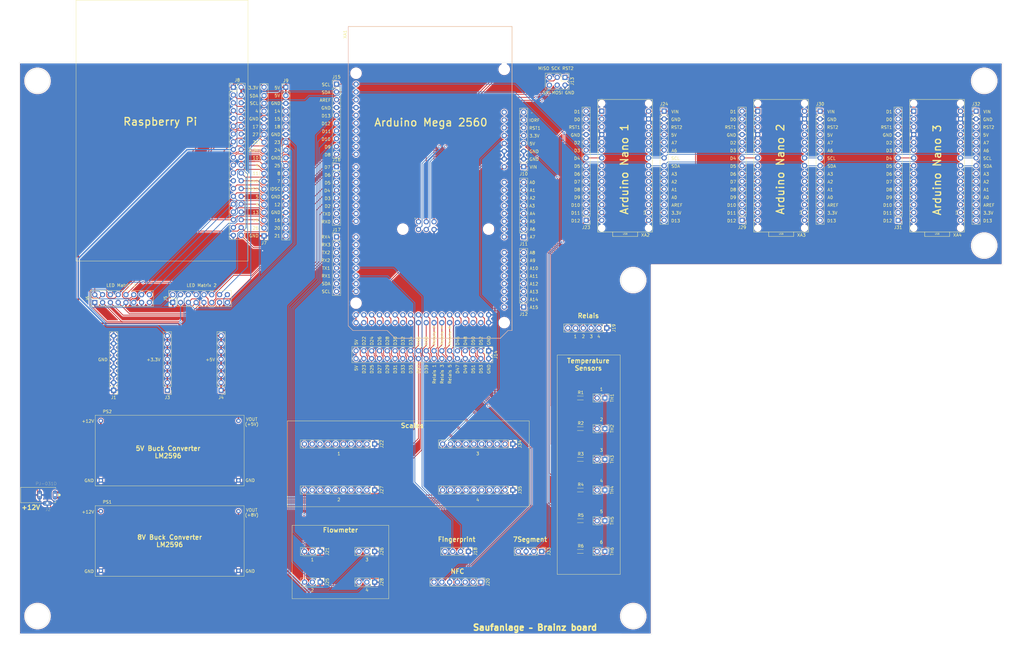
<source format=kicad_pcb>
(kicad_pcb (version 20171130) (host pcbnew "(5.1.5-0)")
  (title_block (title "Saufanlage – Brainz Board ") (date 2020-01-12) (rev v0.1) (comment 4 "Author: Andreas Hoenle"))
  (layers (0 F.Cu signal) (31 B.Cu signal) (34 B.Paste user) (35 F.Paste user) (36 B.SilkS user) (37 F.SilkS user) (38 B.Mask user) (39 F.Mask user) (44 Edge.Cuts user))
  (net 0 "")
  (net 1 GND)
  (net 2 +12V)
  (net 3 +3V3)
  (net 4 +5V)
  (net 5 RPI_GPIO18)
  (net 6 RPI_GPIO4)
  (net 7 RPI_GPIO17)
  (net 8 RPI_GPIO25)
  (net 9 RPI_GPIO24)
  (net 10 RPI_GPIO23)
  (net 11 RPI_GPIO22)
  (net 12 RPI_GPIO10)
  (net 13 RPI_GPIO9)
  (net 14 RPI_GPIO8)
  (net 15 RPI_GPIO7)
  (net 16 RPI_GPIO27)
  (net 17 RPI_GPIO11)
  (net 18 RPI_GPIO12)
  (net 19 RPI_GPIO5)
  (net 20 RPI_GPIO6)
  (net 21 RPI_GPIO19)
  (net 22 RPI_GPIO13)
  (net 23 RPI_GPIO20)
  (net 24 SDA)
  (net 25 SCL)
  (net 26 RPI_IDSD)
  (net 27 RPI_GPIO26)
  (net 28 RPI_GPIO14)
  (net 29 RPI_GPIO15)
  (net 30 RPI_IDSC)
  (net 31 RPI_GPIO16)
  (net 32 RPI_GPIO21)
  (net 33 M_IORF)
  (net 34 M_RST1)
  (net 35 M_3V3)
  (net 36 M_5V)
  (net 37 +8V)
  (net 38 M_A7)
  (net 39 M_A6)
  (net 40 M_A5)
  (net 41 M_A4)
  (net 42 M_A3)
  (net 43 M_A2)
  (net 44 M_A1)
  (net 45 M_A0)
  (net 46 M_A15)
  (net 47 M_A14)
  (net 48 M_A13)
  (net 49 M_A12)
  (net 50 M_A11)
  (net 51 M_A10)
  (net 52 M_A9)
  (net 53 M_A8)
  (net 54 M_RST2)
  (net 55 M_MOSI)
  (net 56 M_SCK)
  (net 57 M_SPI_5V)
  (net 58 M_MISO)
  (net 59 M_D46)
  (net 60 M_D47)
  (net 61 M_D48)
  (net 62 M_AREF)
  (net 63 MEGA_RX0)
  (net 64 MEGA_TX0)
  (net 65 MEGA_D21_SCL)
  (net 66 MEGA_D20_SDA)
  (net 67 MEGA_RX1)
  (net 68 MEGA_TX1)
  (net 69 MEGA_RX2)
  (net 70 MEGA_TX2)
  (net 71 MEGA_RX3)
  (net 72 MEGA_RX4)
  (net 73 N1_D9)
  (net 74 N1_D8)
  (net 75 N1_D7)
  (net 76 N1_D6)
  (net 77 N1_D5)
  (net 78 N1_D4)
  (net 79 N1_D3_INT1)
  (net 80 N1_D2_INT0)
  (net 81 N1_RST2)
  (net 82 N1_D0)
  (net 83 N1_D1)
  (net 84 N1_3V3)
  (net 85 N1_AREF)
  (net 86 N1_A7)
  (net 87 N1_A6)
  (net 88 N1_A3)
  (net 89 N1_A2)
  (net 90 N1_A1)
  (net 91 N1_A0)
  (net 92 N1_5V)
  (net 93 N1_RST1)
  (net 94 N2_D12)
  (net 95 N2_D11)
  (net 96 N2_D10)
  (net 97 N2_D9)
  (net 98 N2_D8)
  (net 99 N2_D7)
  (net 100 N2_D6)
  (net 101 N2_D5)
  (net 102 N2_D4)
  (net 103 N2_D3_INT1)
  (net 104 N2_D2_INT0)
  (net 105 N2_RST2)
  (net 106 N2_D0)
  (net 107 N2_D1)
  (net 108 N2_D13)
  (net 109 N2_3V3)
  (net 110 N2_AREF)
  (net 111 N2_A7)
  (net 112 N2_A6)
  (net 113 N2_A3)
  (net 114 N2_A2)
  (net 115 N2_A1)
  (net 116 N2_A0)
  (net 117 N2_5V)
  (net 118 N2_RST1)
  (net 119 N3_D12)
  (net 120 N3_D11)
  (net 121 N3_D10)
  (net 122 N3_D9)
  (net 123 N3_D8)
  (net 124 N3_D7)
  (net 125 N3_D6)
  (net 126 N3_D5)
  (net 127 N3_D4)
  (net 128 N3_D3_INT1)
  (net 129 N3_D2_INT0)
  (net 130 N3_RST2)
  (net 131 N3_D0)
  (net 132 N3_D1)
  (net 133 N3_D13)
  (net 134 N3_3V3)
  (net 135 N3_AREF)
  (net 136 N3_A7)
  (net 137 N3_A6)
  (net 138 N3_A3)
  (net 139 N3_A2)
  (net 140 N3_A1)
  (net 141 N3_A0)
  (net 142 N3_5V)
  (net 143 N3_RST1)
  (net 144 M_Flow4)
  (net 145 M_Flow3)
  (net 146 M_Flow2)
  (net 147 M_Flow1)
  (net 148 NFC_SCK)
  (net 149 NFC_SDA)
  (net 150 NFC_MISO)
  (net 151 NFC_MOSI)
  (net 152 NFC_RST)
  (net 153 Sc3_DT1)
  (net 154 Sc3_SCK1)
  (net 155 Sc3_DT2)
  (net 156 Sc3_SCK2)
  (net 157 Sc3_DT3)
  (net 158 Sc3_SCK3)
  (net 159 Sc3_DT4)
  (net 160 Sc3_SCK4)
  (net 161 Sc2_DT1)
  (net 162 Sc2_SCK1)
  (net 163 Sc2_DT2)
  (net 164 Sc2_SCK2)
  (net 165 Sc2_DT3)
  (net 166 Sc2_SCK3)
  (net 167 Sc2_DT4)
  (net 168 Sc2_SCK4)
  (net 169 Sc1_DT1)
  (net 170 Sc1_SCK1)
  (net 171 Sc1_DT2)
  (net 172 Sc1_SCK2)
  (net 173 Sc1_DT3)
  (net 174 Sc1_SCK3)
  (net 175 Sc1_DT4)
  (net 176 Sc1_SCK4)
  (net 177 Sc4_SCK1)
  (net 178 Sc4_DT1)
  (net 179 Sc4_DT4)
  (net 180 Sc4_SCK4)
  (net 181 Sc4_DT3)
  (net 182 Sc4_SCK3)
  (net 183 Sc4_DT2)
  (net 184 Sc4_SCK2)
  (net 185 Relais4)
  (net 186 Relais3)
  (net 187 Relais2)
  (net 188 Relais1)
  (module Connector_PinHeader_2.54mm:PinHeader_2x20_P2.54mm_Vertical (layer F.Cu) (at 84.002 48.719)
    (fp_text reference J8 (at 1.27 -2.33) (layer F.SilkS))
    (fp_text value Raspberry_Pi_2_3)
    (pad 1 thru_hole rect (at 0 0) (size 1.7 1.7) (drill 1) (layers *.Cu *.Mask) (net 3 +3V3))
    (pad 2 thru_hole oval (at 2.54 0) (size 1.7 1.7) (drill 1) (layers *.Cu *.Mask) (net 4 +5V))
    (pad 3 thru_hole oval (at 0 2.54) (size 1.7 1.7) (drill 1) (layers *.Cu *.Mask) (net 24 SDA))
    (pad 4 thru_hole oval (at 2.54 2.54) (size 1.7 1.7) (drill 1) (layers *.Cu *.Mask) (net 4 +5V))
    (pad 5 thru_hole oval (at 0 5.08) (size 1.7 1.7) (drill 1) (layers *.Cu *.Mask) (net 25 SCL))
    (pad 6 thru_hole oval (at 2.54 5.08) (size 1.7 1.7) (drill 1) (layers *.Cu *.Mask) (net 1 GND))
    (pad 7 thru_hole oval (at 0 7.62) (size 1.7 1.7) (drill 1) (layers *.Cu *.Mask) (net 6 RPI_GPIO4))
    (pad 8 thru_hole oval (at 2.54 7.62) (size 1.7 1.7) (drill 1) (layers *.Cu *.Mask) (net 28 RPI_GPIO14))
    (pad 9 thru_hole oval (at 0 10.16) (size 1.7 1.7) (drill 1) (layers *.Cu *.Mask) (net 1 GND))
    (pad 10 thru_hole oval (at 2.54 10.16) (size 1.7 1.7) (drill 1) (layers *.Cu *.Mask) (net 29 RPI_GPIO15))
    (pad 11 thru_hole oval (at 0 12.7) (size 1.7 1.7) (drill 1) (layers *.Cu *.Mask) (net 7 RPI_GPIO17))
    (pad 12 thru_hole oval (at 2.54 12.7) (size 1.7 1.7) (drill 1) (layers *.Cu *.Mask) (net 5 RPI_GPIO18))
    (pad 13 thru_hole oval (at 0 15.24) (size 1.7 1.7) (drill 1) (layers *.Cu *.Mask) (net 16 RPI_GPIO27))
    (pad 14 thru_hole oval (at 2.54 15.24) (size 1.7 1.7) (drill 1) (layers *.Cu *.Mask) (net 1 GND))
    (pad 15 thru_hole oval (at 0 17.78) (size 1.7 1.7) (drill 1) (layers *.Cu *.Mask) (net 11 RPI_GPIO22))
    (pad 16 thru_hole oval (at 2.54 17.78) (size 1.7 1.7) (drill 1) (layers *.Cu *.Mask) (net 10 RPI_GPIO23))
    (pad 17 thru_hole oval (at 0 20.32) (size 1.7 1.7) (drill 1) (layers *.Cu *.Mask) (net 3 +3V3))
    (pad 18 thru_hole oval (at 2.54 20.32) (size 1.7 1.7) (drill 1) (layers *.Cu *.Mask) (net 9 RPI_GPIO24))
    (pad 19 thru_hole oval (at 0 22.86) (size 1.7 1.7) (drill 1) (layers *.Cu *.Mask) (net 12 RPI_GPIO10))
    (pad 20 thru_hole oval (at 2.54 22.86) (size 1.7 1.7) (drill 1) (layers *.Cu *.Mask) (net 1 GND))
    (pad 21 thru_hole oval (at 0 25.4) (size 1.7 1.7) (drill 1) (layers *.Cu *.Mask) (net 13 RPI_GPIO9))
    (pad 22 thru_hole oval (at 2.54 25.4) (size 1.7 1.7) (drill 1) (layers *.Cu *.Mask) (net 8 RPI_GPIO25))
    (pad 23 thru_hole oval (at 0 27.94) (size 1.7 1.7) (drill 1) (layers *.Cu *.Mask) (net 17 RPI_GPIO11))
    (pad 24 thru_hole oval (at 2.54 27.94) (size 1.7 1.7) (drill 1) (layers *.Cu *.Mask) (net 14 RPI_GPIO8))
    (pad 25 thru_hole oval (at 0 30.48) (size 1.7 1.7) (drill 1) (layers *.Cu *.Mask) (net 1 GND))
    (pad 26 thru_hole oval (at 2.54 30.48) (size 1.7 1.7) (drill 1) (layers *.Cu *.Mask) (net 15 RPI_GPIO7))
    (pad 27 thru_hole oval (at 0 33.02) (size 1.7 1.7) (drill 1) (layers *.Cu *.Mask) (net 26 RPI_IDSD))
    (pad 28 thru_hole oval (at 2.54 33.02) (size 1.7 1.7) (drill 1) (layers *.Cu *.Mask) (net 30 RPI_IDSC))
    (pad 29 thru_hole oval (at 0 35.56) (size 1.7 1.7) (drill 1) (layers *.Cu *.Mask) (net 19 RPI_GPIO5))
    (pad 30 thru_hole oval (at 2.54 35.56) (size 1.7 1.7) (drill 1) (layers *.Cu *.Mask) (net 1 GND))
    (pad 31 thru_hole oval (at 0 38.1) (size 1.7 1.7) (drill 1) (layers *.Cu *.Mask) (net 20 RPI_GPIO6))
    (pad 32 thru_hole oval (at 2.54 38.1) (size 1.7 1.7) (drill 1) (layers *.Cu *.Mask) (net 18 RPI_GPIO12))
    (pad 33 thru_hole oval (at 0 40.64) (size 1.7 1.7) (drill 1) (layers *.Cu *.Mask) (net 22 RPI_GPIO13))
    (pad 34 thru_hole oval (at 2.54 40.64) (size 1.7 1.7) (drill 1) (layers *.Cu *.Mask) (net 1 GND))
    (pad 35 thru_hole oval (at 0 43.18) (size 1.7 1.7) (drill 1) (layers *.Cu *.Mask) (net 21 RPI_GPIO19))
    (pad 36 thru_hole oval (at 2.54 43.18) (size 1.7 1.7) (drill 1) (layers *.Cu *.Mask) (net 31 RPI_GPIO16))
    (pad 37 thru_hole oval (at 0 45.72) (size 1.7 1.7) (drill 1) (layers *.Cu *.Mask) (net 27 RPI_GPIO26))
    (pad 38 thru_hole oval (at 2.54 45.72) (size 1.7 1.7) (drill 1) (layers *.Cu *.Mask) (net 23 RPI_GPIO20))
    (pad 39 thru_hole oval (at 0 48.26) (size 1.7 1.7) (drill 1) (layers *.Cu *.Mask) (net 1 GND))
    (pad 40 thru_hole oval (at 2.54 48.26) (size 1.7 1.7) (drill 1) (layers *.Cu *.Mask) (net 32 RPI_GPIO21))
  )
  (module Arduino:Arduino_Mega2560_Shield (layer B.Cu) (at 174.75 28.92 270)
    (fp_text reference XA1 (at 2.54 54.356 270) (layer F.SilkS))
    (fp_text value Arduino_Mega2560_Shield)
    (fp_text user . (at 62.484 32.004 270) (layer F.SilkS))
    (pad RST2 thru_hole oval (at 63.627 25.4 270) (size 1.7272 1.7272) (drill 1.016) (layers *.Cu *.Mask) (net 54 M_RST2))
    (pad GND4 thru_hole oval (at 66.167 25.4 270) (size 1.7272 1.7272) (drill 1.016) (layers *.Cu *.Mask) (net 1 GND))
    (pad MOSI thru_hole oval (at 66.167 27.94 270) (size 1.7272 1.7272) (drill 1.016) (layers *.Cu *.Mask) (net 55 M_MOSI))
    (pad SCK thru_hole oval (at 63.627 27.94 270) (size 1.7272 1.7272) (drill 1.016) (layers *.Cu *.Mask) (net 56 M_SCK))
    (pad 5V2 thru_hole oval (at 66.167 30.48 270) (size 1.7272 1.7272) (drill 1.016) (layers *.Cu *.Mask) (net 57 M_SPI_5V))
    (pad A0 thru_hole oval (at 50.8 2.54 270) (size 1.7272 1.7272) (drill 1.016) (layers *.Cu *.Mask) (net 45 M_A0))
    (pad VIN thru_hole oval (at 45.72 2.54 270) (size 1.7272 1.7272) (drill 1.016) (layers *.Cu *.Mask) (net 37 +8V))
    (pad GND3 thru_hole oval (at 43.18 2.54 270) (size 1.7272 1.7272) (drill 1.016) (layers *.Cu *.Mask) (net 1 GND))
    (pad GND2 thru_hole oval (at 40.64 2.54 270) (size 1.7272 1.7272) (drill 1.016) (layers *.Cu *.Mask) (net 1 GND))
    (pad 5V1 thru_hole oval (at 38.1 2.54 270) (size 1.7272 1.7272) (drill 1.016) (layers *.Cu *.Mask) (net 36 M_5V))
    (pad 3V3 thru_hole oval (at 35.56 2.54 270) (size 1.7272 1.7272) (drill 1.016) (layers *.Cu *.Mask) (net 35 M_3V3))
    (pad RST1 thru_hole oval (at 33.02 2.54 270) (size 1.7272 1.7272) (drill 1.016) (layers *.Cu *.Mask) (net 34 M_RST1))
    (pad IORF thru_hole oval (at 30.48 2.54 270) (size 1.7272 1.7272) (drill 1.016) (layers *.Cu *.Mask) (net 33 M_IORF))
    (pad D21 thru_hole oval (at 86.36 50.8 270) (size 1.7272 1.7272) (drill 1.016) (layers *.Cu *.Mask) (net 65 MEGA_D21_SCL))
    (pad D20 thru_hole oval (at 83.82 50.8 270) (size 1.7272 1.7272) (drill 1.016) (layers *.Cu *.Mask) (net 66 MEGA_D20_SDA))
    (pad D19 thru_hole oval (at 81.28 50.8 270) (size 1.7272 1.7272) (drill 1.016) (layers *.Cu *.Mask) (net 67 MEGA_RX1))
    (pad D18 thru_hole oval (at 78.74 50.8 270) (size 1.7272 1.7272) (drill 1.016) (layers *.Cu *.Mask) (net 68 MEGA_TX1))
    (pad D17 thru_hole oval (at 76.2 50.8 270) (size 1.7272 1.7272) (drill 1.016) (layers *.Cu *.Mask) (net 69 MEGA_RX2))
    (pad D16 thru_hole oval (at 73.66 50.8 270) (size 1.7272 1.7272) (drill 1.016) (layers *.Cu *.Mask) (net 70 MEGA_TX2))
    (pad D15 thru_hole oval (at 71.12 50.8 270) (size 1.7272 1.7272) (drill 1.016) (layers *.Cu *.Mask) (net 71 MEGA_RX3))
    (pad D14 thru_hole oval (at 68.58 50.8 270) (size 1.7272 1.7272) (drill 1.016) (layers *.Cu *.Mask) (net 72 MEGA_RX4))
    (pad D0 thru_hole oval (at 63.5 50.8 270) (size 1.7272 1.7272) (drill 1.016) (layers *.Cu *.Mask) (net 63 MEGA_RX0))
    (pad D1 thru_hole oval (at 60.96 50.8 270) (size 1.7272 1.7272) (drill 1.016) (layers *.Cu *.Mask) (net 64 MEGA_TX0))
    (pad D2 thru_hole oval (at 58.42 50.8 270) (size 1.7272 1.7272) (drill 1.016) (layers *.Cu *.Mask) (net 179 Sc4_DT4))
    (pad D3 thru_hole oval (at 55.88 50.8 270) (size 1.7272 1.7272) (drill 1.016) (layers *.Cu *.Mask) (net 180 Sc4_SCK4))
    (pad D4 thru_hole oval (at 53.34 50.8 270) (size 1.7272 1.7272) (drill 1.016) (layers *.Cu *.Mask) (net 181 Sc4_DT3))
    (pad D5 thru_hole oval (at 50.8 50.8 270) (size 1.7272 1.7272) (drill 1.016) (layers *.Cu *.Mask) (net 182 Sc4_SCK3))
    (pad D6 thru_hole oval (at 48.26 50.8 270) (size 1.7272 1.7272) (drill 1.016) (layers *.Cu *.Mask) (net 183 Sc4_DT2))
    (pad D7 thru_hole oval (at 45.72 50.8 270) (size 1.7272 1.7272) (drill 1.016) (layers *.Cu *.Mask) (net 184 Sc4_SCK2))
    (pad GND1 thru_hole oval (at 26.416 50.8 270) (size 1.7272 1.7272) (drill 1.016) (layers *.Cu *.Mask) (net 1 GND))
    (pad D8 thru_hole oval (at 41.656 50.8 270) (size 1.7272 1.7272) (drill 1.016) (layers *.Cu *.Mask) (net 178 Sc4_DT1))
    (pad D9 thru_hole oval (at 39.116 50.8 270) (size 1.7272 1.7272) (drill 1.016) (layers *.Cu *.Mask) (net 177 Sc4_SCK1))
    (pad D10 thru_hole oval (at 36.576 50.8 270) (size 1.7272 1.7272) (drill 1.016) (layers *.Cu *.Mask) (net 147 M_Flow1))
    (pad "" np_thru_hole circle (at 66.04 7.62 270) (size 3.2 3.2) (drill 3.2) (layers *.Cu *.Mask))
    (pad "" np_thru_hole circle (at 66.04 35.56 270) (size 3.2 3.2) (drill 3.2) (layers *.Cu *.Mask))
    (pad "" np_thru_hole circle (at 90.17 50.8 270) (size 3.2 3.2) (drill 3.2) (layers *.Cu *.Mask))
    (pad "" np_thru_hole circle (at 15.24 50.8 270) (size 3.2 3.2) (drill 3.2) (layers *.Cu *.Mask))
    (pad "" np_thru_hole circle (at 96.52 2.54 270) (size 3.2 3.2) (drill 3.2) (layers *.Cu *.Mask))
    (pad "" np_thru_hole circle (at 13.97 2.54 270) (size 3.2 3.2) (drill 3.2) (layers *.Cu *.Mask))
    (pad SCL thru_hole oval (at 18.796 50.8 270) (size 1.7272 1.7272) (drill 1.016) (layers *.Cu *.Mask) (net 25 SCL))
    (pad SDA thru_hole oval (at 21.336 50.8 270) (size 1.7272 1.7272) (drill 1.016) (layers *.Cu *.Mask) (net 24 SDA))
    (pad AREF thru_hole oval (at 23.876 50.8 270) (size 1.7272 1.7272) (drill 1.016) (layers *.Cu *.Mask) (net 62 M_AREF))
    (pad D13 thru_hole oval (at 28.956 50.8 270) (size 1.7272 1.7272) (drill 1.016) (layers *.Cu *.Mask) (net 144 M_Flow4))
    (pad D12 thru_hole oval (at 31.496 50.8 270) (size 1.7272 1.7272) (drill 1.016) (layers *.Cu *.Mask) (net 145 M_Flow3))
    (pad D11 thru_hole oval (at 34.036 50.8 270) (size 1.7272 1.7272) (drill 1.016) (layers *.Cu *.Mask) (net 146 M_Flow2))
    (pad "" thru_hole oval (at 27.94 2.54 270) (size 1.7272 1.7272) (drill 1.016) (layers *.Cu *.Mask))
    (pad A1 thru_hole oval (at 53.34 2.54 270) (size 1.7272 1.7272) (drill 1.016) (layers *.Cu *.Mask) (net 44 M_A1))
    (pad A2 thru_hole oval (at 55.88 2.54 270) (size 1.7272 1.7272) (drill 1.016) (layers *.Cu *.Mask) (net 43 M_A2))
    (pad A3 thru_hole oval (at 58.42 2.54 270) (size 1.7272 1.7272) (drill 1.016) (layers *.Cu *.Mask) (net 42 M_A3))
    (pad A4 thru_hole oval (at 60.96 2.54 270) (size 1.7272 1.7272) (drill 1.016) (layers *.Cu *.Mask) (net 41 M_A4))
    (pad A5 thru_hole oval (at 63.5 2.54 270) (size 1.7272 1.7272) (drill 1.016) (layers *.Cu *.Mask) (net 40 M_A5))
    (pad A6 thru_hole oval (at 66.04 2.54 270) (size 1.7272 1.7272) (drill 1.016) (layers *.Cu *.Mask) (net 39 M_A6))
    (pad A7 thru_hole oval (at 68.58 2.54 270) (size 1.7272 1.7272) (drill 1.016) (layers *.Cu *.Mask) (net 38 M_A7))
    (pad A8 thru_hole oval (at 73.66 2.54 270) (size 1.7272 1.7272) (drill 1.016) (layers *.Cu *.Mask) (net 53 M_A8))
    (pad A9 thru_hole oval (at 76.2 2.54 270) (size 1.7272 1.7272) (drill 1.016) (layers *.Cu *.Mask) (net 52 M_A9))
    (pad A10 thru_hole oval (at 78.74 2.54 270) (size 1.7272 1.7272) (drill 1.016) (layers *.Cu *.Mask) (net 51 M_A10))
    (pad A11 thru_hole oval (at 81.28 2.54 270) (size 1.7272 1.7272) (drill 1.016) (layers *.Cu *.Mask) (net 50 M_A11))
    (pad A12 thru_hole oval (at 83.82 2.54 270) (size 1.7272 1.7272) (drill 1.016) (layers *.Cu *.Mask) (net 49 M_A12))
    (pad A13 thru_hole oval (at 86.36 2.54 270) (size 1.7272 1.7272) (drill 1.016) (layers *.Cu *.Mask) (net 48 M_A13))
    (pad A14 thru_hole oval (at 88.9 2.54 270) (size 1.7272 1.7272) (drill 1.016) (layers *.Cu *.Mask) (net 47 M_A14))
    (pad A15 thru_hole oval (at 91.44 2.54 270) (size 1.7272 1.7272) (drill 1.016) (layers *.Cu *.Mask) (net 46 M_A15))
    (pad 5V3 thru_hole oval (at 93.98 50.8 270) (size 1.7272 1.7272) (drill 1.016) (layers *.Cu *.Mask) (net 36 M_5V))
    (pad 5V4 thru_hole oval (at 96.52 50.8 270) (size 1.7272 1.7272) (drill 1.016) (layers *.Cu *.Mask) (net 36 M_5V))
    (pad D22 thru_hole oval (at 93.98 48.26 270) (size 1.7272 1.7272) (drill 1.016) (layers *.Cu *.Mask) (net 175 Sc1_DT4))
    (pad D23 thru_hole oval (at 96.52 48.26 270) (size 1.7272 1.7272) (drill 1.016) (layers *.Cu *.Mask) (net 176 Sc1_SCK4))
    (pad D24 thru_hole oval (at 93.98 45.72 270) (size 1.7272 1.7272) (drill 1.016) (layers *.Cu *.Mask) (net 173 Sc1_DT3))
    (pad D25 thru_hole oval (at 96.52 45.72 270) (size 1.7272 1.7272) (drill 1.016) (layers *.Cu *.Mask) (net 174 Sc1_SCK3))
    (pad D26 thru_hole oval (at 93.98 43.18 270) (size 1.7272 1.7272) (drill 1.016) (layers *.Cu *.Mask) (net 171 Sc1_DT2))
    (pad D27 thru_hole oval (at 96.52 43.18 270) (size 1.7272 1.7272) (drill 1.016) (layers *.Cu *.Mask) (net 172 Sc1_SCK2))
    (pad D28 thru_hole oval (at 93.98 40.64 270) (size 1.7272 1.7272) (drill 1.016) (layers *.Cu *.Mask) (net 169 Sc1_DT1))
    (pad D29 thru_hole oval (at 96.52 40.64 270) (size 1.7272 1.7272) (drill 1.016) (layers *.Cu *.Mask) (net 170 Sc1_SCK1))
    (pad D30 thru_hole oval (at 93.98 38.1 270) (size 1.7272 1.7272) (drill 1.016) (layers *.Cu *.Mask) (net 167 Sc2_DT4))
    (pad D31 thru_hole oval (at 96.52 38.1 270) (size 1.7272 1.7272) (drill 1.016) (layers *.Cu *.Mask) (net 168 Sc2_SCK4))
    (pad D32 thru_hole oval (at 93.98 35.56 270) (size 1.7272 1.7272) (drill 1.016) (layers *.Cu *.Mask) (net 165 Sc2_DT3))
    (pad D33 thru_hole oval (at 96.52 35.56 270) (size 1.7272 1.7272) (drill 1.016) (layers *.Cu *.Mask) (net 166 Sc2_SCK3))
    (pad D34 thru_hole oval (at 93.98 33.02 270) (size 1.7272 1.7272) (drill 1.016) (layers *.Cu *.Mask) (net 163 Sc2_DT2))
    (pad D35 thru_hole oval (at 96.52 33.02 270) (size 1.7272 1.7272) (drill 1.016) (layers *.Cu *.Mask) (net 164 Sc2_SCK2))
    (pad D36 thru_hole oval (at 93.98 30.48 270) (size 1.7272 1.7272) (drill 1.016) (layers *.Cu *.Mask) (net 161 Sc2_DT1))
    (pad D37 thru_hole oval (at 96.52 30.48 270) (size 1.7272 1.7272) (drill 1.016) (layers *.Cu *.Mask) (net 162 Sc2_SCK1))
    (pad D38 thru_hole oval (at 93.98 27.94 270) (size 1.7272 1.7272) (drill 1.016) (layers *.Cu *.Mask) (net 159 Sc3_DT4))
    (pad D39 thru_hole oval (at 96.52 27.94 270) (size 1.7272 1.7272) (drill 1.016) (layers *.Cu *.Mask) (net 160 Sc3_SCK4))
    (pad D40 thru_hole oval (at 93.98 25.4 270) (size 1.7272 1.7272) (drill 1.016) (layers *.Cu *.Mask) (net 157 Sc3_DT3))
    (pad D41 thru_hole oval (at 96.52 25.4 270) (size 1.7272 1.7272) (drill 1.016) (layers *.Cu *.Mask) (net 158 Sc3_SCK3))
    (pad D42 thru_hole oval (at 93.98 22.86 270) (size 1.7272 1.7272) (drill 1.016) (layers *.Cu *.Mask) (net 155 Sc3_DT2))
    (pad D43 thru_hole oval (at 96.52 22.86 270) (size 1.7272 1.7272) (drill 1.016) (layers *.Cu *.Mask) (net 156 Sc3_SCK2))
    (pad D44 thru_hole oval (at 93.98 20.32 270) (size 1.7272 1.7272) (drill 1.016) (layers *.Cu *.Mask) (net 153 Sc3_DT1))
    (pad D45 thru_hole oval (at 96.52 20.32 270) (size 1.7272 1.7272) (drill 1.016) (layers *.Cu *.Mask) (net 154 Sc3_SCK1))
    (pad D46 thru_hole oval (at 93.98 17.78 270) (size 1.7272 1.7272) (drill 1.016) (layers *.Cu *.Mask) (net 59 M_D46))
    (pad D47 thru_hole oval (at 96.52 17.78 270) (size 1.7272 1.7272) (drill 1.016) (layers *.Cu *.Mask) (net 60 M_D47))
    (pad D48 thru_hole oval (at 93.98 15.24 270) (size 1.7272 1.7272) (drill 1.016) (layers *.Cu *.Mask) (net 61 M_D48))
    (pad D49 thru_hole oval (at 96.52 15.24 270) (size 1.7272 1.7272) (drill 1.016) (layers *.Cu *.Mask) (net 152 NFC_RST))
    (pad D50 thru_hole oval (at 93.98 12.7 270) (size 1.7272 1.7272) (drill 1.016) (layers *.Cu *.Mask) (net 150 NFC_MISO))
    (pad D51 thru_hole oval (at 96.52 12.7 270) (size 1.7272 1.7272) (drill 1.016) (layers *.Cu *.Mask) (net 151 NFC_MOSI))
    (pad D52 thru_hole oval (at 93.98 10.16 270) (size 1.7272 1.7272) (drill 1.016) (layers *.Cu *.Mask) (net 148 NFC_SCK))
    (pad D53 thru_hole oval (at 96.52 10.16 270) (size 1.7272 1.7272) (drill 1.016) (layers *.Cu *.Mask) (net 149 NFC_SDA))
    (pad GND5 thru_hole oval (at 93.98 7.62 270) (size 1.7272 1.7272) (drill 1.016) (layers *.Cu *.Mask) (net 1 GND))
    (pad GND6 thru_hole oval (at 96.52 7.62 270) (size 1.7272 1.7272) (drill 1.016) (layers *.Cu *.Mask) (net 1 GND))
    (pad MISO thru_hole oval (at 63.627 30.48 270) (size 1.7272 1.7272) (drill 1.016) (layers *.Cu *.Mask) (net 58 M_MISO))
  )
  (module Connector_PinHeader_2.54mm:PinHeader_2x18_P2.54mm_Vertical (layer F.Cu) (at 167.13 134.62 270)
    (fp_text reference J14 (at 1.27 -2.33 90) (layer F.SilkS))
    (fp_text value Conn_02x18_Odd_Even)
    (pad 1 thru_hole rect (at 0 0 270) (size 1.7 1.7) (drill 1) (layers *.Cu *.Mask) (net 1 GND))
    (pad 2 thru_hole oval (at 2.54 0 270) (size 1.7 1.7) (drill 1) (layers *.Cu *.Mask) (net 1 GND))
    (pad 3 thru_hole oval (at 0 2.54 270) (size 1.7 1.7) (drill 1) (layers *.Cu *.Mask) (net 148 NFC_SCK))
    (pad 4 thru_hole oval (at 2.54 2.54 270) (size 1.7 1.7) (drill 1) (layers *.Cu *.Mask) (net 149 NFC_SDA))
    (pad 5 thru_hole oval (at 0 5.08 270) (size 1.7 1.7) (drill 1) (layers *.Cu *.Mask) (net 150 NFC_MISO))
    (pad 6 thru_hole oval (at 2.54 5.08 270) (size 1.7 1.7) (drill 1) (layers *.Cu *.Mask) (net 151 NFC_MOSI))
    (pad 7 thru_hole oval (at 0 7.62 270) (size 1.7 1.7) (drill 1) (layers *.Cu *.Mask) (net 61 M_D48))
    (pad 8 thru_hole oval (at 2.54 7.62 270) (size 1.7 1.7) (drill 1) (layers *.Cu *.Mask) (net 152 NFC_RST))
    (pad 9 thru_hole oval (at 0 10.16 270) (size 1.7 1.7) (drill 1) (layers *.Cu *.Mask) (net 59 M_D46))
    (pad 10 thru_hole oval (at 2.54 10.16 270) (size 1.7 1.7) (drill 1) (layers *.Cu *.Mask) (net 60 M_D47))
    (pad 11 thru_hole oval (at 0 12.7 270) (size 1.7 1.7) (drill 1) (layers *.Cu *.Mask) (net 153 Sc3_DT1))
    (pad 12 thru_hole oval (at 2.54 12.7 270) (size 1.7 1.7) (drill 1) (layers *.Cu *.Mask) (net 154 Sc3_SCK1))
    (pad 13 thru_hole oval (at 0 15.24 270) (size 1.7 1.7) (drill 1) (layers *.Cu *.Mask) (net 155 Sc3_DT2))
    (pad 14 thru_hole oval (at 2.54 15.24 270) (size 1.7 1.7) (drill 1) (layers *.Cu *.Mask) (net 156 Sc3_SCK2))
    (pad 15 thru_hole oval (at 0 17.78 270) (size 1.7 1.7) (drill 1) (layers *.Cu *.Mask) (net 157 Sc3_DT3))
    (pad 16 thru_hole oval (at 2.54 17.78 270) (size 1.7 1.7) (drill 1) (layers *.Cu *.Mask) (net 158 Sc3_SCK3))
    (pad 17 thru_hole oval (at 0 20.32 270) (size 1.7 1.7) (drill 1) (layers *.Cu *.Mask) (net 159 Sc3_DT4))
    (pad 18 thru_hole oval (at 2.54 20.32 270) (size 1.7 1.7) (drill 1) (layers *.Cu *.Mask) (net 160 Sc3_SCK4))
    (pad 19 thru_hole oval (at 0 22.86 270) (size 1.7 1.7) (drill 1) (layers *.Cu *.Mask) (net 161 Sc2_DT1))
    (pad 20 thru_hole oval (at 2.54 22.86 270) (size 1.7 1.7) (drill 1) (layers *.Cu *.Mask) (net 162 Sc2_SCK1))
    (pad 21 thru_hole oval (at 0 25.4 270) (size 1.7 1.7) (drill 1) (layers *.Cu *.Mask) (net 163 Sc2_DT2))
    (pad 22 thru_hole oval (at 2.54 25.4 270) (size 1.7 1.7) (drill 1) (layers *.Cu *.Mask) (net 164 Sc2_SCK2))
    (pad 23 thru_hole oval (at 0 27.94 270) (size 1.7 1.7) (drill 1) (layers *.Cu *.Mask) (net 165 Sc2_DT3))
    (pad 24 thru_hole oval (at 2.54 27.94 270) (size 1.7 1.7) (drill 1) (layers *.Cu *.Mask) (net 166 Sc2_SCK3))
    (pad 25 thru_hole oval (at 0 30.48 270) (size 1.7 1.7) (drill 1) (layers *.Cu *.Mask) (net 167 Sc2_DT4))
    (pad 26 thru_hole oval (at 2.54 30.48 270) (size 1.7 1.7) (drill 1) (layers *.Cu *.Mask) (net 168 Sc2_SCK4))
    (pad 27 thru_hole oval (at 0 33.02 270) (size 1.7 1.7) (drill 1) (layers *.Cu *.Mask) (net 169 Sc1_DT1))
    (pad 28 thru_hole oval (at 2.54 33.02 270) (size 1.7 1.7) (drill 1) (layers *.Cu *.Mask) (net 170 Sc1_SCK1))
    (pad 29 thru_hole oval (at 0 35.56 270) (size 1.7 1.7) (drill 1) (layers *.Cu *.Mask) (net 171 Sc1_DT2))
    (pad 30 thru_hole oval (at 2.54 35.56 270) (size 1.7 1.7) (drill 1) (layers *.Cu *.Mask) (net 172 Sc1_SCK2))
    (pad 31 thru_hole oval (at 0 38.1 270) (size 1.7 1.7) (drill 1) (layers *.Cu *.Mask) (net 173 Sc1_DT3))
    (pad 32 thru_hole oval (at 2.54 38.1 270) (size 1.7 1.7) (drill 1) (layers *.Cu *.Mask) (net 174 Sc1_SCK3))
    (pad 33 thru_hole oval (at 0 40.64 270) (size 1.7 1.7) (drill 1) (layers *.Cu *.Mask) (net 175 Sc1_DT4))
    (pad 34 thru_hole oval (at 2.54 40.64 270) (size 1.7 1.7) (drill 1) (layers *.Cu *.Mask) (net 176 Sc1_SCK4))
    (pad 35 thru_hole oval (at 0 43.18 270) (size 1.7 1.7) (drill 1) (layers *.Cu *.Mask) (net 36 M_5V))
    (pad 36 thru_hole oval (at 2.54 43.18 270) (size 1.7 1.7) (drill 1) (layers *.Cu *.Mask) (net 36 M_5V))
  )
  (module Connector_PinHeader_2.54mm:PinHeader_1x06_P2.54mm_Vertical (layer F.Cu) (at 205.6 127.2 270)
    (fp_text reference J19 (at 0 -2.33 90) (layer F.SilkS))
    (fp_text value Conn_Relais)
    (pad 1 thru_hole rect (at 0 0 270) (size 1.7 1.7) (drill 1) (layers *.Cu *.Mask) (net 1 GND))
    (pad 2 thru_hole oval (at 0 2.54 270) (size 1.7 1.7) (drill 1) (layers *.Cu *.Mask) (net 185 Relais4))
    (pad 3 thru_hole oval (at 0 5.08 270) (size 1.7 1.7) (drill 1) (layers *.Cu *.Mask) (net 186 Relais3))
    (pad 4 thru_hole oval (at 0 7.62 270) (size 1.7 1.7) (drill 1) (layers *.Cu *.Mask) (net 187 Relais2))
    (pad 5 thru_hole oval (at 0 10.16 270) (size 1.7 1.7) (drill 1) (layers *.Cu *.Mask) (net 188 Relais1))
    (pad 6 thru_hole oval (at 0 12.7 270) (size 1.7 1.7) (drill 1) (layers *.Cu *.Mask) (net 92 N1_5V))
  )
  (module Connector_PinHeader_2.54mm:PinHeader_1x08_P2.54mm_Vertical (layer F.Cu) (at 45 147.5 180)
    (fp_text reference J1 (at 0 -2.33) (layer F.SilkS))
    (fp_text value Conn_GND)
    (pad 1 thru_hole rect (at 0 0 180) (size 1.7 1.7) (drill 1) (layers *.Cu *.Mask) (net 1 GND))
    (pad 2 thru_hole oval (at 0 2.54 180) (size 1.7 1.7) (drill 1) (layers *.Cu *.Mask) (net 1 GND))
    (pad 3 thru_hole oval (at 0 5.08 180) (size 1.7 1.7) (drill 1) (layers *.Cu *.Mask) (net 1 GND))
    (pad 4 thru_hole oval (at 0 7.62 180) (size 1.7 1.7) (drill 1) (layers *.Cu *.Mask) (net 1 GND))
    (pad 5 thru_hole oval (at 0 10.16 180) (size 1.7 1.7) (drill 1) (layers *.Cu *.Mask) (net 1 GND))
    (pad 6 thru_hole oval (at 0 12.7 180) (size 1.7 1.7) (drill 1) (layers *.Cu *.Mask) (net 1 GND))
    (pad 7 thru_hole oval (at 0 15.24 180) (size 1.7 1.7) (drill 1) (layers *.Cu *.Mask) (net 1 GND))
    (pad 8 thru_hole oval (at 0 17.78 180) (size 1.7 1.7) (drill 1) (layers *.Cu *.Mask) (net 1 GND))
  )
  (module Connector_PinHeader_2.54mm:PinHeader_1x08_P2.54mm_Vertical (layer F.Cu) (at 62.5 147.5 180)
    (fp_text reference J3 (at 0 -2.33) (layer F.SilkS))
    (fp_text value Conn_3V3)
    (pad 8 thru_hole oval (at 0 17.78 180) (size 1.7 1.7) (drill 1) (layers *.Cu *.Mask) (net 3 +3V3))
    (pad 7 thru_hole oval (at 0 15.24 180) (size 1.7 1.7) (drill 1) (layers *.Cu *.Mask) (net 3 +3V3))
    (pad 6 thru_hole oval (at 0 12.7 180) (size 1.7 1.7) (drill 1) (layers *.Cu *.Mask) (net 3 +3V3))
    (pad 5 thru_hole oval (at 0 10.16 180) (size 1.7 1.7) (drill 1) (layers *.Cu *.Mask) (net 3 +3V3))
    (pad 4 thru_hole oval (at 0 7.62 180) (size 1.7 1.7) (drill 1) (layers *.Cu *.Mask) (net 3 +3V3))
    (pad 3 thru_hole oval (at 0 5.08 180) (size 1.7 1.7) (drill 1) (layers *.Cu *.Mask) (net 3 +3V3))
    (pad 2 thru_hole oval (at 0 2.54 180) (size 1.7 1.7) (drill 1) (layers *.Cu *.Mask) (net 3 +3V3))
    (pad 1 thru_hole rect (at 0 0 180) (size 1.7 1.7) (drill 1) (layers *.Cu *.Mask) (net 3 +3V3))
  )
  (module Connector_PinHeader_2.54mm:PinHeader_1x08_P2.54mm_Vertical (layer F.Cu) (at 80 147.5 180)
    (fp_text reference J4 (at 0 -2.33) (layer F.SilkS))
    (fp_text value Conn_5V)
    (pad 1 thru_hole rect (at 0 0 180) (size 1.7 1.7) (drill 1) (layers *.Cu *.Mask) (net 4 +5V))
    (pad 2 thru_hole oval (at 0 2.54 180) (size 1.7 1.7) (drill 1) (layers *.Cu *.Mask) (net 4 +5V))
    (pad 3 thru_hole oval (at 0 5.08 180) (size 1.7 1.7) (drill 1) (layers *.Cu *.Mask) (net 4 +5V))
    (pad 4 thru_hole oval (at 0 7.62 180) (size 1.7 1.7) (drill 1) (layers *.Cu *.Mask) (net 4 +5V))
    (pad 5 thru_hole oval (at 0 10.16 180) (size 1.7 1.7) (drill 1) (layers *.Cu *.Mask) (net 4 +5V))
    (pad 6 thru_hole oval (at 0 12.7 180) (size 1.7 1.7) (drill 1) (layers *.Cu *.Mask) (net 4 +5V))
    (pad 7 thru_hole oval (at 0 15.24 180) (size 1.7 1.7) (drill 1) (layers *.Cu *.Mask) (net 4 +5V))
    (pad 8 thru_hole oval (at 0 17.78 180) (size 1.7 1.7) (drill 1) (layers *.Cu *.Mask) (net 4 +5V))
  )
  (module Connector_PinHeader_2.54mm:PinHeader_2x08_P2.54mm_Vertical (layer F.Cu) (at 64.262 118.872 90)
    (fp_text reference J5 (at 1.27 -2.33 90) (layer F.SilkS))
    (fp_text value Conn_02x08_Odd_Even)
    (pad 1 thru_hole rect (at 0 0 90) (size 1.7 1.7) (drill 1) (layers *.Cu *.Mask) (net 1 GND))
    (pad 2 thru_hole oval (at 2.54 0 90) (size 1.7 1.7) (drill 1) (layers *.Cu *.Mask) (net 5 RPI_GPIO18))
    (pad 3 thru_hole oval (at 0 2.54 90) (size 1.7 1.7) (drill 1) (layers *.Cu *.Mask) (net 6 RPI_GPIO4))
    (pad 4 thru_hole oval (at 2.54 2.54 90) (size 1.7 1.7) (drill 1) (layers *.Cu *.Mask) (net 7 RPI_GPIO17))
    (pad 5 thru_hole oval (at 0 5.08 90) (size 1.7 1.7) (drill 1) (layers *.Cu *.Mask) (net 8 RPI_GPIO25))
    (pad 6 thru_hole oval (at 2.54 5.08 90) (size 1.7 1.7) (drill 1) (layers *.Cu *.Mask) (net 9 RPI_GPIO24))
    (pad 7 thru_hole oval (at 0 7.62 90) (size 1.7 1.7) (drill 1) (layers *.Cu *.Mask) (net 10 RPI_GPIO23))
    (pad 8 thru_hole oval (at 2.54 7.62 90) (size 1.7 1.7) (drill 1) (layers *.Cu *.Mask) (net 11 RPI_GPIO22))
    (pad 9 thru_hole oval (at 0 10.16 90) (size 1.7 1.7) (drill 1) (layers *.Cu *.Mask) (net 1 GND))
    (pad 10 thru_hole oval (at 2.54 10.16 90) (size 1.7 1.7) (drill 1) (layers *.Cu *.Mask) (net 12 RPI_GPIO10))
    (pad 11 thru_hole oval (at 0 12.7 90) (size 1.7 1.7) (drill 1) (layers *.Cu *.Mask) (net 13 RPI_GPIO9))
    (pad 12 thru_hole oval (at 2.54 12.7 90) (size 1.7 1.7) (drill 1) (layers *.Cu *.Mask) (net 14 RPI_GPIO8))
    (pad 13 thru_hole oval (at 0 15.24 90) (size 1.7 1.7) (drill 1) (layers *.Cu *.Mask) (net 1 GND))
    (pad 14 thru_hole oval (at 2.54 15.24 90) (size 1.7 1.7) (drill 1) (layers *.Cu *.Mask) (net 15 RPI_GPIO7))
    (pad 15 thru_hole oval (at 0 17.78 90) (size 1.7 1.7) (drill 1) (layers *.Cu *.Mask) (net 16 RPI_GPIO27))
    (pad 16 thru_hole oval (at 2.54 17.78 90) (size 1.7 1.7) (drill 1) (layers *.Cu *.Mask) (net 17 RPI_GPIO11))
  )
  (module Connector_PinHeader_2.54mm:PinHeader_2x08_P2.54mm_Vertical (layer F.Cu) (at 38.862 118.872 90)
    (fp_text reference J6 (at 1.27 -2.33 90) (layer F.SilkS))
    (fp_text value Conn_02x08_Odd_Even)
    (pad 16 thru_hole oval (at 2.54 17.78 90) (size 1.7 1.7) (drill 1) (layers *.Cu *.Mask) (net 18 RPI_GPIO12))
    (pad 15 thru_hole oval (at 0 17.78 90) (size 1.7 1.7) (drill 1) (layers *.Cu *.Mask) (net 19 RPI_GPIO5))
    (pad 14 thru_hole oval (at 2.54 15.24 90) (size 1.7 1.7) (drill 1) (layers *.Cu *.Mask) (net 20 RPI_GPIO6))
    (pad 13 thru_hole oval (at 0 15.24 90) (size 1.7 1.7) (drill 1) (layers *.Cu *.Mask) (net 1 GND))
    (pad 12 thru_hole oval (at 2.54 12.7 90) (size 1.7 1.7) (drill 1) (layers *.Cu *.Mask) (net 21 RPI_GPIO19))
    (pad 11 thru_hole oval (at 0 12.7 90) (size 1.7 1.7) (drill 1) (layers *.Cu *.Mask) (net 22 RPI_GPIO13))
    (pad 10 thru_hole oval (at 2.54 10.16 90) (size 1.7 1.7) (drill 1) (layers *.Cu *.Mask) (net 23 RPI_GPIO20))
    (pad 9 thru_hole oval (at 0 10.16 90) (size 1.7 1.7) (drill 1) (layers *.Cu *.Mask) (net 1 GND))
    (pad 8 thru_hole oval (at 2.54 7.62 90) (size 1.7 1.7) (drill 1) (layers *.Cu *.Mask) (net 11 RPI_GPIO22))
    (pad 7 thru_hole oval (at 0 7.62 90) (size 1.7 1.7) (drill 1) (layers *.Cu *.Mask) (net 10 RPI_GPIO23))
    (pad 6 thru_hole oval (at 2.54 5.08 90) (size 1.7 1.7) (drill 1) (layers *.Cu *.Mask) (net 9 RPI_GPIO24))
    (pad 5 thru_hole oval (at 0 5.08 90) (size 1.7 1.7) (drill 1) (layers *.Cu *.Mask) (net 8 RPI_GPIO25))
    (pad 4 thru_hole oval (at 2.54 2.54 90) (size 1.7 1.7) (drill 1) (layers *.Cu *.Mask) (net 7 RPI_GPIO17))
    (pad 3 thru_hole oval (at 0 2.54 90) (size 1.7 1.7) (drill 1) (layers *.Cu *.Mask) (net 6 RPI_GPIO4))
    (pad 2 thru_hole oval (at 2.54 0 90) (size 1.7 1.7) (drill 1) (layers *.Cu *.Mask) (net 5 RPI_GPIO18))
    (pad 1 thru_hole rect (at 0 0 90) (size 1.7 1.7) (drill 1) (layers *.Cu *.Mask) (net 1 GND))
  )
  (module Connector_PinHeader_2.54mm:PinHeader_1x20_P2.54mm_Vertical (layer F.Cu) (at 93.98 97.155 180)
    (fp_text reference J7 (at 0 -2.33) (layer F.SilkS))
    (fp_text value Conn_01x20_Male)
    (pad 20 thru_hole oval (at 0 48.436 180) (size 1.7 1.7) (drill 1) (layers *.Cu *.Mask) (net 3 +3V3))
    (pad 19 thru_hole oval (at 0 45.72 180) (size 1.7 1.7) (drill 1) (layers *.Cu *.Mask) (net 24 SDA))
    (pad 18 thru_hole oval (at 0 43.18 180) (size 1.7 1.7) (drill 1) (layers *.Cu *.Mask) (net 25 SCL))
    (pad 17 thru_hole oval (at 0 40.64 180) (size 1.7 1.7) (drill 1) (layers *.Cu *.Mask) (net 6 RPI_GPIO4))
    (pad 16 thru_hole oval (at 0 38.1 180) (size 1.7 1.7) (drill 1) (layers *.Cu *.Mask) (net 1 GND))
    (pad 15 thru_hole oval (at 0 35.56 180) (size 1.7 1.7) (drill 1) (layers *.Cu *.Mask) (net 7 RPI_GPIO17))
    (pad 14 thru_hole oval (at 0 33.02 180) (size 1.7 1.7) (drill 1) (layers *.Cu *.Mask) (net 16 RPI_GPIO27))
    (pad 13 thru_hole oval (at 0 30.48 180) (size 1.7 1.7) (drill 1) (layers *.Cu *.Mask) (net 11 RPI_GPIO22))
    (pad 12 thru_hole oval (at 0 27.94 180) (size 1.7 1.7) (drill 1) (layers *.Cu *.Mask) (net 3 +3V3))
    (pad 11 thru_hole oval (at 0 25.4 180) (size 1.7 1.7) (drill 1) (layers *.Cu *.Mask) (net 12 RPI_GPIO10))
    (pad 10 thru_hole oval (at 0 22.86 180) (size 1.7 1.7) (drill 1) (layers *.Cu *.Mask) (net 13 RPI_GPIO9))
    (pad 9 thru_hole oval (at 0 20.32 180) (size 1.7 1.7) (drill 1) (layers *.Cu *.Mask) (net 17 RPI_GPIO11))
    (pad 8 thru_hole oval (at 0 17.78 180) (size 1.7 1.7) (drill 1) (layers *.Cu *.Mask) (net 1 GND))
    (pad 7 thru_hole oval (at 0 15.24 180) (size 1.7 1.7) (drill 1) (layers *.Cu *.Mask) (net 26 RPI_IDSD))
    (pad 6 thru_hole oval (at 0 12.7 180) (size 1.7 1.7) (drill 1) (layers *.Cu *.Mask) (net 19 RPI_GPIO5))
    (pad 5 thru_hole oval (at 0 10.16 180) (size 1.7 1.7) (drill 1) (layers *.Cu *.Mask) (net 20 RPI_GPIO6))
    (pad 4 thru_hole oval (at 0 7.62 180) (size 1.7 1.7) (drill 1) (layers *.Cu *.Mask) (net 22 RPI_GPIO13))
    (pad 3 thru_hole oval (at 0 5.08 180) (size 1.7 1.7) (drill 1) (layers *.Cu *.Mask) (net 21 RPI_GPIO19))
    (pad 2 thru_hole oval (at 0 2.54 180) (size 1.7 1.7) (drill 1) (layers *.Cu *.Mask) (net 27 RPI_GPIO26))
    (pad 1 thru_hole rect (at 0 0 180) (size 1.7 1.7) (drill 1) (layers *.Cu *.Mask) (net 1 GND))
  )
  (module Connector_PinHeader_2.54mm:PinHeader_1x20_P2.54mm_Vertical (layer F.Cu) (at 101.092 48.895)
    (fp_text reference J9 (at 0 -2.33) (layer F.SilkS))
    (fp_text value Conn_01x20_Male)
    (pad 1 thru_hole rect (at 0 -0.176) (size 1.7 1.7) (drill 1) (layers *.Cu *.Mask) (net 4 +5V))
    (pad 2 thru_hole oval (at 0 2.54) (size 1.7 1.7) (drill 1) (layers *.Cu *.Mask) (net 4 +5V))
    (pad 3 thru_hole oval (at 0 5.08) (size 1.7 1.7) (drill 1) (layers *.Cu *.Mask) (net 1 GND))
    (pad 4 thru_hole oval (at 0 7.62) (size 1.7 1.7) (drill 1) (layers *.Cu *.Mask) (net 28 RPI_GPIO14))
    (pad 5 thru_hole oval (at 0 10.16) (size 1.7 1.7) (drill 1) (layers *.Cu *.Mask) (net 29 RPI_GPIO15))
    (pad 6 thru_hole oval (at 0 12.7) (size 1.7 1.7) (drill 1) (layers *.Cu *.Mask) (net 5 RPI_GPIO18))
    (pad 7 thru_hole oval (at 0 15.24) (size 1.7 1.7) (drill 1) (layers *.Cu *.Mask) (net 1 GND))
    (pad 8 thru_hole oval (at 0 17.78) (size 1.7 1.7) (drill 1) (layers *.Cu *.Mask) (net 10 RPI_GPIO23))
    (pad 9 thru_hole oval (at 0 20.32) (size 1.7 1.7) (drill 1) (layers *.Cu *.Mask) (net 9 RPI_GPIO24))
    (pad 10 thru_hole oval (at 0 22.86) (size 1.7 1.7) (drill 1) (layers *.Cu *.Mask) (net 1 GND))
    (pad 11 thru_hole oval (at 0 25.4) (size 1.7 1.7) (drill 1) (layers *.Cu *.Mask) (net 8 RPI_GPIO25))
    (pad 12 thru_hole oval (at 0 27.94) (size 1.7 1.7) (drill 1) (layers *.Cu *.Mask) (net 14 RPI_GPIO8))
    (pad 13 thru_hole oval (at 0 30.48) (size 1.7 1.7) (drill 1) (layers *.Cu *.Mask) (net 15 RPI_GPIO7))
    (pad 14 thru_hole oval (at 0 33.02) (size 1.7 1.7) (drill 1) (layers *.Cu *.Mask) (net 30 RPI_IDSC))
    (pad 15 thru_hole oval (at 0 35.56) (size 1.7 1.7) (drill 1) (layers *.Cu *.Mask) (net 1 GND))
    (pad 16 thru_hole oval (at 0 38.1) (size 1.7 1.7) (drill 1) (layers *.Cu *.Mask) (net 18 RPI_GPIO12))
    (pad 17 thru_hole oval (at 0 40.64) (size 1.7 1.7) (drill 1) (layers *.Cu *.Mask) (net 1 GND))
    (pad 18 thru_hole oval (at 0 43.18) (size 1.7 1.7) (drill 1) (layers *.Cu *.Mask) (net 31 RPI_GPIO16))
    (pad 19 thru_hole oval (at 0 45.72) (size 1.7 1.7) (drill 1) (layers *.Cu *.Mask) (net 23 RPI_GPIO20))
    (pad 20 thru_hole oval (at 0 48.26) (size 1.7 1.7) (drill 1) (layers *.Cu *.Mask) (net 32 RPI_GPIO21))
  )
  (module Connector_PinHeader_2.54mm:PinHeader_1x08_P2.54mm_Vertical (layer F.Cu) (at 178.54 74.64 180)
    (fp_text reference J10 (at 0 -2.33) (layer F.SilkS))
    (fp_text value Conn_01x08_Male)
    (pad 8 thru_hole oval (at 0 17.78 180) (size 1.7 1.7) (drill 1) (layers *.Cu *.Mask))
    (pad 7 thru_hole oval (at 0 15.24 180) (size 1.7 1.7) (drill 1) (layers *.Cu *.Mask) (net 33 M_IORF))
    (pad 6 thru_hole oval (at 0 12.7 180) (size 1.7 1.7) (drill 1) (layers *.Cu *.Mask) (net 34 M_RST1))
    (pad 5 thru_hole oval (at 0 10.16 180) (size 1.7 1.7) (drill 1) (layers *.Cu *.Mask) (net 35 M_3V3))
    (pad 4 thru_hole oval (at 0 7.62 180) (size 1.7 1.7) (drill 1) (layers *.Cu *.Mask) (net 36 M_5V))
    (pad 3 thru_hole oval (at 0 5.08 180) (size 1.7 1.7) (drill 1) (layers *.Cu *.Mask) (net 1 GND))
    (pad 2 thru_hole oval (at 0 2.54 180) (size 1.7 1.7) (drill 1) (layers *.Cu *.Mask) (net 1 GND))
    (pad 1 thru_hole rect (at 0 0 180) (size 1.7 1.7) (drill 1) (layers *.Cu *.Mask) (net 37 +8V))
  )
  (module Connector_PinHeader_2.54mm:PinHeader_1x08_P2.54mm_Vertical (layer F.Cu) (at 178.54 97.48 180)
    (fp_text reference J11 (at 0 -2.33) (layer F.SilkS))
    (fp_text value Conn_01x08_Male)
    (pad 1 thru_hole rect (at 0 0 180) (size 1.7 1.7) (drill 1) (layers *.Cu *.Mask) (net 38 M_A7))
    (pad 2 thru_hole oval (at 0 2.54 180) (size 1.7 1.7) (drill 1) (layers *.Cu *.Mask) (net 39 M_A6))
    (pad 3 thru_hole oval (at 0 5.08 180) (size 1.7 1.7) (drill 1) (layers *.Cu *.Mask) (net 40 M_A5))
    (pad 4 thru_hole oval (at 0 7.62 180) (size 1.7 1.7) (drill 1) (layers *.Cu *.Mask) (net 41 M_A4))
    (pad 5 thru_hole oval (at 0 10.16 180) (size 1.7 1.7) (drill 1) (layers *.Cu *.Mask) (net 42 M_A3))
    (pad 6 thru_hole oval (at 0 12.7 180) (size 1.7 1.7) (drill 1) (layers *.Cu *.Mask) (net 43 M_A2))
    (pad 7 thru_hole oval (at 0 15.24 180) (size 1.7 1.7) (drill 1) (layers *.Cu *.Mask) (net 44 M_A1))
    (pad 8 thru_hole oval (at 0 17.78 180) (size 1.7 1.7) (drill 1) (layers *.Cu *.Mask) (net 45 M_A0))
  )
  (module Connector_PinHeader_2.54mm:PinHeader_1x08_P2.54mm_Vertical (layer F.Cu) (at 178.53 120.35 180)
    (fp_text reference J12 (at 0 -2.33) (layer F.SilkS))
    (fp_text value Conn_01x08_Male)
    (pad 1 thru_hole rect (at 0 0 180) (size 1.7 1.7) (drill 1) (layers *.Cu *.Mask) (net 46 M_A15))
    (pad 2 thru_hole oval (at 0 2.54 180) (size 1.7 1.7) (drill 1) (layers *.Cu *.Mask) (net 47 M_A14))
    (pad 3 thru_hole oval (at 0 5.08 180) (size 1.7 1.7) (drill 1) (layers *.Cu *.Mask) (net 48 M_A13))
    (pad 4 thru_hole oval (at 0 7.62 180) (size 1.7 1.7) (drill 1) (layers *.Cu *.Mask) (net 49 M_A12))
    (pad 5 thru_hole oval (at 0 10.16 180) (size 1.7 1.7) (drill 1) (layers *.Cu *.Mask) (net 50 M_A11))
    (pad 6 thru_hole oval (at 0 12.7 180) (size 1.7 1.7) (drill 1) (layers *.Cu *.Mask) (net 51 M_A10))
    (pad 7 thru_hole oval (at 0 15.24 180) (size 1.7 1.7) (drill 1) (layers *.Cu *.Mask) (net 52 M_A9))
    (pad 8 thru_hole oval (at 0 17.78 180) (size 1.7 1.7) (drill 1) (layers *.Cu *.Mask) (net 53 M_A8))
  )
  (module Connector_PinHeader_2.54mm:PinHeader_1x10_P2.54mm_Vertical (layer F.Cu) (at 117.58 47.7)
    (fp_text reference J15 (at 0 -2.33) (layer F.SilkS))
    (fp_text value Conn_01x10_Male)
    (pad 1 thru_hole rect (at 0 0) (size 1.7 1.7) (drill 1) (layers *.Cu *.Mask) (net 25 SCL))
    (pad 2 thru_hole oval (at 0 2.54) (size 1.7 1.7) (drill 1) (layers *.Cu *.Mask) (net 24 SDA))
    (pad 3 thru_hole oval (at 0 5.08) (size 1.7 1.7) (drill 1) (layers *.Cu *.Mask) (net 62 M_AREF))
    (pad 4 thru_hole oval (at 0 7.62) (size 1.7 1.7) (drill 1) (layers *.Cu *.Mask) (net 1 GND))
    (pad 5 thru_hole oval (at 0 10.16) (size 1.7 1.7) (drill 1) (layers *.Cu *.Mask) (net 144 M_Flow4))
    (pad 6 thru_hole oval (at 0 12.7) (size 1.7 1.7) (drill 1) (layers *.Cu *.Mask) (net 145 M_Flow3))
    (pad 7 thru_hole oval (at 0 15.24) (size 1.7 1.7) (drill 1) (layers *.Cu *.Mask) (net 146 M_Flow2))
    (pad 8 thru_hole oval (at 0 17.78) (size 1.7 1.7) (drill 1) (layers *.Cu *.Mask) (net 147 M_Flow1))
    (pad 9 thru_hole oval (at 0 20.32) (size 1.7 1.7) (drill 1) (layers *.Cu *.Mask) (net 177 Sc4_SCK1))
    (pad 10 thru_hole oval (at 0 22.86) (size 1.7 1.7) (drill 1) (layers *.Cu *.Mask) (net 178 Sc4_DT1))
  )
  (module Connector_PinHeader_2.54mm:PinHeader_1x08_P2.54mm_Vertical (layer F.Cu) (at 117.58 74.64)
    (fp_text reference J16 (at 0 -2.33) (layer F.SilkS))
    (fp_text value Conn_01x08_Male)
    (pad 8 thru_hole oval (at 0 17.78) (size 1.7 1.7) (drill 1) (layers *.Cu *.Mask) (net 63 MEGA_RX0))
    (pad 7 thru_hole oval (at 0 15.24) (size 1.7 1.7) (drill 1) (layers *.Cu *.Mask) (net 64 MEGA_TX0))
    (pad 6 thru_hole oval (at 0 12.7) (size 1.7 1.7) (drill 1) (layers *.Cu *.Mask) (net 179 Sc4_DT4))
    (pad 5 thru_hole oval (at 0 10.16) (size 1.7 1.7) (drill 1) (layers *.Cu *.Mask) (net 180 Sc4_SCK4))
    (pad 4 thru_hole oval (at 0 7.62) (size 1.7 1.7) (drill 1) (layers *.Cu *.Mask) (net 181 Sc4_DT3))
    (pad 3 thru_hole oval (at 0 5.08) (size 1.7 1.7) (drill 1) (layers *.Cu *.Mask) (net 182 Sc4_SCK3))
    (pad 2 thru_hole oval (at 0 2.54) (size 1.7 1.7) (drill 1) (layers *.Cu *.Mask) (net 183 Sc4_DT2))
    (pad 1 thru_hole rect (at 0 0) (size 1.7 1.7) (drill 1) (layers *.Cu *.Mask) (net 184 Sc4_SCK2))
  )
  (module Connector_PinHeader_2.54mm:PinHeader_1x08_P2.54mm_Vertical (layer F.Cu) (at 117.59 97.49)
    (fp_text reference J17 (at 0 -2.33) (layer F.SilkS))
    (fp_text value Conn_01x08_Male)
    (pad 8 thru_hole oval (at 0 17.78) (size 1.7 1.7) (drill 1) (layers *.Cu *.Mask) (net 65 MEGA_D21_SCL))
    (pad 7 thru_hole oval (at 0 15.24) (size 1.7 1.7) (drill 1) (layers *.Cu *.Mask) (net 66 MEGA_D20_SDA))
    (pad 6 thru_hole oval (at 0 12.7) (size 1.7 1.7) (drill 1) (layers *.Cu *.Mask) (net 67 MEGA_RX1))
    (pad 5 thru_hole oval (at 0 10.16) (size 1.7 1.7) (drill 1) (layers *.Cu *.Mask) (net 68 MEGA_TX1))
    (pad 4 thru_hole oval (at 0 7.62) (size 1.7 1.7) (drill 1) (layers *.Cu *.Mask) (net 69 MEGA_RX2))
    (pad 3 thru_hole oval (at 0 5.08) (size 1.7 1.7) (drill 1) (layers *.Cu *.Mask) (net 70 MEGA_TX2))
    (pad 2 thru_hole oval (at 0 2.54) (size 1.7 1.7) (drill 1) (layers *.Cu *.Mask) (net 71 MEGA_RX3))
    (pad 1 thru_hole rect (at 0 0) (size 1.7 1.7) (drill 1) (layers *.Cu *.Mask) (net 72 MEGA_RX4))
  )
  (module Connector_PinHeader_2.54mm:PinHeader_1x04_P2.54mm_Vertical (layer F.Cu) (at 160.528 200 270)
    (fp_text reference J18 (at 0 -2.33 90) (layer F.SilkS))
    (fp_text value Conn_Finger)
    (pad 1 thru_hole rect (at 0 0 270) (size 1.7 1.7) (drill 1) (layers *.Cu *.Mask) (net 1 GND))
    (pad 2 thru_hole oval (at 0 2.54 270) (size 1.7 1.7) (drill 1) (layers *.Cu *.Mask) (net 68 MEGA_TX1))
    (pad 3 thru_hole oval (at 0 5.08 270) (size 1.7 1.7) (drill 1) (layers *.Cu *.Mask) (net 67 MEGA_RX1))
    (pad 4 thru_hole oval (at 0 7.62 270) (size 1.7 1.7) (drill 1) (layers *.Cu *.Mask) (net 35 M_3V3))
  )
  (module Connector_PinHeader_2.54mm:PinHeader_1x07_P2.54mm_Vertical (layer F.Cu) (at 164.592 210 270)
    (fp_text reference J20 (at 0 -2.33 90) (layer F.SilkS))
    (fp_text value Conn_NFC)
    (pad 1 thru_hole rect (at 0 0 270) (size 1.7 1.7) (drill 1) (layers *.Cu *.Mask) (net 149 NFC_SDA))
    (pad 2 thru_hole oval (at 0 2.54 270) (size 1.7 1.7) (drill 1) (layers *.Cu *.Mask) (net 148 NFC_SCK))
    (pad 3 thru_hole oval (at 0 5.08 270) (size 1.7 1.7) (drill 1) (layers *.Cu *.Mask) (net 151 NFC_MOSI))
    (pad 4 thru_hole oval (at 0 7.62 270) (size 1.7 1.7) (drill 1) (layers *.Cu *.Mask) (net 150 NFC_MISO))
    (pad 5 thru_hole oval (at 0 10.16 270) (size 1.7 1.7) (drill 1) (layers *.Cu *.Mask) (net 1 GND))
    (pad 6 thru_hole oval (at 0 12.7 270) (size 1.7 1.7) (drill 1) (layers *.Cu *.Mask) (net 152 NFC_RST))
    (pad 7 thru_hole oval (at 0 15.24 270) (size 1.7 1.7) (drill 1) (layers *.Cu *.Mask) (net 35 M_3V3))
  )
  (module Connector_PinHeader_2.54mm:PinHeader_1x03_P2.54mm_Vertical (layer F.Cu) (at 112.268 200 270)
    (fp_text reference J21 (at 0 -2.33 90) (layer F.SilkS))
    (fp_text value Conn_Flow1)
    (pad 3 thru_hole oval (at 0 5.08 270) (size 1.7 1.7) (drill 1) (layers *.Cu *.Mask) (net 35 M_3V3))
    (pad 2 thru_hole oval (at 0 2.54 270) (size 1.7 1.7) (drill 1) (layers *.Cu *.Mask) (net 147 M_Flow1))
    (pad 1 thru_hole rect (at 0 0 270) (size 1.7 1.7) (drill 1) (layers *.Cu *.Mask) (net 1 GND))
  )
  (module Connector_PinHeader_2.54mm:PinHeader_1x10_P2.54mm_Vertical (layer F.Cu) (at 130 165 270)
    (fp_text reference J22 (at 0 -2.33 90) (layer F.SilkS))
    (fp_text value Conn_Scale1)
    (pad 1 thru_hole rect (at 0 0 270) (size 1.7 1.7) (drill 1) (layers *.Cu *.Mask) (net 1 GND))
    (pad 2 thru_hole oval (at 0 2.54 270) (size 1.7 1.7) (drill 1) (layers *.Cu *.Mask) (net 170 Sc1_SCK1))
    (pad 3 thru_hole oval (at 0 5.08 270) (size 1.7 1.7) (drill 1) (layers *.Cu *.Mask) (net 169 Sc1_DT1))
    (pad 4 thru_hole oval (at 0 7.62 270) (size 1.7 1.7) (drill 1) (layers *.Cu *.Mask) (net 172 Sc1_SCK2))
    (pad 5 thru_hole oval (at 0 10.16 270) (size 1.7 1.7) (drill 1) (layers *.Cu *.Mask) (net 171 Sc1_DT2))
    (pad 6 thru_hole oval (at 0 12.7 270) (size 1.7 1.7) (drill 1) (layers *.Cu *.Mask) (net 174 Sc1_SCK3))
    (pad 7 thru_hole oval (at 0 15.24 270) (size 1.7 1.7) (drill 1) (layers *.Cu *.Mask) (net 173 Sc1_DT3))
    (pad 8 thru_hole oval (at 0 17.78 270) (size 1.7 1.7) (drill 1) (layers *.Cu *.Mask) (net 176 Sc1_SCK4))
    (pad 9 thru_hole oval (at 0 20.32 270) (size 1.7 1.7) (drill 1) (layers *.Cu *.Mask) (net 175 Sc1_DT4))
    (pad 10 thru_hole oval (at 0 22.86 270) (size 1.7 1.7) (drill 1) (layers *.Cu *.Mask) (net 35 M_3V3))
  )
  (module Connector_PinHeader_2.54mm:PinHeader_1x15_P2.54mm_Vertical (layer F.Cu) (at 198.882 92.075 180)
    (fp_text reference J23 (at 0 -2.33) (layer F.SilkS))
    (fp_text value Conn_01x15_Male)
    (pad 1 thru_hole rect (at 0 0 180) (size 1.7 1.7) (drill 1) (layers *.Cu *.Mask) (net 187 Relais2))
    (pad 2 thru_hole oval (at 0 2.54 180) (size 1.7 1.7) (drill 1) (layers *.Cu *.Mask) (net 186 Relais3))
    (pad 3 thru_hole oval (at 0 5.08 180) (size 1.7 1.7) (drill 1) (layers *.Cu *.Mask) (net 185 Relais4))
    (pad 4 thru_hole oval (at 0 7.62 180) (size 1.7 1.7) (drill 1) (layers *.Cu *.Mask) (net 73 N1_D9))
    (pad 5 thru_hole oval (at 0 10.16 180) (size 1.7 1.7) (drill 1) (layers *.Cu *.Mask) (net 74 N1_D8))
    (pad 6 thru_hole oval (at 0 12.7 180) (size 1.7 1.7) (drill 1) (layers *.Cu *.Mask) (net 75 N1_D7))
    (pad 7 thru_hole oval (at 0 15.24 180) (size 1.7 1.7) (drill 1) (layers *.Cu *.Mask) (net 76 N1_D6))
    (pad 8 thru_hole oval (at 0 17.78 180) (size 1.7 1.7) (drill 1) (layers *.Cu *.Mask) (net 77 N1_D5))
    (pad 9 thru_hole oval (at 0 20.32 180) (size 1.7 1.7) (drill 1) (layers *.Cu *.Mask) (net 78 N1_D4))
    (pad 10 thru_hole oval (at 0 22.86 180) (size 1.7 1.7) (drill 1) (layers *.Cu *.Mask) (net 79 N1_D3_INT1))
    (pad 11 thru_hole oval (at 0 25.4 180) (size 1.7 1.7) (drill 1) (layers *.Cu *.Mask) (net 80 N1_D2_INT0))
    (pad 12 thru_hole oval (at 0 27.94 180) (size 1.7 1.7) (drill 1) (layers *.Cu *.Mask) (net 1 GND))
    (pad 13 thru_hole oval (at 0 30.48 180) (size 1.7 1.7) (drill 1) (layers *.Cu *.Mask) (net 93 N1_RST1))
    (pad 14 thru_hole oval (at 0 33.02 180) (size 1.7 1.7) (drill 1) (layers *.Cu *.Mask) (net 82 N1_D0))
    (pad 15 thru_hole oval (at 0 35.56 180) (size 1.7 1.7) (drill 1) (layers *.Cu *.Mask) (net 83 N1_D1))
  )
  (module Connector_PinHeader_2.54mm:PinHeader_1x15_P2.54mm_Vertical (layer F.Cu) (at 224.282 56.515)
    (fp_text reference J24 (at 0 -2.33) (layer F.SilkS))
    (fp_text value Conn_01x15_Male)
    (pad 15 thru_hole oval (at 0 35.56) (size 1.7 1.7) (drill 1) (layers *.Cu *.Mask) (net 188 Relais1))
    (pad 14 thru_hole oval (at 0 33.02) (size 1.7 1.7) (drill 1) (layers *.Cu *.Mask) (net 84 N1_3V3))
    (pad 13 thru_hole oval (at 0 30.48) (size 1.7 1.7) (drill 1) (layers *.Cu *.Mask) (net 85 N1_AREF))
    (pad 12 thru_hole oval (at 0 27.94) (size 1.7 1.7) (drill 1) (layers *.Cu *.Mask) (net 91 N1_A0))
    (pad 11 thru_hole oval (at 0 25.4) (size 1.7 1.7) (drill 1) (layers *.Cu *.Mask) (net 90 N1_A1))
    (pad 10 thru_hole oval (at 0 22.86) (size 1.7 1.7) (drill 1) (layers *.Cu *.Mask) (net 89 N1_A2))
    (pad 9 thru_hole oval (at 0 20.32) (size 1.7 1.7) (drill 1) (layers *.Cu *.Mask) (net 88 N1_A3))
    (pad 8 thru_hole oval (at 0 17.78) (size 1.7 1.7) (drill 1) (layers *.Cu *.Mask) (net 24 SDA))
    (pad 7 thru_hole oval (at 0 15.24) (size 1.7 1.7) (drill 1) (layers *.Cu *.Mask) (net 25 SCL))
    (pad 6 thru_hole oval (at 0 12.7) (size 1.7 1.7) (drill 1) (layers *.Cu *.Mask) (net 87 N1_A6))
    (pad 5 thru_hole oval (at 0 10.16) (size 1.7 1.7) (drill 1) (layers *.Cu *.Mask) (net 86 N1_A7))
    (pad 4 thru_hole oval (at 0 7.62) (size 1.7 1.7) (drill 1) (layers *.Cu *.Mask) (net 92 N1_5V))
    (pad 3 thru_hole oval (at 0 5.08) (size 1.7 1.7) (drill 1) (layers *.Cu *.Mask) (net 81 N1_RST2))
    (pad 2 thru_hole oval (at 0 2.54) (size 1.7 1.7) (drill 1) (layers *.Cu *.Mask) (net 1 GND))
    (pad 1 thru_hole rect (at 0 0) (size 1.7 1.7) (drill 1) (layers *.Cu *.Mask) (net 37 +8V))
  )
  (module Connector_PinHeader_2.54mm:PinHeader_1x03_P2.54mm_Vertical (layer F.Cu) (at 112.268 210 270)
    (fp_text reference J25 (at 0 -2.33 90) (layer F.SilkS))
    (fp_text value Conn_Flow2)
    (pad 1 thru_hole rect (at 0 0 270) (size 1.7 1.7) (drill 1) (layers *.Cu *.Mask) (net 1 GND))
    (pad 2 thru_hole oval (at 0 2.54 270) (size 1.7 1.7) (drill 1) (layers *.Cu *.Mask) (net 146 M_Flow2))
    (pad 3 thru_hole oval (at 0 5.08 270) (size 1.7 1.7) (drill 1) (layers *.Cu *.Mask) (net 35 M_3V3))
  )
  (module Connector_PinHeader_2.54mm:PinHeader_1x03_P2.54mm_Vertical (layer F.Cu) (at 130 200 270)
    (fp_text reference J26 (at 0 -2.33 90) (layer F.SilkS))
    (fp_text value Conn_Flow3)
    (pad 1 thru_hole rect (at 0 0 270) (size 1.7 1.7) (drill 1) (layers *.Cu *.Mask) (net 1 GND))
    (pad 2 thru_hole oval (at 0 2.54 270) (size 1.7 1.7) (drill 1) (layers *.Cu *.Mask) (net 145 M_Flow3))
    (pad 3 thru_hole oval (at 0 5.08 270) (size 1.7 1.7) (drill 1) (layers *.Cu *.Mask) (net 35 M_3V3))
  )
  (module Connector_PinHeader_2.54mm:PinHeader_1x10_P2.54mm_Vertical (layer F.Cu) (at 130 180 270)
    (fp_text reference J27 (at 0 -2.33 90) (layer F.SilkS))
    (fp_text value Conn_Scale2)
    (pad 10 thru_hole oval (at 0 22.86 270) (size 1.7 1.7) (drill 1) (layers *.Cu *.Mask) (net 35 M_3V3))
    (pad 9 thru_hole oval (at 0 20.32 270) (size 1.7 1.7) (drill 1) (layers *.Cu *.Mask) (net 167 Sc2_DT4))
    (pad 8 thru_hole oval (at 0 17.78 270) (size 1.7 1.7) (drill 1) (layers *.Cu *.Mask) (net 168 Sc2_SCK4))
    (pad 7 thru_hole oval (at 0 15.24 270) (size 1.7 1.7) (drill 1) (layers *.Cu *.Mask) (net 165 Sc2_DT3))
    (pad 6 thru_hole oval (at 0 12.7 270) (size 1.7 1.7) (drill 1) (layers *.Cu *.Mask) (net 166 Sc2_SCK3))
    (pad 5 thru_hole oval (at 0 10.16 270) (size 1.7 1.7) (drill 1) (layers *.Cu *.Mask) (net 163 Sc2_DT2))
    (pad 4 thru_hole oval (at 0 7.62 270) (size 1.7 1.7) (drill 1) (layers *.Cu *.Mask) (net 164 Sc2_SCK2))
    (pad 3 thru_hole oval (at 0 5.08 270) (size 1.7 1.7) (drill 1) (layers *.Cu *.Mask) (net 161 Sc2_DT1))
    (pad 2 thru_hole oval (at 0 2.54 270) (size 1.7 1.7) (drill 1) (layers *.Cu *.Mask) (net 162 Sc2_SCK1))
    (pad 1 thru_hole rect (at 0 0 270) (size 1.7 1.7) (drill 1) (layers *.Cu *.Mask) (net 1 GND))
  )
  (module Connector_PinHeader_2.54mm:PinHeader_1x03_P2.54mm_Vertical (layer F.Cu) (at 130 210 270)
    (fp_text reference J28 (at 0 -2.33 90) (layer F.SilkS))
    (fp_text value Conn_Flow4)
    (pad 3 thru_hole oval (at 0 5.08 270) (size 1.7 1.7) (drill 1) (layers *.Cu *.Mask) (net 35 M_3V3))
    (pad 2 thru_hole oval (at 0 2.54 270) (size 1.7 1.7) (drill 1) (layers *.Cu *.Mask) (net 144 M_Flow4))
    (pad 1 thru_hole rect (at 0 0 270) (size 1.7 1.7) (drill 1) (layers *.Cu *.Mask) (net 1 GND))
  )
  (module Connector_PinHeader_2.54mm:PinHeader_1x15_P2.54mm_Vertical (layer F.Cu) (at 249.682 92.075 180)
    (fp_text reference J29 (at 0 -2.33) (layer F.SilkS))
    (fp_text value Conn_01x15_Male)
    (pad 1 thru_hole rect (at 0 0 180) (size 1.7 1.7) (drill 1) (layers *.Cu *.Mask) (net 94 N2_D12))
    (pad 2 thru_hole oval (at 0 2.54 180) (size 1.7 1.7) (drill 1) (layers *.Cu *.Mask) (net 95 N2_D11))
    (pad 3 thru_hole oval (at 0 5.08 180) (size 1.7 1.7) (drill 1) (layers *.Cu *.Mask) (net 96 N2_D10))
    (pad 4 thru_hole oval (at 0 7.62 180) (size 1.7 1.7) (drill 1) (layers *.Cu *.Mask) (net 97 N2_D9))
    (pad 5 thru_hole oval (at 0 10.16 180) (size 1.7 1.7) (drill 1) (layers *.Cu *.Mask) (net 98 N2_D8))
    (pad 6 thru_hole oval (at 0 12.7 180) (size 1.7 1.7) (drill 1) (layers *.Cu *.Mask) (net 99 N2_D7))
    (pad 7 thru_hole oval (at 0 15.24 180) (size 1.7 1.7) (drill 1) (layers *.Cu *.Mask) (net 100 N2_D6))
    (pad 8 thru_hole oval (at 0 17.78 180) (size 1.7 1.7) (drill 1) (layers *.Cu *.Mask) (net 101 N2_D5))
    (pad 9 thru_hole oval (at 0 20.32 180) (size 1.7 1.7) (drill 1) (layers *.Cu *.Mask) (net 102 N2_D4))
    (pad 10 thru_hole oval (at 0 22.86 180) (size 1.7 1.7) (drill 1) (layers *.Cu *.Mask) (net 103 N2_D3_INT1))
    (pad 11 thru_hole oval (at 0 25.4 180) (size 1.7 1.7) (drill 1) (layers *.Cu *.Mask) (net 104 N2_D2_INT0))
    (pad 12 thru_hole oval (at 0 27.94 180) (size 1.7 1.7) (drill 1) (layers *.Cu *.Mask) (net 1 GND))
    (pad 13 thru_hole oval (at 0 30.48 180) (size 1.7 1.7) (drill 1) (layers *.Cu *.Mask) (net 118 N2_RST1))
    (pad 14 thru_hole oval (at 0 33.02 180) (size 1.7 1.7) (drill 1) (layers *.Cu *.Mask) (net 106 N2_D0))
    (pad 15 thru_hole oval (at 0 35.56 180) (size 1.7 1.7) (drill 1) (layers *.Cu *.Mask) (net 107 N2_D1))
  )
  (module Connector_PinHeader_2.54mm:PinHeader_1x15_P2.54mm_Vertical (layer F.Cu) (at 275.082 56.515)
    (fp_text reference J30 (at 0 -2.33) (layer F.SilkS))
    (fp_text value Conn_01x15_Male)
    (pad 15 thru_hole oval (at 0 35.56) (size 1.7 1.7) (drill 1) (layers *.Cu *.Mask) (net 108 N2_D13))
    (pad 14 thru_hole oval (at 0 33.02) (size 1.7 1.7) (drill 1) (layers *.Cu *.Mask) (net 109 N2_3V3))
    (pad 13 thru_hole oval (at 0 30.48) (size 1.7 1.7) (drill 1) (layers *.Cu *.Mask) (net 110 N2_AREF))
    (pad 12 thru_hole oval (at 0 27.94) (size 1.7 1.7) (drill 1) (layers *.Cu *.Mask) (net 116 N2_A0))
    (pad 11 thru_hole oval (at 0 25.4) (size 1.7 1.7) (drill 1) (layers *.Cu *.Mask) (net 115 N2_A1))
    (pad 10 thru_hole oval (at 0 22.86) (size 1.7 1.7) (drill 1) (layers *.Cu *.Mask) (net 114 N2_A2))
    (pad 9 thru_hole oval (at 0 20.32) (size 1.7 1.7) (drill 1) (layers *.Cu *.Mask) (net 113 N2_A3))
    (pad 8 thru_hole oval (at 0 17.78) (size 1.7 1.7) (drill 1) (layers *.Cu *.Mask) (net 24 SDA))
    (pad 7 thru_hole oval (at 0 15.24) (size 1.7 1.7) (drill 1) (layers *.Cu *.Mask) (net 25 SCL))
    (pad 6 thru_hole oval (at 0 12.7) (size 1.7 1.7) (drill 1) (layers *.Cu *.Mask) (net 112 N2_A6))
    (pad 5 thru_hole oval (at 0 10.16) (size 1.7 1.7) (drill 1) (layers *.Cu *.Mask) (net 111 N2_A7))
    (pad 4 thru_hole oval (at 0 7.62) (size 1.7 1.7) (drill 1) (layers *.Cu *.Mask) (net 117 N2_5V))
    (pad 3 thru_hole oval (at 0 5.08) (size 1.7 1.7) (drill 1) (layers *.Cu *.Mask) (net 105 N2_RST2))
    (pad 2 thru_hole oval (at 0 2.54) (size 1.7 1.7) (drill 1) (layers *.Cu *.Mask) (net 1 GND))
    (pad 1 thru_hole rect (at 0 0) (size 1.7 1.7) (drill 1) (layers *.Cu *.Mask) (net 37 +8V))
  )
  (module Connector_PinHeader_2.54mm:PinHeader_1x15_P2.54mm_Vertical (layer F.Cu) (at 300.482 92.075 180)
    (fp_text reference J31 (at 0 -2.33) (layer F.SilkS))
    (fp_text value Conn_01x15_Male)
    (pad 1 thru_hole rect (at 0 0 180) (size 1.7 1.7) (drill 1) (layers *.Cu *.Mask) (net 119 N3_D12))
    (pad 2 thru_hole oval (at 0 2.54 180) (size 1.7 1.7) (drill 1) (layers *.Cu *.Mask) (net 120 N3_D11))
    (pad 3 thru_hole oval (at 0 5.08 180) (size 1.7 1.7) (drill 1) (layers *.Cu *.Mask) (net 121 N3_D10))
    (pad 4 thru_hole oval (at 0 7.62 180) (size 1.7 1.7) (drill 1) (layers *.Cu *.Mask) (net 122 N3_D9))
    (pad 5 thru_hole oval (at 0 10.16 180) (size 1.7 1.7) (drill 1) (layers *.Cu *.Mask) (net 123 N3_D8))
    (pad 6 thru_hole oval (at 0 12.7 180) (size 1.7 1.7) (drill 1) (layers *.Cu *.Mask) (net 124 N3_D7))
    (pad 7 thru_hole oval (at 0 15.24 180) (size 1.7 1.7) (drill 1) (layers *.Cu *.Mask) (net 125 N3_D6))
    (pad 8 thru_hole oval (at 0 17.78 180) (size 1.7 1.7) (drill 1) (layers *.Cu *.Mask) (net 126 N3_D5))
    (pad 9 thru_hole oval (at 0 20.32 180) (size 1.7 1.7) (drill 1) (layers *.Cu *.Mask) (net 127 N3_D4))
    (pad 10 thru_hole oval (at 0 22.86 180) (size 1.7 1.7) (drill 1) (layers *.Cu *.Mask) (net 128 N3_D3_INT1))
    (pad 11 thru_hole oval (at 0 25.4 180) (size 1.7 1.7) (drill 1) (layers *.Cu *.Mask) (net 129 N3_D2_INT0))
    (pad 12 thru_hole oval (at 0 27.94 180) (size 1.7 1.7) (drill 1) (layers *.Cu *.Mask) (net 1 GND))
    (pad 13 thru_hole oval (at 0 30.48 180) (size 1.7 1.7) (drill 1) (layers *.Cu *.Mask) (net 143 N3_RST1))
    (pad 14 thru_hole oval (at 0 33.02 180) (size 1.7 1.7) (drill 1) (layers *.Cu *.Mask) (net 131 N3_D0))
    (pad 15 thru_hole oval (at 0 35.56 180) (size 1.7 1.7) (drill 1) (layers *.Cu *.Mask) (net 132 N3_D1))
  )
  (module Connector_PinHeader_2.54mm:PinHeader_1x15_P2.54mm_Vertical (layer F.Cu) (at 325.882 56.515)
    (fp_text reference J32 (at 0 -2.33) (layer F.SilkS))
    (fp_text value Conn_01x15_Male)
    (pad 15 thru_hole oval (at 0 35.56) (size 1.7 1.7) (drill 1) (layers *.Cu *.Mask) (net 133 N3_D13))
    (pad 14 thru_hole oval (at 0 33.02) (size 1.7 1.7) (drill 1) (layers *.Cu *.Mask) (net 134 N3_3V3))
    (pad 13 thru_hole oval (at 0 30.48) (size 1.7 1.7) (drill 1) (layers *.Cu *.Mask) (net 135 N3_AREF))
    (pad 12 thru_hole oval (at 0 27.94) (size 1.7 1.7) (drill 1) (layers *.Cu *.Mask) (net 141 N3_A0))
    (pad 11 thru_hole oval (at 0 25.4) (size 1.7 1.7) (drill 1) (layers *.Cu *.Mask) (net 140 N3_A1))
    (pad 10 thru_hole oval (at 0 22.86) (size 1.7 1.7) (drill 1) (layers *.Cu *.Mask) (net 139 N3_A2))
    (pad 9 thru_hole oval (at 0 20.32) (size 1.7 1.7) (drill 1) (layers *.Cu *.Mask) (net 138 N3_A3))
    (pad 8 thru_hole oval (at 0 17.78) (size 1.7 1.7) (drill 1) (layers *.Cu *.Mask) (net 24 SDA))
    (pad 7 thru_hole oval (at 0 15.24) (size 1.7 1.7) (drill 1) (layers *.Cu *.Mask) (net 25 SCL))
    (pad 6 thru_hole oval (at 0 12.7) (size 1.7 1.7) (drill 1) (layers *.Cu *.Mask) (net 137 N3_A6))
    (pad 5 thru_hole oval (at 0 10.16) (size 1.7 1.7) (drill 1) (layers *.Cu *.Mask) (net 136 N3_A7))
    (pad 4 thru_hole oval (at 0 7.62) (size 1.7 1.7) (drill 1) (layers *.Cu *.Mask) (net 142 N3_5V))
    (pad 3 thru_hole oval (at 0 5.08) (size 1.7 1.7) (drill 1) (layers *.Cu *.Mask) (net 130 N3_RST2))
    (pad 2 thru_hole oval (at 0 2.54) (size 1.7 1.7) (drill 1) (layers *.Cu *.Mask) (net 1 GND))
    (pad 1 thru_hole rect (at 0 0) (size 1.7 1.7) (drill 1) (layers *.Cu *.Mask) (net 37 +8V))
  )
  (module saufanlage:LM2596 (layer F.Cu) (at 63.246 196.596)
    (fp_text reference PS1 (at -20.32 -12.7) (layer F.SilkS))
    (fp_text value LM2596)
    (pad 3 thru_hole circle (at 22.4 -9.7) (size 1.524 1.524) (drill 0.762) (layers *.Cu *.Mask) (net 37 +8V))
    (pad 4 thru_hole circle (at 22.4 9.7) (size 1.524 1.524) (drill 0.762) (layers *.Cu *.Mask) (net 1 GND))
    (pad 1 thru_hole circle (at -22.4 9.7) (size 1.524 1.524) (drill 0.762) (layers *.Cu *.Mask) (net 1 GND))
    (pad 2 thru_hole circle (at -22.4 -9.7) (size 1.524 1.524) (drill 0.762) (layers *.Cu *.Mask) (net 2 +12V))
  )
  (module saufanlage:LM2596 (layer F.Cu) (at 63.246 167.132)
    (fp_text reference PS2 (at -20.32 -12.7) (layer F.SilkS))
    (fp_text value LM2596)
    (pad 2 thru_hole circle (at -22.4 -9.7) (size 1.524 1.524) (drill 0.762) (layers *.Cu *.Mask) (net 2 +12V))
    (pad 1 thru_hole circle (at -22.4 9.7) (size 1.524 1.524) (drill 0.762) (layers *.Cu *.Mask) (net 1 GND))
    (pad 4 thru_hole circle (at 22.4 9.7) (size 1.524 1.524) (drill 0.762) (layers *.Cu *.Mask) (net 1 GND))
    (pad 3 thru_hole circle (at 22.4 -9.7) (size 1.524 1.524) (drill 0.762) (layers *.Cu *.Mask) (net 4 +5V))
  )
  (module Arduino:Arduino_Nano_Socket (layer F.Cu) (at 211.582 95.885)
    (fp_text reference XA2 (at 6.604 1.016) (layer F.SilkS))
    (fp_text value Arduino_Nano_Socket)
    (fp_text user USB (at 0 0.635) (layer F.SilkS) (effects (font (size 0.5 0.5) (thickness 0.075))))
    (fp_text user 3.3V (at 6.35 -6.35 90) (layer F.SilkS) (effects (font (size 0.5 0.5) (thickness 0.075))))
    (pad VIN thru_hole circle (at 7.62 -39.37) (size 1.7272 1.7272) (drill 1.016) (layers *.Cu *.Mask) (net 37 +8V))
    (pad GND2 thru_hole circle (at 7.62 -36.83) (size 1.7272 1.7272) (drill 1.016) (layers *.Cu *.Mask) (net 1 GND))
    (pad RST2 thru_hole circle (at 7.62 -34.29) (size 1.7272 1.7272) (drill 1.016) (layers *.Cu *.Mask) (net 81 N1_RST2))
    (pad 5V thru_hole circle (at 7.62 -31.75) (size 1.7272 1.7272) (drill 1.016) (layers *.Cu *.Mask) (net 92 N1_5V))
    (pad A7 thru_hole circle (at 7.62 -29.21) (size 1.7272 1.7272) (drill 1.016) (layers *.Cu *.Mask) (net 86 N1_A7))
    (pad A6 thru_hole circle (at 7.62 -26.67) (size 1.7272 1.7272) (drill 1.016) (layers *.Cu *.Mask) (net 87 N1_A6))
    (pad A5 thru_hole circle (at 7.62 -24.13) (size 1.7272 1.7272) (drill 1.016) (layers *.Cu *.Mask) (net 25 SCL))
    (pad A4 thru_hole circle (at 7.62 -21.59) (size 1.7272 1.7272) (drill 1.016) (layers *.Cu *.Mask) (net 24 SDA))
    (pad A3 thru_hole circle (at 7.62 -19.05) (size 1.7272 1.7272) (drill 1.016) (layers *.Cu *.Mask) (net 88 N1_A3))
    (pad A2 thru_hole circle (at 7.62 -16.51) (size 1.7272 1.7272) (drill 1.016) (layers *.Cu *.Mask) (net 89 N1_A2))
    (pad A1 thru_hole circle (at 7.62 -13.97) (size 1.7272 1.7272) (drill 1.016) (layers *.Cu *.Mask) (net 90 N1_A1))
    (pad A0 thru_hole circle (at 7.62 -11.43) (size 1.7272 1.7272) (drill 1.016) (layers *.Cu *.Mask) (net 91 N1_A0))
    (pad AREF thru_hole circle (at 7.62 -8.89) (size 1.7272 1.7272) (drill 1.016) (layers *.Cu *.Mask) (net 85 N1_AREF))
    (pad 3V3 thru_hole circle (at 7.62 -6.35) (size 1.7272 1.7272) (drill 1.016) (layers *.Cu *.Mask) (net 84 N1_3V3))
    (pad D13 thru_hole circle (at 7.62 -3.81) (size 1.7272 1.7272) (drill 1.016) (layers *.Cu *.Mask) (net 188 Relais1))
    (pad D12 thru_hole circle (at -7.62 -3.81) (size 1.7272 1.7272) (drill 1.016) (layers *.Cu *.Mask) (net 187 Relais2))
    (pad D11 thru_hole circle (at -7.62 -6.35) (size 1.7272 1.7272) (drill 1.016) (layers *.Cu *.Mask) (net 186 Relais3))
    (pad D10 thru_hole circle (at -7.62 -8.89) (size 1.7272 1.7272) (drill 1.016) (layers *.Cu *.Mask) (net 185 Relais4))
    (pad D9 thru_hole circle (at -7.62 -11.43) (size 1.7272 1.7272) (drill 1.016) (layers *.Cu *.Mask) (net 73 N1_D9))
    (pad D8 thru_hole circle (at -7.62 -13.97) (size 1.7272 1.7272) (drill 1.016) (layers *.Cu *.Mask) (net 74 N1_D8))
    (pad D7 thru_hole circle (at -7.62 -16.51) (size 1.7272 1.7272) (drill 1.016) (layers *.Cu *.Mask) (net 75 N1_D7))
    (pad D6 thru_hole circle (at -7.62 -19.05) (size 1.7272 1.7272) (drill 1.016) (layers *.Cu *.Mask) (net 76 N1_D6))
    (pad D5 thru_hole circle (at -7.62 -21.59) (size 1.7272 1.7272) (drill 1.016) (layers *.Cu *.Mask) (net 77 N1_D5))
    (pad D4 thru_hole circle (at -7.62 -24.13) (size 1.7272 1.7272) (drill 1.016) (layers *.Cu *.Mask) (net 78 N1_D4))
    (pad D3 thru_hole circle (at -7.62 -26.67) (size 1.7272 1.7272) (drill 1.016) (layers *.Cu *.Mask) (net 79 N1_D3_INT1))
    (pad D2 thru_hole circle (at -7.62 -29.21) (size 1.7272 1.7272) (drill 1.016) (layers *.Cu *.Mask) (net 80 N1_D2_INT0))
    (pad GND1 thru_hole circle (at -7.62 -31.75) (size 1.7272 1.7272) (drill 1.016) (layers *.Cu *.Mask) (net 1 GND))
    (pad RST1 thru_hole circle (at -7.62 -34.29) (size 1.7272 1.7272) (drill 1.016) (layers *.Cu *.Mask) (net 93 N1_RST1))
    (pad D0 thru_hole circle (at -7.62 -36.83) (size 1.7272 1.7272) (drill 1.016) (layers *.Cu *.Mask) (net 82 N1_D0))
    (pad D1 thru_hole rect (at -7.62 -39.37) (size 1.7272 1.7272) (drill 1.016) (layers *.Cu *.Mask) (net 83 N1_D1))
    (pad "" np_thru_hole circle (at -7.62 -41.91) (size 1.85 1.85) (drill 1.85) (layers *.Cu *.Mask))
    (pad "" np_thru_hole circle (at 7.62 -41.91) (size 1.85 1.85) (drill 1.85) (layers *.Cu *.Mask))
    (pad "" np_thru_hole circle (at -7.62 -1.27) (size 1.85 1.85) (drill 1.85) (layers *.Cu *.Mask))
    (pad "" np_thru_hole circle (at 7.62 -1.27) (size 1.85 1.85) (drill 1.85) (layers *.Cu *.Mask))
  )
  (module Arduino:Arduino_Nano_Socket (layer F.Cu) (at 262.382 95.885)
    (fp_text reference XA3 (at 6.604 1.016) (layer F.SilkS))
    (fp_text value Arduino_Nano_Socket)
    (fp_text user 3.3V (at 6.35 -6.35 90) (layer F.SilkS) (effects (font (size 0.5 0.5) (thickness 0.075))))
    (fp_text user USB (at 0 0.635) (layer F.SilkS) (effects (font (size 0.5 0.5) (thickness 0.075))))
    (pad "" np_thru_hole circle (at 7.62 -1.27) (size 1.85 1.85) (drill 1.85) (layers *.Cu *.Mask))
    (pad "" np_thru_hole circle (at -7.62 -1.27) (size 1.85 1.85) (drill 1.85) (layers *.Cu *.Mask))
    (pad "" np_thru_hole circle (at 7.62 -41.91) (size 1.85 1.85) (drill 1.85) (layers *.Cu *.Mask))
    (pad "" np_thru_hole circle (at -7.62 -41.91) (size 1.85 1.85) (drill 1.85) (layers *.Cu *.Mask))
    (pad D1 thru_hole rect (at -7.62 -39.37) (size 1.7272 1.7272) (drill 1.016) (layers *.Cu *.Mask) (net 107 N2_D1))
    (pad D0 thru_hole circle (at -7.62 -36.83) (size 1.7272 1.7272) (drill 1.016) (layers *.Cu *.Mask) (net 106 N2_D0))
    (pad RST1 thru_hole circle (at -7.62 -34.29) (size 1.7272 1.7272) (drill 1.016) (layers *.Cu *.Mask) (net 118 N2_RST1))
    (pad GND1 thru_hole circle (at -7.62 -31.75) (size 1.7272 1.7272) (drill 1.016) (layers *.Cu *.Mask) (net 1 GND))
    (pad D2 thru_hole circle (at -7.62 -29.21) (size 1.7272 1.7272) (drill 1.016) (layers *.Cu *.Mask) (net 104 N2_D2_INT0))
    (pad D3 thru_hole circle (at -7.62 -26.67) (size 1.7272 1.7272) (drill 1.016) (layers *.Cu *.Mask) (net 103 N2_D3_INT1))
    (pad D4 thru_hole circle (at -7.62 -24.13) (size 1.7272 1.7272) (drill 1.016) (layers *.Cu *.Mask) (net 102 N2_D4))
    (pad D5 thru_hole circle (at -7.62 -21.59) (size 1.7272 1.7272) (drill 1.016) (layers *.Cu *.Mask) (net 101 N2_D5))
    (pad D6 thru_hole circle (at -7.62 -19.05) (size 1.7272 1.7272) (drill 1.016) (layers *.Cu *.Mask) (net 100 N2_D6))
    (pad D7 thru_hole circle (at -7.62 -16.51) (size 1.7272 1.7272) (drill 1.016) (layers *.Cu *.Mask) (net 99 N2_D7))
    (pad D8 thru_hole circle (at -7.62 -13.97) (size 1.7272 1.7272) (drill 1.016) (layers *.Cu *.Mask) (net 98 N2_D8))
    (pad D9 thru_hole circle (at -7.62 -11.43) (size 1.7272 1.7272) (drill 1.016) (layers *.Cu *.Mask) (net 97 N2_D9))
    (pad D10 thru_hole circle (at -7.62 -8.89) (size 1.7272 1.7272) (drill 1.016) (layers *.Cu *.Mask) (net 96 N2_D10))
    (pad D11 thru_hole circle (at -7.62 -6.35) (size 1.7272 1.7272) (drill 1.016) (layers *.Cu *.Mask) (net 95 N2_D11))
    (pad D12 thru_hole circle (at -7.62 -3.81) (size 1.7272 1.7272) (drill 1.016) (layers *.Cu *.Mask) (net 94 N2_D12))
    (pad D13 thru_hole circle (at 7.62 -3.81) (size 1.7272 1.7272) (drill 1.016) (layers *.Cu *.Mask) (net 108 N2_D13))
    (pad 3V3 thru_hole circle (at 7.62 -6.35) (size 1.7272 1.7272) (drill 1.016) (layers *.Cu *.Mask) (net 109 N2_3V3))
    (pad AREF thru_hole circle (at 7.62 -8.89) (size 1.7272 1.7272) (drill 1.016) (layers *.Cu *.Mask) (net 110 N2_AREF))
    (pad A0 thru_hole circle (at 7.62 -11.43) (size 1.7272 1.7272) (drill 1.016) (layers *.Cu *.Mask) (net 116 N2_A0))
    (pad A1 thru_hole circle (at 7.62 -13.97) (size 1.7272 1.7272) (drill 1.016) (layers *.Cu *.Mask) (net 115 N2_A1))
    (pad A2 thru_hole circle (at 7.62 -16.51) (size 1.7272 1.7272) (drill 1.016) (layers *.Cu *.Mask) (net 114 N2_A2))
    (pad A3 thru_hole circle (at 7.62 -19.05) (size 1.7272 1.7272) (drill 1.016) (layers *.Cu *.Mask) (net 113 N2_A3))
    (pad A4 thru_hole circle (at 7.62 -21.59) (size 1.7272 1.7272) (drill 1.016) (layers *.Cu *.Mask) (net 24 SDA))
    (pad A5 thru_hole circle (at 7.62 -24.13) (size 1.7272 1.7272) (drill 1.016) (layers *.Cu *.Mask) (net 25 SCL))
    (pad A6 thru_hole circle (at 7.62 -26.67) (size 1.7272 1.7272) (drill 1.016) (layers *.Cu *.Mask) (net 112 N2_A6))
    (pad A7 thru_hole circle (at 7.62 -29.21) (size 1.7272 1.7272) (drill 1.016) (layers *.Cu *.Mask) (net 111 N2_A7))
    (pad 5V thru_hole circle (at 7.62 -31.75) (size 1.7272 1.7272) (drill 1.016) (layers *.Cu *.Mask) (net 117 N2_5V))
    (pad RST2 thru_hole circle (at 7.62 -34.29) (size 1.7272 1.7272) (drill 1.016) (layers *.Cu *.Mask) (net 105 N2_RST2))
    (pad GND2 thru_hole circle (at 7.62 -36.83) (size 1.7272 1.7272) (drill 1.016) (layers *.Cu *.Mask) (net 1 GND))
    (pad VIN thru_hole circle (at 7.62 -39.37) (size 1.7272 1.7272) (drill 1.016) (layers *.Cu *.Mask) (net 37 +8V))
  )
  (module Arduino:Arduino_Nano_Socket (layer F.Cu) (at 313.182 95.885)
    (fp_text reference XA4 (at 6.604 1.016) (layer F.SilkS))
    (fp_text value Arduino_Nano_Socket)
    (fp_text user USB (at 0 0.635) (layer F.SilkS) (effects (font (size 0.5 0.5) (thickness 0.075))))
    (fp_text user 3.3V (at 6.35 -6.35 90) (layer F.SilkS) (effects (font (size 0.5 0.5) (thickness 0.075))))
    (pad VIN thru_hole circle (at 7.62 -39.37) (size 1.7272 1.7272) (drill 1.016) (layers *.Cu *.Mask) (net 37 +8V))
    (pad GND2 thru_hole circle (at 7.62 -36.83) (size 1.7272 1.7272) (drill 1.016) (layers *.Cu *.Mask) (net 1 GND))
    (pad RST2 thru_hole circle (at 7.62 -34.29) (size 1.7272 1.7272) (drill 1.016) (layers *.Cu *.Mask) (net 130 N3_RST2))
    (pad 5V thru_hole circle (at 7.62 -31.75) (size 1.7272 1.7272) (drill 1.016) (layers *.Cu *.Mask) (net 142 N3_5V))
    (pad A7 thru_hole circle (at 7.62 -29.21) (size 1.7272 1.7272) (drill 1.016) (layers *.Cu *.Mask) (net 136 N3_A7))
    (pad A6 thru_hole circle (at 7.62 -26.67) (size 1.7272 1.7272) (drill 1.016) (layers *.Cu *.Mask) (net 137 N3_A6))
    (pad A5 thru_hole circle (at 7.62 -24.13) (size 1.7272 1.7272) (drill 1.016) (layers *.Cu *.Mask) (net 25 SCL))
    (pad A4 thru_hole circle (at 7.62 -21.59) (size 1.7272 1.7272) (drill 1.016) (layers *.Cu *.Mask) (net 24 SDA))
    (pad A3 thru_hole circle (at 7.62 -19.05) (size 1.7272 1.7272) (drill 1.016) (layers *.Cu *.Mask) (net 138 N3_A3))
    (pad A2 thru_hole circle (at 7.62 -16.51) (size 1.7272 1.7272) (drill 1.016) (layers *.Cu *.Mask) (net 139 N3_A2))
    (pad A1 thru_hole circle (at 7.62 -13.97) (size 1.7272 1.7272) (drill 1.016) (layers *.Cu *.Mask) (net 140 N3_A1))
    (pad A0 thru_hole circle (at 7.62 -11.43) (size 1.7272 1.7272) (drill 1.016) (layers *.Cu *.Mask) (net 141 N3_A0))
    (pad AREF thru_hole circle (at 7.62 -8.89) (size 1.7272 1.7272) (drill 1.016) (layers *.Cu *.Mask) (net 135 N3_AREF))
    (pad 3V3 thru_hole circle (at 7.62 -6.35) (size 1.7272 1.7272) (drill 1.016) (layers *.Cu *.Mask) (net 134 N3_3V3))
    (pad D13 thru_hole circle (at 7.62 -3.81) (size 1.7272 1.7272) (drill 1.016) (layers *.Cu *.Mask) (net 133 N3_D13))
    (pad D12 thru_hole circle (at -7.62 -3.81) (size 1.7272 1.7272) (drill 1.016) (layers *.Cu *.Mask) (net 119 N3_D12))
    (pad D11 thru_hole circle (at -7.62 -6.35) (size 1.7272 1.7272) (drill 1.016) (layers *.Cu *.Mask) (net 120 N3_D11))
    (pad D10 thru_hole circle (at -7.62 -8.89) (size 1.7272 1.7272) (drill 1.016) (layers *.Cu *.Mask) (net 121 N3_D10))
    (pad D9 thru_hole circle (at -7.62 -11.43) (size 1.7272 1.7272) (drill 1.016) (layers *.Cu *.Mask) (net 122 N3_D9))
    (pad D8 thru_hole circle (at -7.62 -13.97) (size 1.7272 1.7272) (drill 1.016) (layers *.Cu *.Mask) (net 123 N3_D8))
    (pad D7 thru_hole circle (at -7.62 -16.51) (size 1.7272 1.7272) (drill 1.016) (layers *.Cu *.Mask) (net 124 N3_D7))
    (pad D6 thru_hole circle (at -7.62 -19.05) (size 1.7272 1.7272) (drill 1.016) (layers *.Cu *.Mask) (net 125 N3_D6))
    (pad D5 thru_hole circle (at -7.62 -21.59) (size 1.7272 1.7272) (drill 1.016) (layers *.Cu *.Mask) (net 126 N3_D5))
    (pad D4 thru_hole circle (at -7.62 -24.13) (size 1.7272 1.7272) (drill 1.016) (layers *.Cu *.Mask) (net 127 N3_D4))
    (pad D3 thru_hole circle (at -7.62 -26.67) (size 1.7272 1.7272) (drill 1.016) (layers *.Cu *.Mask) (net 128 N3_D3_INT1))
    (pad D2 thru_hole circle (at -7.62 -29.21) (size 1.7272 1.7272) (drill 1.016) (layers *.Cu *.Mask) (net 129 N3_D2_INT0))
    (pad GND1 thru_hole circle (at -7.62 -31.75) (size 1.7272 1.7272) (drill 1.016) (layers *.Cu *.Mask) (net 1 GND))
    (pad RST1 thru_hole circle (at -7.62 -34.29) (size 1.7272 1.7272) (drill 1.016) (layers *.Cu *.Mask) (net 143 N3_RST1))
    (pad D0 thru_hole circle (at -7.62 -36.83) (size 1.7272 1.7272) (drill 1.016) (layers *.Cu *.Mask) (net 131 N3_D0))
    (pad D1 thru_hole rect (at -7.62 -39.37) (size 1.7272 1.7272) (drill 1.016) (layers *.Cu *.Mask) (net 132 N3_D1))
    (pad "" np_thru_hole circle (at -7.62 -41.91) (size 1.85 1.85) (drill 1.85) (layers *.Cu *.Mask))
    (pad "" np_thru_hole circle (at 7.62 -41.91) (size 1.85 1.85) (drill 1.85) (layers *.Cu *.Mask))
    (pad "" np_thru_hole circle (at -7.62 -1.27) (size 1.85 1.85) (drill 1.85) (layers *.Cu *.Mask))
    (pad "" np_thru_hole circle (at 7.62 -1.27) (size 1.85 1.85) (drill 1.85) (layers *.Cu *.Mask))
  )
  (module Connector_PinHeader_2.54mm:PinHeader_2x03_P2.54mm_Vertical (layer F.Cu) (at 192 45.5 270)
    (fp_text reference J13 (at 1.27 -2.33 90) (layer F.SilkS))
    (fp_text value Conn_02x03_Odd_Even)
    (pad 1 thru_hole rect (at 0 0 270) (size 1.7 1.7) (drill 1) (layers *.Cu *.Mask) (net 54 M_RST2))
    (pad 2 thru_hole oval (at 2.54 0 270) (size 1.7 1.7) (drill 1) (layers *.Cu *.Mask) (net 1 GND))
    (pad 3 thru_hole oval (at 0 2.54 270) (size 1.7 1.7) (drill 1) (layers *.Cu *.Mask) (net 56 M_SCK))
    (pad 4 thru_hole oval (at 2.54 2.54 270) (size 1.7 1.7) (drill 1) (layers *.Cu *.Mask) (net 55 M_MOSI))
    (pad 5 thru_hole oval (at 0 5.08 270) (size 1.7 1.7) (drill 1) (layers *.Cu *.Mask) (net 58 M_MISO))
    (pad 6 thru_hole oval (at 2.54 5.08 270) (size 1.7 1.7) (drill 1) (layers *.Cu *.Mask) (net 57 M_SPI_5V))
  )
  (module PJ-031D:CUI_PJ-031D (layer F.Cu) (at 25.908 181.61 180)
    (fp_text reference J2 (at 2.2671 -4.67101) (layer F.SilkS) (effects (font (size 1.00124 1.00124) (thickness 0.05))))
    (fp_text value PJ-031D (at 2.86678 3.67904) (layer F.SilkS) (effects (font (size 1.00185 1.00185) (thickness 0.05))))
    (fp_line (start -0.4 -0.75) (end 0.4 -0.75) (layer Edge.Cuts) (width 0.1))
    (fp_line (start 0.4 -0.75) (end 0.4 0.75) (layer Edge.Cuts) (width 0.1))
    (fp_line (start 0.4 0.75) (end -0.4 0.75) (layer Edge.Cuts) (width 0.1))
    (fp_line (start -0.4 0.75) (end -0.4 -0.75) (layer Edge.Cuts) (width 0.1))
    (fp_line (start 1.75 -2.3) (end 1.75 -3.1) (layer Edge.Cuts) (width 0.1))
    (fp_line (start 1.75 -3.1) (end 3.25 -3.1) (layer Edge.Cuts) (width 0.1))
    (fp_line (start 3.25 -3.1) (end 3.25 -2.3) (layer Edge.Cuts) (width 0.1))
    (fp_line (start 3.25 -2.3) (end 1.75 -2.3) (layer Edge.Cuts) (width 0.1))
    (fp_line (start 4.6 -0.75) (end 5.4 -0.75) (layer Edge.Cuts) (width 0.1))
    (fp_line (start 5.4 -0.75) (end 5.4 0.75) (layer Edge.Cuts) (width 0.1))
    (fp_line (start 5.4 0.75) (end 4.6 0.75) (layer Edge.Cuts) (width 0.1))
    (fp_line (start 4.6 0.75) (end 4.6 -0.75) (layer Edge.Cuts) (width 0.1))
    (pad 1 thru_hole oval (at 0 0 90) (size 3.048 1.524) (drill 0.8) (layers *.Cu *.Mask) (net 2 +12V))
    (pad 2 thru_hole oval (at 5 0 90) (size 3.048 1.524) (drill 0.8) (layers *.Cu *.Mask) (net 1 GND))
    (pad 3 thru_hole oval (at 2.5 -2.7 180) (size 3.048 1.524) (drill 0.8) (layers *.Cu *.Mask) (net 1 GND))
  )
  (module Connector_PinHeader_2.54mm:PinHeader_1x04_P2.54mm_Vertical (layer F.Cu) (at 184.404 200 270)
    (fp_text reference J33 (at 0 -2.33 90) (layer F.SilkS))
    (fp_text value Conn_7SegmentI2C)
    (pad 1 thru_hole rect (at 0 0 270) (size 1.7 1.7) (drill 1) (layers *.Cu *.Mask) (net 25 SCL))
    (pad 2 thru_hole oval (at 0 2.54 270) (size 1.7 1.7) (drill 1) (layers *.Cu *.Mask) (net 24 SDA))
    (pad 3 thru_hole oval (at 0 5.08 270) (size 1.7 1.7) (drill 1) (layers *.Cu *.Mask) (net 1 GND))
    (pad 4 thru_hole oval (at 0 7.62 270) (size 1.7 1.7) (drill 1) (layers *.Cu *.Mask) (net 36 M_5V))
  )
  (module Connector_PinHeader_2.54mm:PinHeader_1x10_P2.54mm_Vertical (layer F.Cu) (at 175 165 270)
    (fp_text reference J34 (at 0 -2.33 90) (layer F.SilkS))
    (fp_text value Conn_Scale3)
    (pad 10 thru_hole oval (at 0 22.86 270) (size 1.7 1.7) (drill 1) (layers *.Cu *.Mask) (net 35 M_3V3))
    (pad 9 thru_hole oval (at 0 20.32 270) (size 1.7 1.7) (drill 1) (layers *.Cu *.Mask) (net 159 Sc3_DT4))
    (pad 8 thru_hole oval (at 0 17.78 270) (size 1.7 1.7) (drill 1) (layers *.Cu *.Mask) (net 160 Sc3_SCK4))
    (pad 7 thru_hole oval (at 0 15.24 270) (size 1.7 1.7) (drill 1) (layers *.Cu *.Mask) (net 157 Sc3_DT3))
    (pad 6 thru_hole oval (at 0 12.7 270) (size 1.7 1.7) (drill 1) (layers *.Cu *.Mask) (net 158 Sc3_SCK3))
    (pad 5 thru_hole oval (at 0 10.16 270) (size 1.7 1.7) (drill 1) (layers *.Cu *.Mask) (net 155 Sc3_DT2))
    (pad 4 thru_hole oval (at 0 7.62 270) (size 1.7 1.7) (drill 1) (layers *.Cu *.Mask) (net 156 Sc3_SCK2))
    (pad 3 thru_hole oval (at 0 5.08 270) (size 1.7 1.7) (drill 1) (layers *.Cu *.Mask) (net 153 Sc3_DT1))
    (pad 2 thru_hole oval (at 0 2.54 270) (size 1.7 1.7) (drill 1) (layers *.Cu *.Mask) (net 154 Sc3_SCK1))
    (pad 1 thru_hole rect (at 0 0 270) (size 1.7 1.7) (drill 1) (layers *.Cu *.Mask) (net 1 GND))
  )
  (module Connector_PinHeader_2.54mm:PinHeader_1x10_P2.54mm_Vertical (layer F.Cu) (at 175 180 270)
    (fp_text reference J35 (at 0 -2.33 90) (layer F.SilkS))
    (fp_text value Conn_Scale4)
    (pad 1 thru_hole rect (at 0 0 270) (size 1.7 1.7) (drill 1) (layers *.Cu *.Mask) (net 1 GND))
    (pad 2 thru_hole oval (at 0 2.54 270) (size 1.7 1.7) (drill 1) (layers *.Cu *.Mask) (net 177 Sc4_SCK1))
    (pad 3 thru_hole oval (at 0 5.08 270) (size 1.7 1.7) (drill 1) (layers *.Cu *.Mask) (net 178 Sc4_DT1))
    (pad 4 thru_hole oval (at 0 7.62 270) (size 1.7 1.7) (drill 1) (layers *.Cu *.Mask) (net 184 Sc4_SCK2))
    (pad 5 thru_hole oval (at 0 10.16 270) (size 1.7 1.7) (drill 1) (layers *.Cu *.Mask) (net 183 Sc4_DT2))
    (pad 6 thru_hole oval (at 0 12.7 270) (size 1.7 1.7) (drill 1) (layers *.Cu *.Mask) (net 182 Sc4_SCK3))
    (pad 7 thru_hole oval (at 0 15.24 270) (size 1.7 1.7) (drill 1) (layers *.Cu *.Mask) (net 181 Sc4_DT3))
    (pad 8 thru_hole oval (at 0 17.78 270) (size 1.7 1.7) (drill 1) (layers *.Cu *.Mask) (net 180 Sc4_SCK4))
    (pad 9 thru_hole oval (at 0 20.32 270) (size 1.7 1.7) (drill 1) (layers *.Cu *.Mask) (net 179 Sc4_DT4))
    (pad 10 thru_hole oval (at 0 22.86 270) (size 1.7 1.7) (drill 1) (layers *.Cu *.Mask) (net 35 M_3V3))
  )
  (module saufanlage:ERJ-6RBD1003V (layer F.Cu) (at 197 150)
    (fp_text reference R1 (at 0.127 -1.778) (layer F.SilkS))
    (fp_text value ERJ-6RBD1003V)
    (pad 1 smd roundrect (at -0.8 0) (size 0.7 1.75) (layers F.Cu F.Paste F.Mask) (net 1 GND))
    (pad 2 smd roundrect (at 0.8 0) (size 0.7 1.75) (layers F.Cu F.Paste F.Mask) (net 45 M_A0))
  )
  (module saufanlage:ERJ-6RBD1003V (layer F.Cu) (at 197 160)
    (fp_text reference R2 (at 0.127 -1.778) (layer F.SilkS))
    (fp_text value ERJ-6RBD1003V)
    (pad 2 smd roundrect (at 0.8 0) (size 0.7 1.75) (layers F.Cu F.Paste F.Mask) (net 44 M_A1))
    (pad 1 smd roundrect (at -0.8 0) (size 0.7 1.75) (layers F.Cu F.Paste F.Mask) (net 1 GND))
  )
  (module saufanlage:ERJ-6RBD1003V (layer F.Cu) (at 197 170)
    (fp_text reference R3 (at 0.127 -1.778) (layer F.SilkS))
    (fp_text value ERJ-6RBD1003V)
    (pad 2 smd roundrect (at 0.8 0) (size 0.7 1.75) (layers F.Cu F.Paste F.Mask) (net 43 M_A2))
    (pad 1 smd roundrect (at -0.8 0) (size 0.7 1.75) (layers F.Cu F.Paste F.Mask) (net 1 GND))
  )
  (module saufanlage:ERJ-6RBD1003V (layer F.Cu) (at 197 180)
    (fp_text reference R4 (at 0.127 -1.778) (layer F.SilkS))
    (fp_text value ERJ-6RBD1003V)
    (pad 1 smd roundrect (at -0.8 0) (size 0.7 1.75) (layers F.Cu F.Paste F.Mask) (net 1 GND))
    (pad 2 smd roundrect (at 0.8 0) (size 0.7 1.75) (layers F.Cu F.Paste F.Mask) (net 42 M_A3))
  )
  (module saufanlage:ERJ-6RBD1003V (layer F.Cu) (at 197 190)
    (fp_text reference R5 (at 0.127 -1.778) (layer F.SilkS))
    (fp_text value ERJ-6RBD1003V)
    (pad 1 smd roundrect (at -0.8 0) (size 0.7 1.75) (layers F.Cu F.Paste F.Mask) (net 1 GND))
    (pad 2 smd roundrect (at 0.8 0) (size 0.7 1.75) (layers F.Cu F.Paste F.Mask) (net 41 M_A4))
  )
  (module saufanlage:ERJ-6RBD1003V (layer F.Cu) (at 197 200)
    (fp_text reference R6 (at 0.127 -1.778) (layer F.SilkS))
    (fp_text value ERJ-6RBD1003V)
    (pad 2 smd roundrect (at 0.8 0) (size 0.7 1.75) (layers F.Cu F.Paste F.Mask) (net 40 M_A5))
    (pad 1 smd roundrect (at -0.8 0) (size 0.7 1.75) (layers F.Cu F.Paste F.Mask) (net 1 GND))
  )
  (module Connector_PinHeader_2.54mm:PinHeader_1x02_P2.54mm_Vertical (layer F.Cu) (at 205 150 270)
    (fp_text reference TH1 (at 0 -2.33 90) (layer F.SilkS))
    (fp_text value Thermistor_NTC)
    (pad 1 thru_hole rect (at 0 0 270) (size 1.7 1.7) (drill 1) (layers *.Cu *.Mask) (net 36 M_5V))
    (pad 2 thru_hole oval (at 0 2.54 270) (size 1.7 1.7) (drill 1) (layers *.Cu *.Mask) (net 45 M_A0))
  )
  (module Connector_PinHeader_2.54mm:PinHeader_1x02_P2.54mm_Vertical (layer F.Cu) (at 205 160 270)
    (fp_text reference TH2 (at 0 -2.33 90) (layer F.SilkS))
    (fp_text value Thermistor_NTC)
    (pad 2 thru_hole oval (at 0 2.54 270) (size 1.7 1.7) (drill 1) (layers *.Cu *.Mask) (net 44 M_A1))
    (pad 1 thru_hole rect (at 0 0 270) (size 1.7 1.7) (drill 1) (layers *.Cu *.Mask) (net 36 M_5V))
  )
  (module Connector_PinHeader_2.54mm:PinHeader_1x02_P2.54mm_Vertical (layer F.Cu) (at 205 170 270)
    (fp_text reference TH3 (at 0 -2.33 90) (layer F.SilkS))
    (fp_text value Thermistor_NTC)
    (pad 2 thru_hole oval (at 0 2.54 270) (size 1.7 1.7) (drill 1) (layers *.Cu *.Mask) (net 43 M_A2))
    (pad 1 thru_hole rect (at 0 0 270) (size 1.7 1.7) (drill 1) (layers *.Cu *.Mask) (net 36 M_5V))
  )
  (module Connector_PinHeader_2.54mm:PinHeader_1x02_P2.54mm_Vertical (layer F.Cu) (at 205 180 270)
    (fp_text reference TH4 (at 0 -2.33 90) (layer F.SilkS))
    (fp_text value Thermistor_NTC)
    (pad 1 thru_hole rect (at 0 0 270) (size 1.7 1.7) (drill 1) (layers *.Cu *.Mask) (net 36 M_5V))
    (pad 2 thru_hole oval (at 0 2.54 270) (size 1.7 1.7) (drill 1) (layers *.Cu *.Mask) (net 42 M_A3))
  )
  (module Connector_PinHeader_2.54mm:PinHeader_1x02_P2.54mm_Vertical (layer F.Cu) (at 205 190 270)
    (fp_text reference TH5 (at 0 -2.33 90) (layer F.SilkS))
    (fp_text value Thermistor_NTC)
    (pad 1 thru_hole rect (at 0 0 270) (size 1.7 1.7) (drill 1) (layers *.Cu *.Mask) (net 36 M_5V))
    (pad 2 thru_hole oval (at 0 2.54 270) (size 1.7 1.7) (drill 1) (layers *.Cu *.Mask) (net 41 M_A4))
  )
  (module Connector_PinHeader_2.54mm:PinHeader_1x02_P2.54mm_Vertical (layer F.Cu) (at 205 200 270)
    (fp_text reference TH6 (at 0 -2.33 90) (layer F.SilkS))
    (fp_text value Thermistor_NTC)
    (pad 2 thru_hole oval (at 0 2.54 270) (size 1.7 1.7) (drill 1) (layers *.Cu *.Mask) (net 40 M_A5))
    (pad 1 thru_hole rect (at 0 0 270) (size 1.7 1.7) (drill 1) (layers *.Cu *.Mask) (net 36 M_5V))
  )
  (gr_text 6 (at 203.864 197) (layer F.SilkS) (effects (font (size 1 1))))
  (gr_text 5 (at 203.864 187) (layer F.SilkS) (effects (font (size 1 1))))
  (gr_text 4 (at 203.864 177) (layer F.SilkS) (effects (font (size 1 1))))
  (gr_text 3 (at 203.864 167) (layer F.SilkS) (effects (font (size 1 1))))
  (gr_text 2 (at 203.864 157) (layer F.SilkS) (effects (font (size 1 1))))
  (gr_text 1 (at 203.864 147.148) (layer F.SilkS) (effects (font (size 1 1))))
  (gr_text "Temperature\nSensors" (at 199.6 139.088) (layer F.SilkS) (effects (font (size 1.5 1.5) (thickness 0.3))))
  (gr_line (start 189.5 136) (end 189.5 207.5) (layer F.SilkS) (width 0.12))
  (gr_line (start 210 136) (end 189.5 136) (layer F.SilkS) (width 0.12))
  (gr_line (start 210 207.5) (end 210 136) (layer F.SilkS) (width 0.12))
  (gr_line (start 189.5 207.5) (end 210 207.5) (layer F.SilkS) (width 0.12))
  (gr_text SPI (at 186 50.5) (layer F.SilkS) (effects (font (size 1 1))))
  (gr_text MOSI (at 189.5 50.5) (layer F.SilkS) (effects (font (size 1 1))))
  (gr_text GND (at 193.5 50.5) (layer F.SilkS) (effects (font (size 1 1))))
  (gr_text "Arduino Mega 2560" (at 148.336 60.198) (layer F.SilkS) (effects (font (size 2.5 2.5) (thickness 0.4))))
  (gr_text D3 (at 114.681 84.963) (layer F.SilkS) (effects (font (size 1 1))))
  (gr_text D6 (at 114.681 77.343) (layer F.SilkS) (effects (font (size 1 1))))
  (gr_text D2 (at 114.681 87.503) (layer F.SilkS) (effects (font (size 1 1))))
  (gr_text D4 (at 114.554 82.423) (layer F.SilkS) (effects (font (size 1 1))))
  (gr_text RX0 (at 114.173 92.583) (layer F.SilkS) (effects (font (size 1 1))))
  (gr_text D7 (at 114.618604 74.800594) (layer F.SilkS) (effects (font (size 1 1))))
  (gr_text D5 (at 114.681 79.883) (layer F.SilkS) (effects (font (size 1 1))))
  (gr_text TX0 (at 114.3 90.043) (layer F.SilkS) (effects (font (size 1 1))))
  (gr_text 4 (at 203 129.948) (layer F.SilkS) (effects (font (size 1 1))))
  (gr_text 3 (at 200.564 129.948) (layer F.SilkS) (effects (font (size 1 1))))
  (gr_text 2 (at 198 129.948) (layer F.SilkS) (effects (font (size 1 1))))
  (gr_text 1 (at 195.364 129.948) (layer F.SilkS) (effects (font (size 1 1))))
  (gr_text 7Segment (at 180.6 196.088) (layer F.SilkS) (effects (font (size 1.5 1.5) (thickness 0.3))))
  (gr_text 3 (at 163.576 168.148) (layer F.SilkS) (effects (font (size 1 1))))
  (gr_text 4 (at 163.576 183.2) (layer F.SilkS) (effects (font (size 1 1))))
  (gr_text 2 (at 118.364 183.134) (layer F.SilkS) (effects (font (size 1 1))))
  (gr_text 1 (at 118.364 168.148) (layer F.SilkS) (effects (font (size 1 1))))
  (gr_line (start 180.34 157.48) (end 101.6 157.48) (layer F.SilkS) (width 0.12))
  (gr_line (start 180.34 185.42) (end 180.34 157.48) (layer F.SilkS) (width 0.12))
  (gr_line (start 101.6 185.42) (end 180.34 185.42) (layer F.SilkS) (width 0.12))
  (gr_line (start 101.6 157.48) (end 101.6 185.42) (layer F.SilkS) (width 0.12))
  (gr_line (start 103.124 191.516) (end 103.124 192.024) (layer F.SilkS) (width 0.12))
  (gr_line (start 134.62 191.516) (end 103.124 191.516) (layer F.SilkS) (width 0.12))
  (gr_line (start 134.62 215.392) (end 134.62 191.516) (layer F.SilkS) (width 0.12))
  (gr_line (start 103.124 215.392) (end 134.62 215.392) (layer F.SilkS) (width 0.12))
  (gr_line (start 103.124 192.024) (end 103.124 215.392) (layer F.SilkS) (width 0.12))
  (gr_text +12V (at 18.034 185.674) (layer F.SilkS) (effects (font (size 1.5 1.5) (thickness 0.3))))
  (gr_text "LED Matrix 2" (at 73.66 113.284) (layer F.SilkS) (effects (font (size 1 1))))
  (gr_text "LED Matrix 1" (at 47.498 113.284) (layer F.SilkS) (effects (font (size 1 1))))
  (gr_line (start 174.752 28.956) (end 121.412 28.956) (layer F.SilkS) (width 0.12))
  (gr_line (start 174.752 128.016) (end 174.752 28.956) (layer F.SilkS) (width 0.12))
  (gr_line (start 173.482 128.016) (end 174.752 128.016) (layer F.SilkS) (width 0.12))
  (gr_line (start 170.942 130.556) (end 173.482 128.016) (layer F.SilkS) (width 0.12))
  (gr_line (start 136.652 130.556) (end 170.942 130.556) (layer F.SilkS) (width 0.12))
  (gr_line (start 134.112 128.016) (end 136.652 130.556) (layer F.SilkS) (width 0.12))
  (gr_line (start 122.936 128.016) (end 134.112 128.016) (layer F.SilkS) (width 0.12))
  (gr_line (start 121.412 126.492) (end 122.936 128.016) (layer F.SilkS) (width 0.12))
  (gr_line (start 121.412 28.956) (end 121.412 126.492) (layer F.SilkS) (width 0.12))
  (gr_text D7 (at 297.561 79.5655) (layer F.SilkS) (effects (font (size 1 1))))
  (gr_text GND (at 329.692 59.2455) (layer F.SilkS) (effects (font (size 1 1))))
  (gr_text A6 (at 329.184 69.3801) (layer F.SilkS) (effects (font (size 1 1))))
  (gr_text A7 (at 329.184 66.8401) (layer F.SilkS) (effects (font (size 1 1))))
  (gr_text SCL (at 329.549308 71.910823) (layer F.SilkS) (effects (font (size 1 1))))
  (gr_text A3 (at 329.184 77.0255) (layer F.SilkS) (effects (font (size 1 1))))
  (gr_text RST1 (at 296.6847 61.7855) (layer F.SilkS) (effects (font (size 1 1))))
  (gr_text D5 (at 297.5483 74.4601) (layer F.SilkS) (effects (font (size 1 1))))
  (gr_text GND (at 297.0022 64.3255) (layer F.SilkS) (effects (font (size 1 1))))
  (gr_text VIN (at 329.438 56.7055) (layer F.SilkS) (effects (font (size 1 1))))
  (gr_text A0 (at 329.184 84.6455) (layer F.SilkS) (effects (font (size 1 1))))
  (gr_text D13 (at 329.615726 92.235881) (layer F.SilkS) (effects (font (size 1 1))))
  (gr_text SDA (at 329.635504 74.464387) (layer F.SilkS) (effects (font (size 1 1))))
  (gr_text RST2 (at 329.946 61.7855) (layer F.SilkS) (effects (font (size 1 1))))
  (gr_text A1 (at 329.184 82.1055) (layer F.SilkS) (effects (font (size 1 1))))
  (gr_text D4 (at 297.5102 71.9074) (layer F.SilkS) (effects (font (size 1 1))))
  (gr_text D0 (at 297.5483 59.2455) (layer F.SilkS) (effects (font (size 1 1))))
  (gr_text 3.3V (at 329.856926 89.696931) (layer F.SilkS) (effects (font (size 1 1))))
  (gr_text D6 (at 297.561 77.0255) (layer F.SilkS) (effects (font (size 1 1))))
  (gr_text D1 (at 297.5483 56.7055) (layer F.SilkS) (effects (font (size 1 1))))
  (gr_text 5V (at 329.075228 64.304003) (layer F.SilkS) (effects (font (size 1 1))))
  (gr_text D3 (at 297.5483 69.3801) (layer F.SilkS) (effects (font (size 1 1))))
  (gr_text D2 (at 297.5483 66.8401) (layer F.SilkS) (effects (font (size 1 1))))
  (gr_text A2 (at 329.184 79.5655) (layer F.SilkS) (effects (font (size 1 1))))
  (gr_text AREF (at 330.073 87.1601) (layer F.SilkS) (effects (font (size 1 1))))
  (gr_text D9 (at 297.561 84.6455) (layer F.SilkS) (effects (font (size 1 1))))
  (gr_text D11 (at 297.053 89.7001) (layer F.SilkS) (effects (font (size 1 1))))
  (gr_text D10 (at 297.053 87.1601) (layer F.SilkS) (effects (font (size 1 1))))
  (gr_text D8 (at 297.561 82.1055) (layer F.SilkS) (effects (font (size 1 1))))
  (gr_text D12 (at 297.053 92.2401) (layer F.SilkS) (effects (font (size 1 1))))
  (gr_text D7 (at 246.761 79.5655) (layer F.SilkS) (effects (font (size 1 1))))
  (gr_text GND (at 278.892 59.2455) (layer F.SilkS) (effects (font (size 1 1))))
  (gr_text A6 (at 278.384 69.3801) (layer F.SilkS) (effects (font (size 1 1))))
  (gr_text A7 (at 278.384 66.8401) (layer F.SilkS) (effects (font (size 1 1))))
  (gr_text SCL (at 278.749308 71.910823) (layer F.SilkS) (effects (font (size 1 1))))
  (gr_text A3 (at 278.384 77.0255) (layer F.SilkS) (effects (font (size 1 1))))
  (gr_text RST1 (at 245.8847 61.7855) (layer F.SilkS) (effects (font (size 1 1))))
  (gr_text D5 (at 246.7483 74.4601) (layer F.SilkS) (effects (font (size 1 1))))
  (gr_text GND (at 246.2022 64.3255) (layer F.SilkS) (effects (font (size 1 1))))
  (gr_text VIN (at 278.638 56.7055) (layer F.SilkS) (effects (font (size 1 1))))
  (gr_text A0 (at 278.384 84.6455) (layer F.SilkS) (effects (font (size 1 1))))
  (gr_text D13 (at 278.815726 92.235881) (layer F.SilkS) (effects (font (size 1 1))))
  (gr_text SDA (at 278.835504 74.464387) (layer F.SilkS) (effects (font (size 1 1))))
  (gr_text RST2 (at 279.146 61.7855) (layer F.SilkS) (effects (font (size 1 1))))
  (gr_text A1 (at 278.384 82.1055) (layer F.SilkS) (effects (font (size 1 1))))
  (gr_text D4 (at 246.7102 71.9074) (layer F.SilkS) (effects (font (size 1 1))))
  (gr_text D0 (at 246.7483 59.2455) (layer F.SilkS) (effects (font (size 1 1))))
  (gr_text 3.3V (at 279.056926 89.696931) (layer F.SilkS) (effects (font (size 1 1))))
  (gr_text D6 (at 246.761 77.0255) (layer F.SilkS) (effects (font (size 1 1))))
  (gr_text D1 (at 246.7483 56.7055) (layer F.SilkS) (effects (font (size 1 1))))
  (gr_text 5V (at 278.275228 64.304003) (layer F.SilkS) (effects (font (size 1 1))))
  (gr_text D3 (at 246.7483 69.3801) (layer F.SilkS) (effects (font (size 1 1))))
  (gr_text D2 (at 246.7483 66.8401) (layer F.SilkS) (effects (font (size 1 1))))
  (gr_text A2 (at 278.384 79.5655) (layer F.SilkS) (effects (font (size 1 1))))
  (gr_text AREF (at 279.273 87.1601) (layer F.SilkS) (effects (font (size 1 1))))
  (gr_text D9 (at 246.761 84.6455) (layer F.SilkS) (effects (font (size 1 1))))
  (gr_text D11 (at 246.253 89.7001) (layer F.SilkS) (effects (font (size 1 1))))
  (gr_text D10 (at 246.253 87.1601) (layer F.SilkS) (effects (font (size 1 1))))
  (gr_text D8 (at 246.761 82.1055) (layer F.SilkS) (effects (font (size 1 1))))
  (gr_text D12 (at 246.253 92.2401) (layer F.SilkS) (effects (font (size 1 1))))
  (gr_text A2 (at 227.584 79.5655) (layer F.SilkS) (effects (font (size 1 1))))
  (gr_text RST2 (at 228.346 61.7855) (layer F.SilkS) (effects (font (size 1 1))))
  (gr_text SDA (at 228.035504 74.464387) (layer F.SilkS) (effects (font (size 1 1))))
  (gr_text 5V (at 227.475228 64.304003) (layer F.SilkS) (effects (font (size 1 1))))
  (gr_text SCL (at 227.949308 71.910823) (layer F.SilkS) (effects (font (size 1 1))))
  (gr_text GND (at 228.092 59.2455) (layer F.SilkS) (effects (font (size 1 1))))
  (gr_text A3 (at 227.584 77.0255) (layer F.SilkS) (effects (font (size 1 1))))
  (gr_text VIN (at 227.838 56.7055) (layer F.SilkS) (effects (font (size 1 1))))
  (gr_text A6 (at 227.584 69.3801) (layer F.SilkS) (effects (font (size 1 1))))
  (gr_text A7 (at 227.584 66.8401) (layer F.SilkS) (effects (font (size 1 1))))
  (gr_text A0 (at 227.584 84.6455) (layer F.SilkS) (effects (font (size 1 1))))
  (gr_text 3.3V (at 228.256926 89.696931) (layer F.SilkS) (effects (font (size 1 1))))
  (gr_text AREF (at 228.473 87.1601) (layer F.SilkS) (effects (font (size 1 1))))
  (gr_text A1 (at 227.584 82.1055) (layer F.SilkS) (effects (font (size 1 1))))
  (gr_text D13 (at 228.015726 92.235881) (layer F.SilkS) (effects (font (size 1 1))))
  (gr_text D12 (at 195.453 92.2401) (layer F.SilkS) (effects (font (size 1 1))))
  (gr_text D11 (at 195.453 89.7001) (layer F.SilkS) (effects (font (size 1 1))))
  (gr_text D10 (at 195.453 87.1601) (layer F.SilkS) (effects (font (size 1 1))))
  (gr_text D9 (at 195.961 84.6455) (layer F.SilkS) (effects (font (size 1 1))))
  (gr_text D8 (at 195.961 82.1055) (layer F.SilkS) (effects (font (size 1 1))))
  (gr_text D4 (at 195.9102 71.9074) (layer F.SilkS) (effects (font (size 1 1))))
  (gr_text GND (at 195.4022 64.3255) (layer F.SilkS) (effects (font (size 1 1))))
  (gr_text D5 (at 195.9483 74.4601) (layer F.SilkS) (effects (font (size 1 1))))
  (gr_text D0 (at 195.9483 59.2455) (layer F.SilkS) (effects (font (size 1 1))))
  (gr_text D3 (at 195.9483 69.3801) (layer F.SilkS) (effects (font (size 1 1))))
  (gr_text D1 (at 195.9483 56.7055) (layer F.SilkS) (effects (font (size 1 1))))
  (gr_text D7 (at 195.961 79.5655) (layer F.SilkS) (effects (font (size 1 1))))
  (gr_text RST1 (at 195.0847 61.7855) (layer F.SilkS) (effects (font (size 1 1))))
  (gr_text D2 (at 195.9483 66.8401) (layer F.SilkS) (effects (font (size 1 1))))
  (gr_text D6 (at 195.961 77.0255) (layer F.SilkS) (effects (font (size 1 1))))
  (gr_text A12 (at 181.886 112.832) (layer F.SilkS) (effects (font (size 1 1))))
  (gr_text A11 (at 181.864 110.292) (layer F.SilkS) (effects (font (size 1 1))))
  (gr_text A13 (at 181.886 115.372) (layer F.SilkS) (effects (font (size 1 1))))
  (gr_text A10 (at 181.886 107.752) (layer F.SilkS) (effects (font (size 1 1))))
  (gr_text A9 (at 181.4415 105.212) (layer F.SilkS) (effects (font (size 1 1))))
  (gr_text A14 (at 181.886 117.912) (layer F.SilkS) (effects (font (size 1 1))))
  (gr_text A15 (at 181.886 120.452) (layer F.SilkS) (effects (font (size 1 1))))
  (gr_text A8 (at 181.379104 102.669594) (layer F.SilkS) (effects (font (size 1 1))))
  (gr_text A3 (at 181.2925 87.376) (layer F.SilkS) (effects (font (size 1 1))))
  (gr_text A5 (at 181.4195 92.456) (layer F.SilkS) (effects (font (size 1 1))))
  (gr_text A0 (at 181.357104 79.753594) (layer F.SilkS) (effects (font (size 1 1))))
  (gr_text A6 (at 181.4195 94.996) (layer F.SilkS) (effects (font (size 1 1))))
  (gr_text A7 (at 181.4195 97.536) (layer F.SilkS) (effects (font (size 1 1))))
  (gr_text A2 (at 181.4195 84.836) (layer F.SilkS) (effects (font (size 1 1))))
  (gr_text A1 (at 181.4195 82.296) (layer F.SilkS) (effects (font (size 1 1))))
  (gr_text A4 (at 181.4195 89.916) (layer F.SilkS) (effects (font (size 1 1))))
  (gr_text GND (at 181.9275 72.1995) (layer F.SilkS) (effects (font (size 1 1))))
  (gr_text RST1 (at 182.1815 62.0395) (layer F.SilkS) (effects (font (size 1 1))))
  (gr_text GND (at 181.9275 69.6595) (layer F.SilkS) (effects (font (size 1 1))))
  (gr_text 5V (at 181.356 67.1195) (layer F.SilkS) (effects (font (size 1 1))))
  (gr_text IORF (at 182.0545 59.4995) (layer F.SilkS) (effects (font (size 1 1))))
  (gr_text – (at 181.1655 56.957094) (layer F.SilkS) (effects (font (size 1 1))))
  (gr_text VIN (at 181.6735 74.7395) (layer F.SilkS) (effects (font (size 1 1))))
  (gr_text 3.3V (at 182.0545 64.5795) (layer F.SilkS) (effects (font (size 1 1))))
  (gr_text +12V (at 36.6395 187.1345) (layer F.SilkS) (effects (font (size 1 1))))
  (gr_text GND (at 37.0205 206.502) (layer F.SilkS) (effects (font (size 1 1))))
  (gr_text GND (at 89.4715 206.4385) (layer F.SilkS) (effects (font (size 1 1))))
  (gr_text "VOUT\n(+8V)" (at 89.9795 187.325) (layer F.SilkS) (effects (font (size 1 1))))
  (gr_text +12V (at 36.6395 157.5435) (layer F.SilkS) (effects (font (size 1 1))))
  (gr_text "VOUT\n(+5V)" (at 89.9795 157.734) (layer F.SilkS) (effects (font (size 1 1))))
  (gr_text GND (at 89.4715 176.8475) (layer F.SilkS) (effects (font (size 1 1))))
  (gr_text GND (at 37.0205 176.911) (layer F.SilkS) (effects (font (size 1 1))))
  (gr_text "Relais 1" (at 149.4155 142.24 90) (layer F.SilkS) (effects (font (size 1 1))))
  (gr_text D37 (at 144.3355 140.589 90) (layer F.SilkS) (effects (font (size 1 1))))
  (gr_text D29 (at 134.1755 140.589 90) (layer F.SilkS) (effects (font (size 1 1))))
  (gr_text D35 (at 141.7955 140.589 90) (layer F.SilkS) (effects (font (size 1 1))))
  (gr_text D51 (at 162.1155 140.589 90) (layer F.SilkS) (effects (font (size 1 1))))
  (gr_text D49 (at 159.5755 140.589 90) (layer F.SilkS) (effects (font (size 1 1))))
  (gr_text D31 (at 136.7155 140.589 90) (layer F.SilkS) (effects (font (size 1 1))))
  (gr_text D25 (at 129.0955 140.589 90) (layer F.SilkS) (effects (font (size 1 1))))
  (gr_text D47 (at 157.0355 140.589 90) (layer F.SilkS) (effects (font (size 1 1))))
  (gr_text D27 (at 131.6355 140.589 90) (layer F.SilkS) (effects (font (size 1 1))))
  (gr_text D33 (at 139.2555 140.589 90) (layer F.SilkS) (effects (font (size 1 1))))
  (gr_text GND (at 167.1955 140.589 90) (layer F.SilkS) (effects (font (size 1 1))))
  (gr_text D39 (at 146.8755 140.589 90) (layer F.SilkS) (effects (font (size 1 1))))
  (gr_text "Relais 3" (at 151.9555 142.24 90) (layer F.SilkS) (effects (font (size 1 1))))
  (gr_text "Relais 5" (at 154.4955 142.24 90) (layer F.SilkS) (effects (font (size 1 1))))
  (gr_text D23 (at 126.5555 140.589 90) (layer F.SilkS) (effects (font (size 1 1))))
  (gr_text 5V (at 124.0155 140.2715 90) (layer F.SilkS) (effects (font (size 1 1))))
  (gr_text D53 (at 164.6555 140.589 90) (layer F.SilkS) (effects (font (size 1 1))))
  (gr_text GND (at 167.1955 131.2545 90) (layer F.SilkS) (effects (font (size 1 1))))
  (gr_text D52 (at 164.6555 131.3815 90) (layer F.SilkS) (effects (font (size 1 1))))
  (gr_text D50 (at 162.1155 131.3815 90) (layer F.SilkS) (effects (font (size 1 1))))
  (gr_text D48 (at 159.5755 131.3815 90) (layer F.SilkS) (effects (font (size 1 1))))
  (gr_text D46 (at 157.0355 131.3815 90) (layer F.SilkS) (effects (font (size 1 1))))
  (gr_text "Relais 6" (at 154.4955 129.667 90) (layer F.SilkS) (effects (font (size 1 1))))
  (gr_text "Relais 4" (at 151.9555 129.667 90) (layer F.SilkS) (effects (font (size 1 1))))
  (gr_text "Relais 2" (at 149.4155 129.667 90) (layer F.SilkS) (effects (font (size 1 1))))
  (gr_text D38 (at 146.8755 131.3815 90) (layer F.SilkS) (effects (font (size 1 1))))
  (gr_text D36 (at 144.3355 131.3815 90) (layer F.SilkS) (effects (font (size 1 1))))
  (gr_text D34 (at 141.7955 131.3815 90) (layer F.SilkS) (effects (font (size 1 1))))
  (gr_text 5V (at 124.0155 131.826 90) (layer F.SilkS) (effects (font (size 1 1))))
  (gr_text D22 (at 126.5555 131.3815 90) (layer F.SilkS) (effects (font (size 1 1))))
  (gr_text D24 (at 129.0955 131.3815 90) (layer F.SilkS) (effects (font (size 1 1))))
  (gr_text D26 (at 131.6355 131.3815 90) (layer F.SilkS) (effects (font (size 1 1))))
  (gr_text D28 (at 134.1755 131.3815 90) (layer F.SilkS) (effects (font (size 1 1))))
  (gr_text D30 (at 136.7155 131.3815 90) (layer F.SilkS) (effects (font (size 1 1))))
  (gr_text D32 (at 139.2555 131.3815 90) (layer F.SilkS) (effects (font (size 1 1))))
  (gr_text RST2 (at 192.943 42.588) (layer F.SilkS) (effects (font (size 1 1))))
  (gr_text SCK (at 189.006 42.588) (layer F.SilkS) (effects (font (size 1 1))))
  (gr_text MISO (at 185.069 42.588) (layer F.SilkS) (effects (font (size 1 1))))
  (gr_text TX2 (at 114.173 102.616) (layer F.SilkS) (effects (font (size 1 1))))
  (gr_text SCL (at 114.173 115.316) (layer F.SilkS) (effects (font (size 1 1))))
  (gr_text RX4 (at 114.110604 97.533594) (layer F.SilkS) (effects (font (size 1 1))))
  (gr_text RX3 (at 114.173 100.076) (layer F.SilkS) (effects (font (size 1 1))))
  (gr_text TX1 (at 114.173 107.696) (layer F.SilkS) (effects (font (size 1 1))))
  (gr_text RX2 (at 114.046 105.156) (layer F.SilkS) (effects (font (size 1 1))))
  (gr_text RX1 (at 114.173 110.236) (layer F.SilkS) (effects (font (size 1 1))))
  (gr_text SDA (at 114.173 112.776) (layer F.SilkS) (effects (font (size 1 1))))
  (gr_text SDA (at 114.173 50.419) (layer F.SilkS) (effects (font (size 1 1))))
  (gr_text D10 (at 114.173 65.659) (layer F.SilkS) (effects (font (size 1 1))))
  (gr_text D9 (at 114.681 68.199) (layer F.SilkS) (effects (font (size 1 1))))
  (gr_text AREF (at 113.919 52.959) (layer F.SilkS) (effects (font (size 1 1))))
  (gr_text D13 (at 114.173 58.039) (layer F.SilkS) (effects (font (size 1 1))))
  (gr_text GND (at 114.173 55.499) (layer F.SilkS) (effects (font (size 1 1))))
  (gr_text D12 (at 114.173 60.579) (layer F.SilkS) (effects (font (size 1 1))))
  (gr_text D8 (at 114.681 70.739) (layer F.SilkS) (effects (font (size 1 1))))
  (gr_text D11 (at 114.3 63.119) (layer F.SilkS) (effects (font (size 1 1))))
  (gr_text SCL (at 114.173 47.879) (layer F.SilkS) (effects (font (size 1 1))))
  (gr_text 21 (at 98.298 97.155) (layer F.SilkS) (effects (font (size 1 1))))
  (gr_text 20 (at 98.298 94.615) (layer F.SilkS) (effects (font (size 1 1))))
  (gr_text 16 (at 98.298 92.075) (layer F.SilkS) (effects (font (size 1 1))))
  (gr_text GND (at 97.79 89.535) (layer F.SilkS) (effects (font (size 1 1))))
  (gr_text 12 (at 98.298 86.995) (layer F.SilkS) (effects (font (size 1 1))))
  (gr_text GND (at 97.79 84.455) (layer F.SilkS) (effects (font (size 1 1))))
  (gr_text IDSC (at 97.595359 81.911966) (layer F.SilkS) (effects (font (size 1 1))))
  (gr_text 7 (at 98.749433 79.371221) (layer F.SilkS) (effects (font (size 1 1))))
  (gr_text 8 (at 98.806 76.835) (layer F.SilkS) (effects (font (size 1 1))))
  (gr_text 25 (at 98.298 74.295) (layer F.SilkS) (effects (font (size 1 1))))
  (gr_text GND (at 97.79 71.755) (layer F.SilkS) (effects (font (size 1 1))))
  (gr_text 24 (at 98.298 69.215) (layer F.SilkS) (effects (font (size 1 1))))
  (gr_text 23 (at 98.298 66.675) (layer F.SilkS) (effects (font (size 1 1))))
  (gr_text GND (at 97.79 64.135) (layer F.SilkS) (effects (font (size 1 1))))
  (gr_text 18 (at 98.298 61.595) (layer F.SilkS) (effects (font (size 1 1))))
  (gr_text 15 (at 98.298 59.055) (layer F.SilkS) (effects (font (size 1 1))))
  (gr_text 14 (at 98.298 56.515) (layer F.SilkS) (effects (font (size 1 1))))
  (gr_text GND (at 97.79 53.975) (layer F.SilkS) (effects (font (size 1 1))))
  (gr_text 5V (at 98.298 51.435) (layer F.SilkS) (effects (font (size 1 1))))
  (gr_text GND (at 90.678 97.155) (layer F.SilkS) (effects (font (size 1 1))))
  (gr_text 26 (at 91.2495 94.615) (layer F.SilkS) (effects (font (size 1 1))))
  (gr_text 19 (at 92.2655 92.075) (layer F.SilkS) (effects (font (size 1 1)) (justify right)))
  (gr_text 13 (at 90.2335 89.535) (layer F.SilkS) (effects (font (size 1 1)) (justify left)))
  (gr_text 6 (at 91.186 86.995) (layer F.SilkS) (effects (font (size 1 1)) (justify left)))
  (gr_text 5 (at 91.7575 84.455) (layer F.SilkS) (effects (font (size 1 1))))
  (gr_text IDSD (at 90.4875 81.915) (layer F.SilkS) (effects (font (size 1 1))))
  (gr_text GND (at 90.678 79.375) (layer F.SilkS) (effects (font (size 1 1))))
  (gr_text 11 (at 91.2495 76.835) (layer F.SilkS) (effects (font (size 1 1))))
  (gr_text 9 (at 91.694 74.295) (layer F.SilkS) (effects (font (size 1 1))))
  (gr_text 10 (at 91.2495 71.755) (layer F.SilkS) (effects (font (size 1 1))))
  (gr_text 3.3V (at 90.4875 69.215) (layer F.SilkS) (effects (font (size 1 1))))
  (gr_text 22 (at 91.2495 66.675) (layer F.SilkS) (effects (font (size 1 1))))
  (gr_text 27 (at 91.186 64.135) (layer F.SilkS) (effects (font (size 1 1))))
  (gr_text 17 (at 91.186 61.595) (layer F.SilkS) (effects (font (size 1 1))))
  (gr_text GND (at 90.678 59.055) (layer F.SilkS) (effects (font (size 1 1))))
  (gr_text 4 (at 92.202 56.515) (layer F.SilkS) (effects (font (size 1 1)) (justify right)))
  (gr_text SCL (at 90.7415 53.975) (layer F.SilkS) (effects (font (size 1 1))))
  (gr_text SDA (at 90.678 51.562) (layer F.SilkS) (effects (font (size 1 1))))
  (gr_text 5V (at 98.298 48.895) (layer F.SilkS) (effects (font (size 1 1))))
  (gr_text 3.3V (at 90.4875 48.895) (layer F.SilkS) (effects (font (size 1 1))))
  (gr_text v0.1 (at 206.756 224.536) (layer F.Cu) (effects (font (size 2 2) (thickness 0.35))))
  (gr_text "Saufanlage – Brainz board" (at 182.245 224.79) (layer F.SilkS) (effects (font (size 2 2) (thickness 0.5))))
  (gr_circle (center 328.518 100.33) (end 332.518 100.33) (layer Edge.Cuts) (width 0.12))
  (gr_circle (center 214.218 111.57) (end 218.218 111.57) (layer Edge.Cuts) (width 0.12))
  (gr_circle (center 328.518 46.64) (end 332.518 46.64) (layer Edge.Cuts) (width 0.12))
  (gr_circle (center 214.218 221.076) (end 218.218 221.076) (layer Edge.Cuts) (width 0.12))
  (gr_circle (center 20.224 221.076) (end 24.224 221.076) (layer Edge.Cuts) (width 0.12))
  (gr_circle (center 20.224 46.64) (end 24.224 46.64) (layer Edge.Cuts) (width 0.12))
  (gr_text "8V Buck Converter\nLM2596" (at 63.246 196.596) (layer F.SilkS) (effects (font (size 1.5 1.5) (thickness 0.3))))
  (gr_text "5V Buck Converter\nLM2596" (at 62.738 167.64) (layer F.SilkS) (effects (font (size 1.5 1.5) (thickness 0.3))))
  (gr_line (start 124.46 211.7) (end 131.064 211.7) (layer F.SilkS) (width 0.06))
  (gr_line (start 124.46 201.676) (end 131.064 201.676) (layer F.SilkS) (width 0.06))
  (gr_line (start 106.68 201.676) (end 113.284 201.676) (layer F.SilkS) (width 0.06))
  (gr_line (start 106.68 211.7) (end 113.284 211.7) (layer F.SilkS) (width 0.06))
  (gr_text 4 (at 127.508 212.598) (layer F.SilkS) (effects (font (size 1 1))))
  (gr_text 3 (at 127.508 202.692) (layer F.SilkS) (effects (font (size 1 1))))
  (gr_text 2 (at 109.728 212.598) (layer F.SilkS) (effects (font (size 1 1))))
  (gr_text 1 (at 109.728 202.692) (layer F.SilkS) (effects (font (size 1 1))))
  (gr_text Flowmeter (at 118.872 193.04) (layer F.SilkS) (effects (font (size 1.5 1.5) (thickness 0.3))))
  (gr_text "Arduino Nano 3" (at 313.182 75.692 90) (layer F.SilkS) (effects (font (size 2.5 2.5) (thickness 0.4))))
  (gr_text "Arduino Nano 2" (at 262.128 75.438 90) (layer F.SilkS) (effects (font (size 2.5 2.5) (thickness 0.4))))
  (gr_text "Arduino Nano 1" (at 211.328 75.438 90) (layer F.SilkS) (effects (font (size 2.5 2.5) (thickness 0.4))))
  (gr_text "Raspberry Pi" (at 60.198 59.944) (layer F.SilkS) (effects (font (size 2.5 2.5) (thickness 0.4))))
  (gr_text Relais (at 199.6 123.2) (layer F.SilkS) (effects (font (size 1.5 1.5) (thickness 0.3))))
  (gr_text Fingerprint (at 156.718 196.088) (layer F.SilkS) (effects (font (size 1.5 1.5) (thickness 0.3))))
  (gr_text NFC (at 156.972 206.502) (layer F.SilkS) (effects (font (size 1.5 1.5) (thickness 0.3))))
  (gr_text Scales (at 142.24 159.004) (layer F.SilkS) (effects (font (size 1.5 1.5) (thickness 0.3))))
  (gr_text +5V (at 76.5 137.5) (layer F.SilkS) (effects (font (size 1 1))))
  (gr_text +3.3V (at 58 137.5) (layer F.SilkS) (effects (font (size 1 1))))
  (gr_text GND (at 41.5 137.5) (layer F.SilkS) (effects (font (size 1 1))))
  (gr_line (start 155.956 40.64) (end 334.518 40.64) (layer Edge.Cuts) (width 0.05))
  (gr_line (start 334.518 106.68) (end 334.518 40.64) (layer Edge.Cuts) (width 0.05))
  (gr_line (start 220.218 106.68) (end 334.518 106.68) (layer Edge.Cuts) (width 0.05))
  (gr_line (start 220.218 227.076) (end 220.218 106.68) (layer Edge.Cuts) (width 0.05))
  (gr_line (start 14.224 227.076) (end 220.218 227.076) (layer Edge.Cuts) (width 0.05))
  (gr_line (start 14.224 40.64) (end 14.224 227.076) (layer Edge.Cuts) (width 0.05))
  (gr_line (start 155.956 40.64) (end 14.224 40.64) (layer Edge.Cuts) (width 0.05))
  (gr_line (start 32.762 105.349) (end 88.762 105.349) (layer F.SilkS) (width 0.12))
  (gr_line (start 32.762 20.349) (end 88.762 20.349) (layer F.SilkS) (width 0.12))
  (gr_line (start 88.762 105.349) (end 88.762 20.349) (layer F.SilkS) (width 0.12))
  (gr_line (start 32.762 105.349) (end 32.762 20.349) (layer F.SilkS) (width 0.12))
  (segment (start 117.596 55.336) (end 117.58 55.32) (width 0.25) (layer F.Cu) (net 1))
  (segment (start 123.95 55.336) (end 117.596 55.336) (width 0.25) (layer F.Cu) (net 1))
  (segment (start 38.862 118.872) (end 39.662998 118.872) (width 0.25) (layer F.Cu) (net 1))
  (segment (start 52.926999 117.696999) (end 54.102 118.872) (width 0.25) (layer F.Cu) (net 1))
  (segment (start 50.997999 117.696999) (end 52.926999 117.696999) (width 0.25) (layer F.Cu) (net 1))
  (segment (start 50.672997 118.022001) (end 50.997999 117.696999) (width 0.25) (layer F.Cu) (net 1))
  (segment (start 49.871999 118.022001) (end 50.672997 118.022001) (width 0.25) (layer F.Cu) (net 1))
  (segment (start 49.022 118.872) (end 49.871999 118.022001) (width 0.25) (layer F.Cu) (net 1))
  (segment (start 20.98299 182.03499) (end 20.83301 182.03499) (width 0.25) (layer F.Cu) (net 1))
  (segment (start 20.98299 181.85899) (end 20.98299 182.03499) (width 0.25) (layer F.Cu) (net 1))
  (segment (start 20.908 181.784) (end 20.98299 181.85899) (width 0.25) (layer F.Cu) (net 1))
  (segment (start 20.908 181.61) (end 20.908 181.784) (width 0.25) (layer F.Cu) (net 1))
  (segment (start 20.98299 182.01899) (end 20.98299 182.03499) (width 0.25) (layer F.Cu) (net 1))
  (segment (start 20.908 181.944) (end 20.98299 182.01899) (width 0.25) (layer F.Cu) (net 1))
  (segment (start 20.908 181.61) (end 20.908 181.944) (width 0.25) (layer F.Cu) (net 1))
  (segment (start 22.98301 184.23501) (end 22.98301 184.38499) (width 0.25) (layer F.Cu) (net 1))
  (segment (start 23.408 184.23501) (end 22.98301 184.23501) (width 0.25) (layer F.Cu) (net 1))
  (segment (start 23.408 184.31) (end 23.408 184.23501) (width 0.25) (layer F.Cu) (net 1))
  (segment (start 41.367761 187.983001) (end 26.013001 187.983001) (width 0.25) (layer F.Cu) (net 1))
  (segment (start 41.933001 187.417761) (end 41.367761 187.983001) (width 0.25) (layer F.Cu) (net 1))
  (segment (start 41.933001 177.919001) (end 41.933001 187.417761) (width 0.25) (layer F.Cu) (net 1))
  (segment (start 40.846 176.832) (end 41.933001 177.919001) (width 0.25) (layer F.Cu) (net 1))
  (segment (start 24.48301 186.45301) (end 24.48301 184.044623) (width 0.25) (layer F.Cu) (net 1))
  (segment (start 26.013001 187.983001) (end 24.48301 186.45301) (width 0.25) (layer F.Cu) (net 1))
  (segment (start 20.18299 176.486248) (end 20.18299 182.225377) (width 0.25) (layer F.Cu) (net 1))
  (segment (start 41.933001 156.910239) (end 41.367761 156.344999) (width 0.25) (layer F.Cu) (net 1))
  (segment (start 40.324239 156.344999) (end 20.18299 176.486248) (width 0.25) (layer F.Cu) (net 1))
  (segment (start 41.367761 156.344999) (end 40.324239 156.344999) (width 0.25) (layer F.Cu) (net 1))
  (segment (start 41.933001 175.744999) (end 41.933001 156.910239) (width 0.25) (layer F.Cu) (net 1))
  (segment (start 40.846 176.832) (end 41.933001 175.744999) (width 0.25) (layer F.Cu) (net 1))
  (via (at 93.5 102) (size 0.8) (drill 0.4) (layers F.Cu B.Cu) (net 1))
  (segment (start 85.366999 72.754001) (end 83.245999 72.754001) (width 0.25) (layer B.Cu) (net 1))
  (segment (start 86.542 71.579) (end 85.366999 72.754001) (width 0.25) (layer B.Cu) (net 1))
  (segment (start 100.242001 85.304999) (end 101.092 84.455) (width 0.25) (layer F.Cu) (net 1))
  (segment (start 93.415999 85.630001) (end 99.916999 85.630001) (width 0.25) (layer F.Cu) (net 1))
  (segment (start 99.916999 85.630001) (end 100.242001 85.304999) (width 0.25) (layer F.Cu) (net 1))
  (segment (start 92.064998 84.279) (end 93.415999 85.630001) (width 0.25) (layer F.Cu) (net 1))
  (segment (start 86.542 84.279) (end 92.064998 84.279) (width 0.25) (layer F.Cu) (net 1))
  (segment (start 99.916999 90.710001) (end 100.242001 90.384999) (width 0.25) (layer F.Cu) (net 1))
  (segment (start 100.242001 90.384999) (end 101.092 89.535) (width 0.25) (layer F.Cu) (net 1))
  (segment (start 92.064998 89.359) (end 93.415999 90.710001) (width 0.25) (layer F.Cu) (net 1))
  (segment (start 93.415999 90.710001) (end 99.916999 90.710001) (width 0.25) (layer F.Cu) (net 1))
  (segment (start 86.542 89.359) (end 92.064998 89.359) (width 0.25) (layer F.Cu) (net 1))
  (segment (start 73.246999 117.696999) (end 73.572001 118.022001) (width 0.25) (layer B.Cu) (net 1))
  (segment (start 73.246999 115.957997) (end 73.246999 117.696999) (width 0.25) (layer B.Cu) (net 1))
  (segment (start 72.446001 115.156999) (end 73.246999 115.957997) (width 0.25) (layer B.Cu) (net 1))
  (segment (start 66.237999 115.156999) (end 72.446001 115.156999) (width 0.25) (layer B.Cu) (net 1))
  (segment (start 73.572001 118.022001) (end 74.422 118.872) (width 0.25) (layer B.Cu) (net 1))
  (segment (start 65.626999 115.767999) (end 66.237999 115.156999) (width 0.25) (layer B.Cu) (net 1))
  (segment (start 65.626999 116.870591) (end 65.626999 115.767999) (width 0.25) (layer B.Cu) (net 1))
  (segment (start 64.262 118.23559) (end 65.626999 116.870591) (width 0.25) (layer B.Cu) (net 1))
  (segment (start 64.262 118.872) (end 64.262 118.23559) (width 0.25) (layer B.Cu) (net 1))
  (segment (start 47.846999 120.047001) (end 48.172001 119.721999) (width 0.25) (layer B.Cu) (net 1))
  (segment (start 38.937001 120.047001) (end 47.846999 120.047001) (width 0.25) (layer B.Cu) (net 1))
  (segment (start 38.862 119.972) (end 38.937001 120.047001) (width 0.25) (layer B.Cu) (net 1))
  (segment (start 48.172001 119.721999) (end 49.022 118.872) (width 0.25) (layer B.Cu) (net 1))
  (segment (start 38.862 118.872) (end 38.862 119.972) (width 0.25) (layer B.Cu) (net 1))
  (segment (start 31.194 186.896) (end 26.63301 182.33501) (width 0.5) (layer F.Cu) (net 2))
  (segment (start 40.846 186.896) (end 31.194 186.896) (width 0.5) (layer F.Cu) (net 2))
  (segment (start 40.846 166.672) (end 26.63301 180.88499) (width 0.5) (layer F.Cu) (net 2))
  (segment (start 40.846 157.432) (end 40.846 166.672) (width 0.5) (layer F.Cu) (net 2))
  (segment (start 84.002 48.719) (end 84.002 47.619) (width 0.25) (layer F.Cu) (net 3))
  (segment (start 82.902 48.719) (end 84.002 48.719) (width 0.25) (layer F.Cu) (net 3))
  (segment (start 92.804999 47.543999) (end 93.98 48.719) (width 0.25) (layer F.Cu) (net 3))
  (segment (start 84.077001 47.543999) (end 92.804999 47.543999) (width 0.25) (layer F.Cu) (net 3))
  (segment (start 84.002 47.619) (end 84.077001 47.543999) (width 0.25) (layer F.Cu) (net 3))
  (segment (start 89.823671 69.215) (end 93.98 69.215) (width 0.25) (layer F.Cu) (net 3))
  (segment (start 88.47267 67.863999) (end 89.823671 69.215) (width 0.25) (layer F.Cu) (net 3))
  (segment (start 85.177001 67.863999) (end 88.47267 67.863999) (width 0.25) (layer F.Cu) (net 3))
  (segment (start 84.002 69.039) (end 85.177001 67.863999) (width 0.25) (layer F.Cu) (net 3))
  (segment (start 85.102 48.719) (end 84.002 48.719) (width 0.25) (layer B.Cu) (net 3))
  (segment (start 85.177001 67.863999) (end 85.177001 48.794001) (width 0.25) (layer B.Cu) (net 3))
  (segment (start 85.177001 48.794001) (end 85.102 48.719) (width 0.25) (layer B.Cu) (net 3))
  (segment (start 84.002 69.039) (end 85.177001 67.863999) (width 0.25) (layer B.Cu) (net 3))
  (segment (start 62.5 147.5) (end 62.5 144.96) (width 0.5) (layer F.Cu) (net 3))
  (segment (start 62.5 144.96) (end 62.5 142.42) (width 0.5) (layer F.Cu) (net 3))
  (segment (start 62.5 139.88) (end 62.5 142.42) (width 0.5) (layer F.Cu) (net 3))
  (segment (start 62.5 139.88) (end 62.5 129.72) (width 0.5) (layer F.Cu) (net 3))
  (segment (start 84.002 69.039) (end 68.961 69.039) (width 0.5) (layer B.Cu) (net 3))
  (segment (start 68.961 69.039) (end 33.5 104.5) (width 0.5) (layer B.Cu) (net 3))
  (segment (start 33.5 117.244598) (end 42.755402 126.5) (width 0.5) (layer B.Cu) (net 3))
  (segment (start 33.5 104.5) (end 33.5 117.244598) (width 0.5) (layer B.Cu) (net 3))
  (segment (start 59.28 126.5) (end 62.5 129.72) (width 0.5) (layer B.Cu) (net 3))
  (segment (start 42.755402 126.5) (end 59.28 126.5) (width 0.5) (layer B.Cu) (net 3))
  (segment (start 101.092 49.819) (end 101.092 48.719) (width 0.25) (layer F.Cu) (net 4))
  (segment (start 101.016999 49.894001) (end 101.092 49.819) (width 0.25) (layer F.Cu) (net 4))
  (segment (start 80 147.5) (end 80 129.72) (width 0.5) (layer F.Cu) (net 4))
  (segment (start 81.35 147.5) (end 80 147.5) (width 0.5) (layer F.Cu) (net 4))
  (segment (start 85.646 151.796) (end 81.35 147.5) (width 0.5) (layer F.Cu) (net 4))
  (segment (start 85.646 157.432) (end 85.646 151.796) (width 0.5) (layer F.Cu) (net 4))
  (segment (start 65.992008 125.67001) (end 38.17001 125.67001) (width 0.5) (layer F.Cu) (net 4))
  (segment (start 70.041998 129.72) (end 65.992008 125.67001) (width 0.5) (layer F.Cu) (net 4))
  (segment (start 80 129.72) (end 70.041998 129.72) (width 0.5) (layer F.Cu) (net 4))
  (segment (start 38.17001 125.67001) (end 33.5 121) (width 0.5) (layer F.Cu) (net 4))
  (segment (start 101.092 47.369) (end 101.092 48.719) (width 0.5) (layer F.Cu) (net 4))
  (segment (start 83.242009 46.968989) (end 100.691989 46.968989) (width 0.5) (layer F.Cu) (net 4))
  (segment (start 33.5 96.710998) (end 83.242009 46.968989) (width 0.5) (layer F.Cu) (net 4))
  (segment (start 100.691989 46.968989) (end 101.092 47.369) (width 0.5) (layer F.Cu) (net 4))
  (segment (start 33.5 121) (end 33.5 96.710998) (width 0.5) (layer F.Cu) (net 4))
  (segment (start 86.542 48.719) (end 86.542 51.259) (width 0.5) (layer F.Cu) (net 4))
  (segment (start 99.742 48.719) (end 101.092 48.719) (width 0.5) (layer F.Cu) (net 4))
  (segment (start 98.441999 50.019001) (end 99.742 48.719) (width 0.5) (layer F.Cu) (net 4))
  (segment (start 87.842001 50.019001) (end 98.441999 50.019001) (width 0.5) (layer F.Cu) (net 4))
  (segment (start 86.542 48.719) (end 87.842001 50.019001) (width 0.5) (layer F.Cu) (net 4))
  (segment (start 101.092 48.719) (end 101.092 51.435) (width 0.5) (layer F.Cu) (net 4))
  (segment (start 85.692001 62.268999) (end 86.542 61.419) (width 0.25) (layer F.Cu) (net 5))
  (segment (start 85.055591 62.268999) (end 85.692001 62.268999) (width 0.25) (layer F.Cu) (net 5))
  (segment (start 84.730589 62.594001) (end 85.055591 62.268999) (width 0.25) (layer F.Cu) (net 5))
  (segment (start 83.627997 62.594001) (end 84.730589 62.594001) (width 0.25) (layer F.Cu) (net 5))
  (segment (start 38.862 107.359998) (end 83.627997 62.594001) (width 0.25) (layer F.Cu) (net 5))
  (segment (start 38.862 116.332) (end 38.862 107.359998) (width 0.25) (layer F.Cu) (net 5))
  (segment (start 49.775999 117.696999) (end 40.226999 117.696999) (width 0.25) (layer B.Cu) (net 5))
  (segment (start 50.386999 118.307999) (end 49.775999 117.696999) (width 0.25) (layer B.Cu) (net 5))
  (segment (start 50.386999 119.436001) (end 50.386999 118.307999) (width 0.25) (layer B.Cu) (net 5))
  (segment (start 50.997999 120.047001) (end 50.386999 119.436001) (width 0.25) (layer B.Cu) (net 5))
  (segment (start 40.226999 117.696999) (end 38.862 116.332) (width 0.25) (layer B.Cu) (net 5))
  (segment (start 60.546999 120.047001) (end 50.997999 120.047001) (width 0.25) (layer B.Cu) (net 5))
  (segment (start 64.262 116.332) (end 60.546999 120.047001) (width 0.25) (layer B.Cu) (net 5))
  (segment (start 99.916999 62.770001) (end 101.092 61.595) (width 0.25) (layer F.Cu) (net 5))
  (segment (start 93.415999 62.770001) (end 99.916999 62.770001) (width 0.25) (layer F.Cu) (net 5))
  (segment (start 92.064998 61.419) (end 93.415999 62.770001) (width 0.25) (layer F.Cu) (net 5))
  (segment (start 86.542 61.419) (end 92.064998 61.419) (width 0.25) (layer F.Cu) (net 5))
  (segment (start 37.751999 120.047001) (end 37.236989 119.531991) (width 0.25) (layer F.Cu) (net 6))
  (via (at 66.675 125.095) (size 0.8) (drill 0.4) (layers F.Cu B.Cu) (net 6))
  (segment (start 66.802 124.968) (end 66.675 125.095) (width 0.25) (layer B.Cu) (net 6))
  (segment (start 66.802 118.872) (end 66.802 124.968) (width 0.25) (layer B.Cu) (net 6))
  (segment (start 37.236989 103.104011) (end 84.002 56.339) (width 0.25) (layer F.Cu) (net 6))
  (segment (start 42.799998 125.095) (end 37.236989 119.531991) (width 0.25) (layer F.Cu) (net 6))
  (segment (start 37.236989 119.531991) (end 37.236989 103.104011) (width 0.25) (layer F.Cu) (net 6))
  (segment (start 92.980999 57.514001) (end 93.98 56.515) (width 0.25) (layer F.Cu) (net 6))
  (segment (start 85.177001 57.514001) (end 92.980999 57.514001) (width 0.25) (layer F.Cu) (net 6))
  (segment (start 84.002 56.339) (end 85.177001 57.514001) (width 0.25) (layer F.Cu) (net 6))
  (segment (start 41.402 118.872) (end 47.5 124.97) (width 0.25) (layer F.Cu) (net 6))
  (segment (start 47.625 125.095) (end 47.5 124.97) (width 0.25) (layer F.Cu) (net 6))
  (segment (start 66.675 125.095) (end 47.905 125.095) (width 0.25) (layer F.Cu) (net 6))
  (segment (start 47.905 125.095) (end 47.625 125.095) (width 0.25) (layer F.Cu) (net 6))
  (segment (start 47.905 125.095) (end 42.799998 125.095) (width 0.25) (layer F.Cu) (net 6))
  (segment (start 37.686999 107.734001) (end 84.002 61.419) (width 0.25) (layer F.Cu) (net 7))
  (segment (start 37.686999 116.896001) (end 37.686999 107.734001) (width 0.25) (layer F.Cu) (net 7))
  (segment (start 38.297999 117.507001) (end 37.686999 116.896001) (width 0.25) (layer F.Cu) (net 7))
  (segment (start 40.226999 117.507001) (end 38.297999 117.507001) (width 0.25) (layer F.Cu) (net 7))
  (segment (start 41.402 116.332) (end 40.226999 117.507001) (width 0.25) (layer F.Cu) (net 7))
  (segment (start 40.226999 115.156999) (end 41.402 116.332) (width 0.25) (layer B.Cu) (net 7))
  (segment (start 37.686999 115.767999) (end 38.297999 115.156999) (width 0.25) (layer B.Cu) (net 7))
  (segment (start 37.686999 119.982001) (end 37.686999 115.767999) (width 0.25) (layer B.Cu) (net 7))
  (segment (start 38.202009 120.497011) (end 37.686999 119.982001) (width 0.25) (layer B.Cu) (net 7))
  (segment (start 64.921991 120.497011) (end 38.202009 120.497011) (width 0.25) (layer B.Cu) (net 7))
  (segment (start 65.626999 119.792003) (end 64.921991 120.497011) (width 0.25) (layer B.Cu) (net 7))
  (segment (start 65.626999 117.507001) (end 65.626999 119.792003) (width 0.25) (layer B.Cu) (net 7))
  (segment (start 38.297999 115.156999) (end 40.226999 115.156999) (width 0.25) (layer B.Cu) (net 7))
  (segment (start 66.802 116.332) (end 65.626999 117.507001) (width 0.25) (layer B.Cu) (net 7))
  (segment (start 92.628999 60.243999) (end 93.98 61.595) (width 0.25) (layer F.Cu) (net 7))
  (segment (start 85.177001 60.243999) (end 92.628999 60.243999) (width 0.25) (layer F.Cu) (net 7))
  (segment (start 84.002 61.419) (end 85.177001 60.243999) (width 0.25) (layer F.Cu) (net 7))
  (segment (start 72.446001 117.696999) (end 70.517001 117.696999) (width 0.25) (layer F.Cu) (net 8))
  (segment (start 70.517001 117.696999) (end 69.342 118.872) (width 0.25) (layer F.Cu) (net 8))
  (segment (start 73.057001 118.307999) (end 72.446001 117.696999) (width 0.25) (layer F.Cu) (net 8))
  (segment (start 73.057001 119.436001) (end 73.057001 118.307999) (width 0.25) (layer F.Cu) (net 8))
  (segment (start 99.916999 75.470001) (end 101.092 74.295) (width 0.25) (layer F.Cu) (net 8))
  (segment (start 92.064998 74.119) (end 93.415999 75.470001) (width 0.25) (layer F.Cu) (net 8))
  (segment (start 93.415999 75.470001) (end 99.916999 75.470001) (width 0.25) (layer F.Cu) (net 8))
  (segment (start 86.542 74.119) (end 92.064998 74.119) (width 0.25) (layer F.Cu) (net 8))
  (segment (start 99.916999 73.119999) (end 101.092 74.295) (width 0.25) (layer B.Cu) (net 8))
  (segment (start 99.916999 66.110999) (end 99.916999 73.119999) (width 0.25) (layer B.Cu) (net 8))
  (segment (start 100.527999 65.499999) (end 99.916999 66.110999) (width 0.25) (layer B.Cu) (net 8))
  (segment (start 101.656001 65.499999) (end 100.527999 65.499999) (width 0.25) (layer B.Cu) (net 8))
  (segment (start 104.14 67.983998) (end 101.656001 65.499999) (width 0.25) (layer B.Cu) (net 8))
  (segment (start 104.14 99.785822) (end 104.14 67.983998) (width 0.25) (layer B.Cu) (net 8))
  (segment (start 71.417019 120.947019) (end 82.978803 120.947019) (width 0.25) (layer B.Cu) (net 8))
  (segment (start 82.978803 120.947019) (end 104.14 99.785822) (width 0.25) (layer B.Cu) (net 8))
  (segment (start 69.342 118.872) (end 71.417019 120.947019) (width 0.25) (layer B.Cu) (net 8))
  (segment (start 43.942 118.872) (end 48.07 123) (width 0.25) (layer F.Cu) (net 8))
  (segment (start 72.446001 120.047001) (end 72.446001 120.053999) (width 0.25) (layer F.Cu) (net 8))
  (segment (start 72.446001 120.053999) (end 69.5 123) (width 0.25) (layer F.Cu) (net 8))
  (segment (start 73.057001 119.436001) (end 72.446001 120.047001) (width 0.25) (layer F.Cu) (net 8))
  (segment (start 48.07 123) (end 69.5 123) (width 0.25) (layer F.Cu) (net 8))
  (segment (start 85.692001 69.888999) (end 86.542 69.039) (width 0.25) (layer F.Cu) (net 9))
  (segment (start 85.055591 69.888999) (end 85.692001 69.888999) (width 0.25) (layer F.Cu) (net 9))
  (segment (start 84.730589 70.214001) (end 85.055591 69.888999) (width 0.25) (layer F.Cu) (net 9))
  (segment (start 83.627997 70.214001) (end 84.730589 70.214001) (width 0.25) (layer F.Cu) (net 9))
  (segment (start 44.791999 109.049999) (end 83.627997 70.214001) (width 0.25) (layer F.Cu) (net 9))
  (segment (start 44.791999 115.482001) (end 44.791999 109.049999) (width 0.25) (layer F.Cu) (net 9))
  (segment (start 43.942 116.332) (end 44.791999 115.482001) (width 0.25) (layer F.Cu) (net 9))
  (segment (start 42.316989 114.706989) (end 43.942 116.332) (width 0.25) (layer B.Cu) (net 9))
  (segment (start 38.111599 114.706989) (end 42.316989 114.706989) (width 0.25) (layer B.Cu) (net 9))
  (segment (start 37.23699 115.581598) (end 38.111599 114.706989) (width 0.25) (layer B.Cu) (net 9))
  (segment (start 37.236989 120.168401) (end 37.23699 115.581598) (width 0.25) (layer B.Cu) (net 9))
  (segment (start 42.888589 125.820001) (end 37.909294 120.840706) (width 0.25) (layer B.Cu) (net 9))
  (segment (start 67.023001 125.820001) (end 42.888589 125.820001) (width 0.25) (layer B.Cu) (net 9))
  (segment (start 67.977001 124.866001) (end 67.023001 125.820001) (width 0.25) (layer B.Cu) (net 9))
  (segment (start 67.977001 117.696999) (end 67.977001 124.866001) (width 0.25) (layer B.Cu) (net 9))
  (segment (start 69.342 116.332) (end 67.977001 117.696999) (width 0.25) (layer B.Cu) (net 9))
  (segment (start 38.015608 120.94702) (end 37.909294 120.840706) (width 0.25) (layer B.Cu) (net 9))
  (segment (start 37.909294 120.840706) (end 37.236989 120.168401) (width 0.25) (layer B.Cu) (net 9))
  (segment (start 99.916999 70.390001) (end 101.092 69.215) (width 0.25) (layer F.Cu) (net 9))
  (segment (start 93.415999 70.390001) (end 99.916999 70.390001) (width 0.25) (layer F.Cu) (net 9))
  (segment (start 92.804999 69.779001) (end 93.415999 70.390001) (width 0.25) (layer F.Cu) (net 9))
  (segment (start 88.484082 69.779001) (end 92.804999 69.779001) (width 0.25) (layer F.Cu) (net 9))
  (segment (start 87.744081 69.039) (end 88.484082 69.779001) (width 0.25) (layer F.Cu) (net 9))
  (segment (start 86.542 69.039) (end 87.744081 69.039) (width 0.25) (layer F.Cu) (net 9))
  (segment (start 99.916999 67.850001) (end 101.092 66.675) (width 0.25) (layer F.Cu) (net 10))
  (segment (start 87.744081 66.499) (end 89.095082 67.850001) (width 0.25) (layer F.Cu) (net 10))
  (segment (start 89.095082 67.850001) (end 99.916999 67.850001) (width 0.25) (layer F.Cu) (net 10))
  (segment (start 86.542 66.499) (end 87.744081 66.499) (width 0.25) (layer F.Cu) (net 10))
  (segment (start 68.254 122.5) (end 71.882 118.872) (width 0.25) (layer F.Cu) (net 10))
  (segment (start 50.11 122.5) (end 68.254 122.5) (width 0.25) (layer F.Cu) (net 10))
  (segment (start 46.482 118.872) (end 50.11 122.5) (width 0.25) (layer F.Cu) (net 10))
  (segment (start 103.68999 69.27299) (end 101.092 66.675) (width 0.25) (layer B.Cu) (net 10))
  (segment (start 103.68999 99.599422) (end 103.68999 69.27299) (width 0.25) (layer B.Cu) (net 10))
  (segment (start 82.792402 120.49701) (end 103.68999 99.599422) (width 0.25) (layer B.Cu) (net 10))
  (segment (start 73.507009 120.497009) (end 82.792402 120.49701) (width 0.25) (layer B.Cu) (net 10))
  (segment (start 71.882 118.872) (end 73.507009 120.497009) (width 0.25) (layer B.Cu) (net 10))
  (segment (start 42.766999 107.734001) (end 84.002 66.499) (width 0.25) (layer F.Cu) (net 11))
  (segment (start 42.766999 116.896001) (end 42.766999 107.734001) (width 0.25) (layer F.Cu) (net 11))
  (segment (start 43.377999 117.507001) (end 42.766999 116.896001) (width 0.25) (layer F.Cu) (net 11))
  (segment (start 45.306999 117.507001) (end 43.377999 117.507001) (width 0.25) (layer F.Cu) (net 11))
  (segment (start 46.482 116.332) (end 45.306999 117.507001) (width 0.25) (layer F.Cu) (net 11))
  (via (at 54.61 112.268) (size 0.8) (drill 0.4) (layers F.Cu B.Cu) (net 11))
  (segment (start 67.818 112.268) (end 54.61 112.268) (width 0.25) (layer F.Cu) (net 11))
  (segment (start 71.882 116.332) (end 67.818 112.268) (width 0.25) (layer F.Cu) (net 11))
  (segment (start 50.546 112.268) (end 46.482 116.332) (width 0.25) (layer B.Cu) (net 11))
  (segment (start 54.61 112.268) (end 50.546 112.268) (width 0.25) (layer B.Cu) (net 11))
  (segment (start 92.628999 65.323999) (end 93.98 66.675) (width 0.25) (layer F.Cu) (net 11))
  (segment (start 85.177001 65.323999) (end 92.628999 65.323999) (width 0.25) (layer F.Cu) (net 11))
  (segment (start 84.002 66.499) (end 85.177001 65.323999) (width 0.25) (layer F.Cu) (net 11))
  (segment (start 92.628999 70.403999) (end 93.98 71.755) (width 0.25) (layer F.Cu) (net 12))
  (segment (start 85.177001 70.403999) (end 92.628999 70.403999) (width 0.25) (layer F.Cu) (net 12))
  (segment (start 84.002 71.579) (end 85.177001 70.403999) (width 0.25) (layer F.Cu) (net 12))
  (segment (start 99.352998 71.755) (end 93.98 71.755) (width 0.25) (layer F.Cu) (net 12))
  (segment (start 100.527999 70.579999) (end 99.352998 71.755) (width 0.25) (layer F.Cu) (net 12))
  (segment (start 102.717011 71.641009) (end 101.656001 70.579999) (width 0.25) (layer F.Cu) (net 12))
  (segment (start 78.777009 117.693401) (end 82.929011 117.693401) (width 0.25) (layer F.Cu) (net 12))
  (segment (start 82.929011 117.693401) (end 102.717011 97.905401) (width 0.25) (layer F.Cu) (net 12))
  (segment (start 78.137001 118.333409) (end 78.777009 117.693401) (width 0.25) (layer F.Cu) (net 12))
  (segment (start 78.137001 119.436001) (end 78.137001 118.333409) (width 0.25) (layer F.Cu) (net 12))
  (segment (start 101.656001 70.579999) (end 100.527999 70.579999) (width 0.25) (layer F.Cu) (net 12))
  (segment (start 102.717011 97.905401) (end 102.717011 71.641009) (width 0.25) (layer F.Cu) (net 12))
  (segment (start 77.526001 120.047001) (end 78.137001 119.436001) (width 0.25) (layer F.Cu) (net 12))
  (segment (start 76.397999 120.047001) (end 77.526001 120.047001) (width 0.25) (layer F.Cu) (net 12))
  (segment (start 75.786999 119.436001) (end 76.397999 120.047001) (width 0.25) (layer F.Cu) (net 12))
  (segment (start 75.786999 117.696999) (end 75.786999 119.436001) (width 0.25) (layer F.Cu) (net 12))
  (segment (start 74.422 116.332) (end 75.786999 117.696999) (width 0.25) (layer F.Cu) (net 12))
  (segment (start 85.177001 72.943999) (end 90.977999 72.943999) (width 0.25) (layer F.Cu) (net 13))
  (segment (start 92.628999 72.943999) (end 93.98 74.295) (width 0.25) (layer F.Cu) (net 13))
  (segment (start 85.177001 72.943999) (end 92.628999 72.943999) (width 0.25) (layer F.Cu) (net 13))
  (segment (start 84.002 74.119) (end 85.177001 72.943999) (width 0.25) (layer F.Cu) (net 13))
  (segment (start 95.344999 72.930001) (end 93.98 74.295) (width 0.25) (layer F.Cu) (net 13))
  (segment (start 101.466003 72.930001) (end 95.344999 72.930001) (width 0.25) (layer F.Cu) (net 13))
  (segment (start 102.267001 73.730999) (end 101.466003 72.930001) (width 0.25) (layer F.Cu) (net 13))
  (segment (start 102.267001 97.719001) (end 102.267001 73.730999) (width 0.25) (layer F.Cu) (net 13))
  (segment (start 101.205991 98.780011) (end 102.267001 97.719001) (width 0.25) (layer F.Cu) (net 13))
  (segment (start 78.326999 117.507001) (end 78.326999 115.767999) (width 0.25) (layer F.Cu) (net 13))
  (segment (start 76.962 118.872) (end 78.326999 117.507001) (width 0.25) (layer F.Cu) (net 13))
  (segment (start 101.205991 98.780011) (end 91.243001 108.743001) (width 0.25) (layer F.Cu) (net 13))
  (segment (start 91.243001 108.743001) (end 89.986002 110) (width 0.25) (layer F.Cu) (net 13))
  (segment (start 78.326999 115.767999) (end 78.326999 116.673001) (width 0.25) (layer F.Cu) (net 13))
  (segment (start 84.094998 110) (end 78.326999 115.767999) (width 0.25) (layer F.Cu) (net 13))
  (segment (start 89.986002 110) (end 84.094998 110) (width 0.25) (layer F.Cu) (net 13))
  (segment (start 88.167011 78.284011) (end 86.542 76.659) (width 0.25) (layer B.Cu) (net 14))
  (segment (start 88.167011 94.552991) (end 88.167011 78.284011) (width 0.25) (layer B.Cu) (net 14))
  (segment (start 86.916003 95.803999) (end 88.167011 94.552991) (width 0.25) (layer B.Cu) (net 14))
  (segment (start 85.977999 95.803999) (end 86.916003 95.803999) (width 0.25) (layer B.Cu) (net 14))
  (segment (start 85.366999 96.414999) (end 85.977999 95.803999) (width 0.25) (layer B.Cu) (net 14))
  (segment (start 85.366999 107.927001) (end 85.366999 96.414999) (width 0.25) (layer B.Cu) (net 14))
  (segment (start 76.962 116.332) (end 85.366999 107.927001) (width 0.25) (layer B.Cu) (net 14))
  (segment (start 87.893001 78.010001) (end 99.916999 78.010001) (width 0.25) (layer F.Cu) (net 14))
  (segment (start 99.916999 78.010001) (end 101.092 76.835) (width 0.25) (layer F.Cu) (net 14))
  (segment (start 86.542 76.659) (end 87.893001 78.010001) (width 0.25) (layer F.Cu) (net 14))
  (segment (start 85.366999 78.023999) (end 86.542 79.199) (width 0.25) (layer B.Cu) (net 15))
  (segment (start 85.366999 76.094999) (end 85.366999 78.023999) (width 0.25) (layer B.Cu) (net 15))
  (segment (start 85.977999 75.483999) (end 85.366999 76.094999) (width 0.25) (layer B.Cu) (net 15))
  (segment (start 87.106001 75.483999) (end 85.977999 75.483999) (width 0.25) (layer B.Cu) (net 15))
  (segment (start 88.61702 76.995018) (end 87.106001 75.483999) (width 0.25) (layer B.Cu) (net 15))
  (segment (start 88.61702 107.21698) (end 88.61702 76.995018) (width 0.25) (layer B.Cu) (net 15))
  (segment (start 79.502 116.332) (end 88.61702 107.21698) (width 0.25) (layer B.Cu) (net 15))
  (segment (start 99.916999 80.550001) (end 101.092 79.375) (width 0.25) (layer F.Cu) (net 15))
  (segment (start 93.415999 80.550001) (end 99.916999 80.550001) (width 0.25) (layer F.Cu) (net 15))
  (segment (start 92.064998 79.199) (end 93.415999 80.550001) (width 0.25) (layer F.Cu) (net 15))
  (segment (start 86.542 79.199) (end 92.064998 79.199) (width 0.25) (layer F.Cu) (net 15))
  (segment (start 92.628999 62.783999) (end 93.98 64.135) (width 0.25) (layer F.Cu) (net 16))
  (segment (start 85.177001 62.783999) (end 92.628999 62.783999) (width 0.25) (layer F.Cu) (net 16))
  (segment (start 84.002 63.959) (end 85.177001 62.783999) (width 0.25) (layer F.Cu) (net 16))
  (segment (start 89.662 68.453) (end 93.98 64.135) (width 0.25) (layer B.Cu) (net 16))
  (segment (start 89.662 111.252) (end 89.662 68.453) (width 0.25) (layer B.Cu) (net 16))
  (segment (start 82.042 118.872) (end 89.662 111.252) (width 0.25) (layer B.Cu) (net 16))
  (segment (start 92.628999 75.483999) (end 93.98 76.835) (width 0.25) (layer F.Cu) (net 17))
  (segment (start 85.177001 75.483999) (end 92.628999 75.483999) (width 0.25) (layer F.Cu) (net 17))
  (segment (start 84.002 76.659) (end 85.177001 75.483999) (width 0.25) (layer F.Cu) (net 17))
  (segment (start 93.98 77.559412) (end 93.98 76.835) (width 0.25) (layer B.Cu) (net 17))
  (segment (start 92.456 79.083412) (end 93.98 77.559412) (width 0.25) (layer B.Cu) (net 17))
  (segment (start 92.456 110.197002) (end 92.456 79.083412) (width 0.25) (layer B.Cu) (net 17))
  (segment (start 81.477999 120.047001) (end 82.606001 120.047001) (width 0.25) (layer B.Cu) (net 17))
  (segment (start 82.606001 120.047001) (end 92.456 110.197002) (width 0.25) (layer B.Cu) (net 17))
  (segment (start 80.866999 119.436001) (end 81.477999 120.047001) (width 0.25) (layer B.Cu) (net 17))
  (segment (start 80.866999 117.507001) (end 80.866999 119.436001) (width 0.25) (layer B.Cu) (net 17))
  (segment (start 82.042 116.332) (end 80.866999 117.507001) (width 0.25) (layer B.Cu) (net 17))
  (segment (start 85.366999 87.994001) (end 86.542 86.819) (width 0.25) (layer B.Cu) (net 18))
  (segment (start 85.366999 89.733003) (end 85.366999 87.994001) (width 0.25) (layer B.Cu) (net 18))
  (segment (start 82.439999 90.534001) (end 84.566001 90.534001) (width 0.25) (layer B.Cu) (net 18))
  (segment (start 84.566001 90.534001) (end 85.366999 89.733003) (width 0.25) (layer B.Cu) (net 18))
  (segment (start 56.642 116.332) (end 82.439999 90.534001) (width 0.25) (layer B.Cu) (net 18))
  (segment (start 99.916999 88.170001) (end 101.092 86.995) (width 0.25) (layer F.Cu) (net 18))
  (segment (start 92.064998 86.819) (end 93.415999 88.170001) (width 0.25) (layer F.Cu) (net 18))
  (segment (start 93.415999 88.170001) (end 99.916999 88.170001) (width 0.25) (layer F.Cu) (net 18))
  (segment (start 86.542 86.819) (end 92.064998 86.819) (width 0.25) (layer F.Cu) (net 18))
  (segment (start 85.366999 85.643999) (end 84.002 84.279) (width 0.25) (layer B.Cu) (net 19))
  (segment (start 87.106001 85.643999) (end 85.366999 85.643999) (width 0.25) (layer B.Cu) (net 19))
  (segment (start 87.717001 86.254999) (end 87.106001 85.643999) (width 0.25) (layer B.Cu) (net 19))
  (segment (start 87.717001 89.923001) (end 87.717001 86.254999) (width 0.25) (layer B.Cu) (net 19))
  (segment (start 85.977999 90.534001) (end 87.106001 90.534001) (width 0.25) (layer B.Cu) (net 19))
  (segment (start 85.177001 91.334999) (end 85.977999 90.534001) (width 0.25) (layer B.Cu) (net 19))
  (segment (start 85.177001 92.463001) (end 85.177001 91.334999) (width 0.25) (layer B.Cu) (net 19))
  (segment (start 84.566001 93.074001) (end 85.177001 92.463001) (width 0.25) (layer B.Cu) (net 19))
  (segment (start 82.439999 93.074001) (end 84.566001 93.074001) (width 0.25) (layer B.Cu) (net 19))
  (segment (start 87.106001 90.534001) (end 87.717001 89.923001) (width 0.25) (layer B.Cu) (net 19))
  (segment (start 56.642 118.872) (end 82.439999 93.074001) (width 0.25) (layer B.Cu) (net 19))
  (segment (start 92.628999 83.103999) (end 93.98 84.455) (width 0.25) (layer F.Cu) (net 19))
  (segment (start 85.177001 83.103999) (end 92.628999 83.103999) (width 0.25) (layer F.Cu) (net 19))
  (segment (start 84.002 84.279) (end 85.177001 83.103999) (width 0.25) (layer F.Cu) (net 19))
  (segment (start 83.615 86.819) (end 84.002 86.819) (width 0.25) (layer B.Cu) (net 20))
  (segment (start 54.102 116.332) (end 83.615 86.819) (width 0.25) (layer B.Cu) (net 20))
  (segment (start 92.628999 85.643999) (end 93.98 86.995) (width 0.25) (layer F.Cu) (net 20))
  (segment (start 85.177001 85.643999) (end 92.628999 85.643999) (width 0.25) (layer F.Cu) (net 20))
  (segment (start 84.002 86.819) (end 85.177001 85.643999) (width 0.25) (layer F.Cu) (net 20))
  (segment (start 71.715998 91.899) (end 84.002 91.899) (width 0.25) (layer F.Cu) (net 21))
  (segment (start 47.846999 116.896001) (end 47.846999 115.767999) (width 0.25) (layer F.Cu) (net 21))
  (segment (start 48.457999 117.507001) (end 47.846999 116.896001) (width 0.25) (layer F.Cu) (net 21))
  (segment (start 50.386999 117.507001) (end 48.457999 117.507001) (width 0.25) (layer F.Cu) (net 21))
  (segment (start 47.846999 115.767999) (end 71.715998 91.899) (width 0.25) (layer F.Cu) (net 21))
  (segment (start 51.562 116.332) (end 50.386999 117.507001) (width 0.25) (layer F.Cu) (net 21))
  (segment (start 92.628999 90.723999) (end 93.98 92.075) (width 0.25) (layer F.Cu) (net 21))
  (segment (start 85.177001 90.723999) (end 92.628999 90.723999) (width 0.25) (layer F.Cu) (net 21))
  (segment (start 84.002 91.899) (end 85.177001 90.723999) (width 0.25) (layer F.Cu) (net 21))
  (segment (start 84.851999 88.509001) (end 84.002 89.359) (width 0.25) (layer B.Cu) (net 22))
  (segment (start 85.177001 86.254999) (end 85.177001 87.383001) (width 0.25) (layer B.Cu) (net 22))
  (segment (start 84.851999 87.708003) (end 84.851999 88.509001) (width 0.25) (layer B.Cu) (net 22))
  (segment (start 84.566001 85.643999) (end 85.177001 86.254999) (width 0.25) (layer B.Cu) (net 22))
  (segment (start 83.050999 85.643999) (end 84.566001 85.643999) (width 0.25) (layer B.Cu) (net 22))
  (segment (start 52.926999 115.767999) (end 83.050999 85.643999) (width 0.25) (layer B.Cu) (net 22))
  (segment (start 85.177001 87.383001) (end 84.851999 87.708003) (width 0.25) (layer B.Cu) (net 22))
  (segment (start 52.926999 117.507001) (end 52.926999 115.767999) (width 0.25) (layer B.Cu) (net 22))
  (segment (start 51.562 118.872) (end 52.926999 117.507001) (width 0.25) (layer B.Cu) (net 22))
  (segment (start 92.439001 87.994001) (end 93.98 89.535) (width 0.25) (layer F.Cu) (net 22))
  (segment (start 85.366999 87.994001) (end 92.439001 87.994001) (width 0.25) (layer F.Cu) (net 22))
  (segment (start 84.002 89.359) (end 85.366999 87.994001) (width 0.25) (layer F.Cu) (net 22))
  (segment (start 85.366999 95.614001) (end 86.542 94.439) (width 0.25) (layer F.Cu) (net 23))
  (segment (start 69.739999 95.614001) (end 85.366999 95.614001) (width 0.25) (layer F.Cu) (net 23))
  (segment (start 49.022 116.332) (end 69.739999 95.614001) (width 0.25) (layer F.Cu) (net 23))
  (segment (start 99.916999 95.790001) (end 101.092 94.615) (width 0.25) (layer F.Cu) (net 23))
  (segment (start 87.893001 95.790001) (end 99.916999 95.790001) (width 0.25) (layer F.Cu) (net 23))
  (segment (start 86.542 94.439) (end 87.893001 95.790001) (width 0.25) (layer F.Cu) (net 23))
  (segment (start 117.596 50.256) (end 117.58 50.24) (width 0.25) (layer F.Cu) (net 24))
  (segment (start 123.95 50.256) (end 117.596 50.256) (width 0.25) (layer F.Cu) (net 24))
  (segment (start 219.202 74.295) (end 224.282 74.295) (width 0.25) (layer B.Cu) (net 24))
  (segment (start 268.813399 73.106399) (end 270.002 74.295) (width 0.25) (layer B.Cu) (net 24))
  (segment (start 225.470601 73.106399) (end 268.813399 73.106399) (width 0.25) (layer B.Cu) (net 24))
  (segment (start 224.282 74.295) (end 225.470601 73.106399) (width 0.25) (layer B.Cu) (net 24))
  (segment (start 270.002 74.295) (end 275.082 74.295) (width 0.25) (layer B.Cu) (net 24))
  (segment (start 277.63548 72.943601) (end 319.450601 72.943601) (width 0.25) (layer B.Cu) (net 24))
  (segment (start 319.450601 72.943601) (end 320.802 74.295) (width 0.25) (layer B.Cu) (net 24))
  (segment (start 276.284081 74.295) (end 277.63548 72.943601) (width 0.25) (layer B.Cu) (net 24))
  (segment (start 275.082 74.295) (end 276.284081 74.295) (width 0.25) (layer B.Cu) (net 24))
  (segment (start 320.802 74.295) (end 325.882 74.295) (width 0.25) (layer B.Cu) (net 24))
  (segment (start 92.980999 52.434001) (end 93.98 51.435) (width 0.25) (layer F.Cu) (net 24))
  (segment (start 85.177001 52.434001) (end 92.980999 52.434001) (width 0.25) (layer F.Cu) (net 24))
  (segment (start 84.002 51.259) (end 85.177001 52.434001) (width 0.25) (layer F.Cu) (net 24))
  (segment (start 95.175 50.24) (end 117.58 50.24) (width 0.25) (layer B.Cu) (net 24))
  (segment (start 93.98 51.435) (end 95.175 50.24) (width 0.25) (layer B.Cu) (net 24))
  (segment (start 123.95 50.256) (end 175.756 50.256) (width 0.25) (layer B.Cu) (net 24))
  (segment (start 198.494397 73.106399) (end 218.013399 73.106399) (width 0.25) (layer B.Cu) (net 24))
  (segment (start 218.013399 73.106399) (end 219.202 74.295) (width 0.25) (layer B.Cu) (net 24))
  (segment (start 175.756 50.256) (end 175.756 50.368002) (width 0.25) (layer B.Cu) (net 24))
  (segment (start 123.95 50.256) (end 135.256 50.256) (width 0.25) (layer B.Cu) (net 24))
  (segment (start 175.756 50.368002) (end 190.443999 65.056001) (width 0.25) (layer B.Cu) (net 24))
  (segment (start 190.443999 65.056001) (end 198.494397 73.106399) (width 0.25) (layer B.Cu) (net 24))
  (segment (start 186.5 195.364) (end 181.864 200) (width 0.25) (layer B.Cu) (net 24))
  (segment (start 190.443999 99.056001) (end 186.5 103) (width 0.25) (layer B.Cu) (net 24))
  (segment (start 186.5 103) (end 186.5 195.364) (width 0.25) (layer B.Cu) (net 24))
  (segment (start 190.443999 65.056001) (end 190.443999 99.056001) (width 0.25) (layer B.Cu) (net 24))
  (segment (start 123.934 47.7) (end 123.95 47.716) (width 0.25) (layer F.Cu) (net 25))
  (segment (start 117.58 47.7) (end 123.934 47.7) (width 0.25) (layer F.Cu) (net 25))
  (segment (start 218.013399 70.566399) (end 219.202 71.755) (width 0.25) (layer B.Cu) (net 25))
  (segment (start 198.494397 70.566399) (end 218.013399 70.566399) (width 0.25) (layer B.Cu) (net 25))
  (segment (start 123.95 47.716) (end 175.643998 47.716) (width 0.25) (layer B.Cu) (net 25))
  (segment (start 219.202 71.755) (end 224.282 71.755) (width 0.25) (layer B.Cu) (net 25))
  (segment (start 268.813399 70.566399) (end 270.002 71.755) (width 0.25) (layer B.Cu) (net 25))
  (segment (start 225.470601 70.566399) (end 268.813399 70.566399) (width 0.25) (layer B.Cu) (net 25))
  (segment (start 224.282 71.755) (end 225.470601 70.566399) (width 0.25) (layer B.Cu) (net 25))
  (segment (start 270.002 71.755) (end 275.082 71.755) (width 0.25) (layer B.Cu) (net 25))
  (segment (start 319.613399 70.566399) (end 320.802 71.755) (width 0.25) (layer B.Cu) (net 25))
  (segment (start 276.270601 70.566399) (end 319.613399 70.566399) (width 0.25) (layer B.Cu) (net 25))
  (segment (start 275.082 71.755) (end 276.270601 70.566399) (width 0.25) (layer B.Cu) (net 25))
  (segment (start 320.802 71.755) (end 325.882 71.755) (width 0.25) (layer B.Cu) (net 25))
  (segment (start 92.980999 54.974001) (end 93.98 53.975) (width 0.25) (layer F.Cu) (net 25))
  (segment (start 85.177001 54.974001) (end 92.980999 54.974001) (width 0.25) (layer F.Cu) (net 25))
  (segment (start 84.002 53.799) (end 85.177001 54.974001) (width 0.25) (layer F.Cu) (net 25))
  (segment (start 118.68 47.7) (end 117.58 47.7) (width 0.25) (layer B.Cu) (net 25))
  (segment (start 118.755001 50.804001) (end 118.755001 47.775001) (width 0.25) (layer B.Cu) (net 25))
  (segment (start 108.604999 51.415001) (end 118.144001 51.415001) (width 0.25) (layer B.Cu) (net 25))
  (segment (start 118.755001 47.775001) (end 118.68 47.7) (width 0.25) (layer B.Cu) (net 25))
  (segment (start 107.220001 52.799999) (end 108.604999 51.415001) (width 0.25) (layer B.Cu) (net 25))
  (segment (start 95.155001 52.799999) (end 107.220001 52.799999) (width 0.25) (layer B.Cu) (net 25))
  (segment (start 118.144001 51.415001) (end 118.755001 50.804001) (width 0.25) (layer B.Cu) (net 25))
  (segment (start 93.98 53.975) (end 95.155001 52.799999) (width 0.25) (layer B.Cu) (net 25))
  (segment (start 185.504 200) (end 187 198.504) (width 0.25) (layer B.Cu) (net 25))
  (segment (start 184.404 200) (end 185.504 200) (width 0.25) (layer B.Cu) (net 25))
  (segment (start 187 186) (end 187 103.13641) (width 0.25) (layer B.Cu) (net 25))
  (segment (start 187 103.13641) (end 191 99.13641) (width 0.25) (layer B.Cu) (net 25))
  (via (at 191.652653 63.652653) (size 0.8) (drill 0.4) (layers F.Cu B.Cu) (net 25))
  (segment (start 191.536001 63.536001) (end 191.652653 63.652653) (width 0.25) (layer B.Cu) (net 25))
  (segment (start 191.463999 63.536001) (end 191.536001 63.536001) (width 0.25) (layer B.Cu) (net 25))
  (segment (start 175.643998 47.716) (end 191.463999 63.536001) (width 0.25) (layer B.Cu) (net 25))
  (segment (start 191.463999 63.536001) (end 198.494397 70.566399) (width 0.25) (layer B.Cu) (net 25))
  (via (at 191.161535 99.159771) (size 0.8) (drill 0.4) (layers F.Cu B.Cu) (net 25))
  (segment (start 191.652653 98.668653) (end 191.161535 99.159771) (width 0.25) (layer F.Cu) (net 25))
  (segment (start 191.652653 63.652653) (end 191.652653 98.668653) (width 0.25) (layer F.Cu) (net 25))
  (segment (start 187 198.504) (end 187 186) (width 0.25) (layer B.Cu) (net 25))
  (segment (start 187 191) (end 187 186) (width 0.25) (layer B.Cu) (net 25))
  (segment (start 92.628999 80.563999) (end 93.98 81.915) (width 0.25) (layer F.Cu) (net 26))
  (segment (start 85.177001 80.563999) (end 92.628999 80.563999) (width 0.25) (layer F.Cu) (net 26))
  (segment (start 84.002 81.739) (end 85.177001 80.563999) (width 0.25) (layer F.Cu) (net 26))
  (segment (start 92.628999 93.263999) (end 93.98 94.615) (width 0.25) (layer F.Cu) (net 27))
  (segment (start 85.177001 93.263999) (end 92.628999 93.263999) (width 0.25) (layer F.Cu) (net 27))
  (segment (start 84.002 94.439) (end 85.177001 93.263999) (width 0.25) (layer F.Cu) (net 27))
  (segment (start 99.916999 55.339999) (end 101.092 56.515) (width 0.25) (layer F.Cu) (net 28))
  (segment (start 93.415999 55.339999) (end 99.916999 55.339999) (width 0.25) (layer F.Cu) (net 28))
  (segment (start 92.416998 56.339) (end 93.415999 55.339999) (width 0.25) (layer F.Cu) (net 28))
  (segment (start 86.542 56.339) (end 92.416998 56.339) (width 0.25) (layer F.Cu) (net 28))
  (segment (start 99.916999 57.879999) (end 101.092 59.055) (width 0.25) (layer F.Cu) (net 29))
  (segment (start 93.415999 57.879999) (end 99.916999 57.879999) (width 0.25) (layer F.Cu) (net 29))
  (segment (start 92.416998 58.879) (end 93.415999 57.879999) (width 0.25) (layer F.Cu) (net 29))
  (segment (start 86.542 58.879) (end 92.416998 58.879) (width 0.25) (layer F.Cu) (net 29))
  (segment (start 99.916999 83.090001) (end 101.092 81.915) (width 0.25) (layer F.Cu) (net 30))
  (segment (start 93.415999 83.090001) (end 99.916999 83.090001) (width 0.25) (layer F.Cu) (net 30))
  (segment (start 92.064998 81.739) (end 93.415999 83.090001) (width 0.25) (layer F.Cu) (net 30))
  (segment (start 86.542 81.739) (end 92.064998 81.739) (width 0.25) (layer F.Cu) (net 30))
  (segment (start 99.916999 93.250001) (end 101.092 92.075) (width 0.25) (layer F.Cu) (net 31))
  (segment (start 93.415999 93.250001) (end 99.916999 93.250001) (width 0.25) (layer F.Cu) (net 31))
  (segment (start 92.064998 91.899) (end 93.415999 93.250001) (width 0.25) (layer F.Cu) (net 31))
  (segment (start 86.542 91.899) (end 92.064998 91.899) (width 0.25) (layer F.Cu) (net 31))
  (segment (start 86.542 96.979) (end 90.563 101) (width 0.25) (layer F.Cu) (net 32))
  (segment (start 97.247 101) (end 101.092 97.155) (width 0.25) (layer F.Cu) (net 32))
  (segment (start 90.563 101) (end 97.247 101) (width 0.25) (layer F.Cu) (net 32))
  (segment (start 172.21 59.4) (end 178.54 59.4) (width 0.25) (layer F.Cu) (net 33))
  (segment (start 178.54 61.94) (end 172.21 61.94) (width 0.25) (layer F.Cu) (net 34))
  (segment (start 172.21 64.48) (end 178.54 64.48) (width 0.25) (layer F.Cu) (net 35))
  (segment (start 108.765011 181.625011) (end 107.14 180) (width 0.25) (layer F.Cu) (net 35))
  (segment (start 150.514989 181.625011) (end 108.765011 181.625011) (width 0.25) (layer F.Cu) (net 35))
  (segment (start 152.14 180) (end 150.514989 181.625011) (width 0.25) (layer F.Cu) (net 35))
  (segment (start 152.14 180) (end 152.14 165) (width 0.25) (layer F.Cu) (net 35))
  (segment (start 107.14 180) (end 107.14 165) (width 0.25) (layer F.Cu) (net 35))
  (segment (start 107.14 187.86) (end 107 188) (width 0.25) (layer B.Cu) (net 35))
  (via (at 107 188) (size 0.8) (drill 0.4) (layers F.Cu B.Cu) (net 35))
  (segment (start 107.14 180) (end 107.14 187.86) (width 0.25) (layer B.Cu) (net 35))
  (segment (start 107 199.812) (end 107.188 200) (width 0.25) (layer F.Cu) (net 35))
  (segment (start 107 188) (end 107 199.812) (width 0.25) (layer F.Cu) (net 35))
  (segment (start 123.744999 201.175001) (end 124.92 200) (width 0.25) (layer F.Cu) (net 35))
  (segment (start 108.363001 201.175001) (end 123.744999 201.175001) (width 0.25) (layer F.Cu) (net 35))
  (segment (start 107.188 200) (end 108.363001 201.175001) (width 0.25) (layer F.Cu) (net 35))
  (segment (start 107.188 200) (end 107.188 210) (width 0.25) (layer F.Cu) (net 35))
  (segment (start 123.744999 211.175001) (end 124.92 210) (width 0.25) (layer F.Cu) (net 35))
  (segment (start 108.363001 211.175001) (end 123.744999 211.175001) (width 0.25) (layer F.Cu) (net 35))
  (segment (start 107.188 210) (end 108.363001 211.175001) (width 0.25) (layer F.Cu) (net 35))
  (segment (start 148.176999 208.824999) (end 149.352 210) (width 0.25) (layer F.Cu) (net 35))
  (segment (start 126.095001 208.824999) (end 148.176999 208.824999) (width 0.25) (layer F.Cu) (net 35))
  (segment (start 124.92 210) (end 126.095001 208.824999) (width 0.25) (layer F.Cu) (net 35))
  (segment (start 152.908 206.444) (end 152.908 200) (width 0.25) (layer F.Cu) (net 35))
  (segment (start 149.352 210) (end 152.908 206.444) (width 0.25) (layer F.Cu) (net 35))
  (segment (start 172.21 64.48) (end 164.5 72.19) (width 0.25) (layer B.Cu) (net 35))
  (segment (start 164.5 72.19) (end 164.5 116.5) (width 0.25) (layer B.Cu) (net 35))
  (segment (start 152.989999 164.150001) (end 152.14 165) (width 0.25) (layer B.Cu) (net 35))
  (segment (start 170.284999 146.855001) (end 152.989999 164.150001) (width 0.25) (layer B.Cu) (net 35))
  (segment (start 170.284999 122.284999) (end 170.284999 146.855001) (width 0.25) (layer B.Cu) (net 35))
  (segment (start 164.5 116.5) (end 170.284999 122.284999) (width 0.25) (layer B.Cu) (net 35))
  (segment (start 178.54 67.02) (end 172.21 67.02) (width 0.25) (layer F.Cu) (net 36))
  (segment (start 123.95 122.9) (end 123.95 125.44) (width 0.25) (layer F.Cu) (net 36))
  (segment (start 123.95 125.44) (end 123.95 134.62) (width 0.25) (layer F.Cu) (net 36))
  (segment (start 123.95 134.62) (end 123.95 137.16) (width 0.25) (layer F.Cu) (net 36))
  (segment (start 205 148.9) (end 189.5 133.4) (width 0.25) (layer F.Cu) (net 36))
  (segment (start 205 150) (end 205 148.9) (width 0.25) (layer F.Cu) (net 36))
  (via (at 189.5 78) (size 0.8) (drill 0.4) (layers F.Cu B.Cu) (net 36))
  (segment (start 189.5 77.98) (end 189.5 78) (width 0.25) (layer B.Cu) (net 36))
  (segment (start 178.54 67.02) (end 189.5 77.98) (width 0.25) (layer B.Cu) (net 36))
  (segment (start 189.5 78) (end 189.5 133.4) (width 0.25) (layer F.Cu) (net 36))
  (segment (start 205 201.1) (end 205 200) (width 0.25) (layer F.Cu) (net 36))
  (segment (start 177.98401 201.20001) (end 204.89999 201.20001) (width 0.25) (layer F.Cu) (net 36))
  (segment (start 204.89999 201.20001) (end 205 201.1) (width 0.25) (layer F.Cu) (net 36))
  (segment (start 176.784 200) (end 177.98401 201.20001) (width 0.25) (layer F.Cu) (net 36))
  (segment (start 151.675 87.555) (end 151.675 95.175) (width 0.25) (layer F.Cu) (net 36))
  (segment (start 172.21 67.02) (end 151.675 87.555) (width 0.25) (layer F.Cu) (net 36))
  (segment (start 123.95 122.9) (end 151.675 95.175) (width 0.25) (layer F.Cu) (net 36))
  (segment (start 205 200) (end 205 160) (width 0.25) (layer B.Cu) (net 36))
  (segment (start 205 160) (end 205 150) (width 0.25) (layer B.Cu) (net 36))
  (segment (start 172.21 74.64) (end 178.54 74.64) (width 0.25) (layer F.Cu) (net 37))
  (segment (start 217.850601 57.866399) (end 219.202 56.515) (width 0.25) (layer F.Cu) (net 37))
  (segment (start 196.413601 57.866399) (end 217.850601 57.866399) (width 0.25) (layer F.Cu) (net 37))
  (segment (start 179.64 74.64) (end 196.413601 57.866399) (width 0.25) (layer F.Cu) (net 37))
  (segment (start 178.54 74.64) (end 179.64 74.64) (width 0.25) (layer F.Cu) (net 37))
  (segment (start 219.202 56.515) (end 224.282 56.515) (width 0.25) (layer F.Cu) (net 37))
  (segment (start 268.813399 55.326399) (end 270.002 56.515) (width 0.25) (layer F.Cu) (net 37))
  (segment (start 226.570601 55.326399) (end 268.813399 55.326399) (width 0.25) (layer F.Cu) (net 37))
  (segment (start 225.382 56.515) (end 226.570601 55.326399) (width 0.25) (layer F.Cu) (net 37))
  (segment (start 224.282 56.515) (end 225.382 56.515) (width 0.25) (layer F.Cu) (net 37))
  (segment (start 270.002 56.515) (end 275.082 56.515) (width 0.25) (layer F.Cu) (net 37))
  (segment (start 319.512001 55.225001) (end 320.802 56.515) (width 0.25) (layer F.Cu) (net 37))
  (segment (start 277.471999 55.225001) (end 319.512001 55.225001) (width 0.25) (layer F.Cu) (net 37))
  (segment (start 276.182 56.515) (end 277.471999 55.225001) (width 0.25) (layer F.Cu) (net 37))
  (segment (start 275.082 56.515) (end 276.182 56.515) (width 0.25) (layer F.Cu) (net 37))
  (segment (start 320.802 56.515) (end 325.882 56.515) (width 0.25) (layer F.Cu) (net 37))
  (segment (start 166.5 219.5) (end 114.763998 219.5) (width 0.5) (layer F.Cu) (net 37))
  (segment (start 170.5 215.5) (end 166.5 219.5) (width 0.5) (layer F.Cu) (net 37))
  (segment (start 114.763998 219.5) (end 85.646 190.382002) (width 0.5) (layer F.Cu) (net 37))
  (segment (start 170.5 197.5) (end 170.5 215.5) (width 0.5) (layer F.Cu) (net 37))
  (segment (start 85.646 190.382002) (end 85.646 186.896) (width 0.5) (layer F.Cu) (net 37))
  (segment (start 169.180001 150.180001) (end 183 164) (width 0.5) (layer F.Cu) (net 37))
  (segment (start 183 185) (end 170.5 197.5) (width 0.5) (layer F.Cu) (net 37))
  (segment (start 183 164) (end 183 185) (width 0.5) (layer F.Cu) (net 37))
  (segment (start 169.180001 77.669999) (end 169.180001 150.180001) (width 0.5) (layer F.Cu) (net 37))
  (segment (start 172.21 74.64) (end 169.180001 77.669999) (width 0.5) (layer F.Cu) (net 37))
  (segment (start 178.52 97.5) (end 178.54 97.48) (width 0.25) (layer F.Cu) (net 38))
  (segment (start 172.21 97.5) (end 178.52 97.5) (width 0.25) (layer F.Cu) (net 38))
  (segment (start 172.23 94.94) (end 172.21 94.96) (width 0.25) (layer F.Cu) (net 39))
  (segment (start 178.54 94.94) (end 172.23 94.94) (width 0.25) (layer F.Cu) (net 39))
  (segment (start 178.52 92.42) (end 178.54 92.4) (width 0.25) (layer F.Cu) (net 40))
  (segment (start 172.21 92.42) (end 178.52 92.42) (width 0.25) (layer F.Cu) (net 40))
  (segment (start 202.46 200) (end 197.8 200) (width 0.25) (layer F.Cu) (net 40))
  (segment (start 186.5 101.160998) (end 186.5 184.04) (width 0.25) (layer F.Cu) (net 40))
  (segment (start 186.5 184.04) (end 202.46 200) (width 0.25) (layer F.Cu) (net 40))
  (segment (start 179.389999 93.249999) (end 179.389999 94.050997) (width 0.25) (layer F.Cu) (net 40))
  (segment (start 179.389999 94.050997) (end 186.5 101.160998) (width 0.25) (layer F.Cu) (net 40))
  (segment (start 178.54 92.4) (end 179.389999 93.249999) (width 0.25) (layer F.Cu) (net 40))
  (segment (start 172.23 89.86) (end 172.21 89.88) (width 0.25) (layer F.Cu) (net 41))
  (segment (start 178.54 89.86) (end 172.23 89.86) (width 0.25) (layer F.Cu) (net 41))
  (segment (start 202.46 190) (end 197.8 190) (width 0.25) (layer F.Cu) (net 41))
  (segment (start 187 174.54) (end 202.46 190) (width 0.25) (layer F.Cu) (net 41))
  (segment (start 187.000001 98.320001) (end 187 174.54) (width 0.25) (layer F.Cu) (net 41))
  (segment (start 178.54 89.86) (end 187.000001 98.320001) (width 0.25) (layer F.Cu) (net 41))
  (segment (start 178.52 87.34) (end 178.54 87.32) (width 0.25) (layer F.Cu) (net 42))
  (segment (start 172.21 87.34) (end 178.52 87.34) (width 0.25) (layer F.Cu) (net 42))
  (segment (start 202.46 180) (end 187.5 165.04) (width 0.25) (layer F.Cu) (net 42))
  (segment (start 178.54 87.32) (end 187.45001 96.23001) (width 0.25) (layer F.Cu) (net 42))
  (segment (start 187.45001 152.45001) (end 187.5 152.5) (width 0.25) (layer F.Cu) (net 42))
  (segment (start 187.45001 96.23001) (end 187.45001 152.45001) (width 0.25) (layer F.Cu) (net 42))
  (segment (start 187.5 152.5) (end 187.5 165.04) (width 0.25) (layer F.Cu) (net 42))
  (segment (start 197.8 180) (end 202.46 180) (width 0.25) (layer F.Cu) (net 42))
  (segment (start 172.23 84.78) (end 172.21 84.8) (width 0.25) (layer F.Cu) (net 43))
  (segment (start 178.54 84.78) (end 172.23 84.78) (width 0.25) (layer F.Cu) (net 43))
  (segment (start 202.46 170) (end 197.8 170) (width 0.25) (layer F.Cu) (net 43))
  (segment (start 202.46 170) (end 188 155.54) (width 0.25) (layer F.Cu) (net 43))
  (segment (start 188 94.24) (end 188 146.5) (width 0.25) (layer F.Cu) (net 43))
  (segment (start 178.54 84.78) (end 188 94.24) (width 0.25) (layer F.Cu) (net 43))
  (segment (start 188 146.5) (end 188 146) (width 0.25) (layer F.Cu) (net 43))
  (segment (start 188 155.54) (end 188 146.5) (width 0.25) (layer F.Cu) (net 43))
  (segment (start 178.52 82.26) (end 178.54 82.24) (width 0.25) (layer F.Cu) (net 44))
  (segment (start 172.21 82.26) (end 178.52 82.26) (width 0.25) (layer F.Cu) (net 44))
  (segment (start 202.46 160) (end 197.8 160) (width 0.25) (layer F.Cu) (net 44))
  (segment (start 194.5 152.04) (end 194.5 152) (width 0.25) (layer F.Cu) (net 44))
  (segment (start 202.46 160) (end 194.5 152.04) (width 0.25) (layer F.Cu) (net 44))
  (segment (start 188.5 146.04) (end 194.5 152.04) (width 0.25) (layer F.Cu) (net 44))
  (segment (start 188.5 92.2) (end 188.5 146.04) (width 0.25) (layer F.Cu) (net 44))
  (segment (start 178.54 82.24) (end 188.5 92.2) (width 0.25) (layer F.Cu) (net 44))
  (segment (start 172.23 79.7) (end 172.21 79.72) (width 0.25) (layer F.Cu) (net 45))
  (segment (start 178.54 79.7) (end 172.23 79.7) (width 0.25) (layer F.Cu) (net 45))
  (segment (start 202.46 150) (end 197.8 150) (width 0.25) (layer F.Cu) (net 45))
  (segment (start 202.46 150) (end 189 136.54) (width 0.25) (layer F.Cu) (net 45))
  (segment (start 189 90.16) (end 189 134) (width 0.25) (layer F.Cu) (net 45))
  (segment (start 189 134) (end 189 133.5) (width 0.25) (layer F.Cu) (net 45))
  (segment (start 178.54 79.7) (end 189 90.16) (width 0.25) (layer F.Cu) (net 45))
  (segment (start 189 136.54) (end 189 134) (width 0.25) (layer F.Cu) (net 45))
  (segment (start 178.52 120.36) (end 178.53 120.35) (width 0.25) (layer F.Cu) (net 46))
  (segment (start 172.21 120.36) (end 178.52 120.36) (width 0.25) (layer F.Cu) (net 46))
  (segment (start 172.22 117.81) (end 172.21 117.82) (width 0.25) (layer F.Cu) (net 47))
  (segment (start 178.53 117.81) (end 172.22 117.81) (width 0.25) (layer F.Cu) (net 47))
  (segment (start 178.52 115.28) (end 178.53 115.27) (width 0.25) (layer F.Cu) (net 48))
  (segment (start 172.21 115.28) (end 178.52 115.28) (width 0.25) (layer F.Cu) (net 48))
  (segment (start 172.22 112.73) (end 172.21 112.74) (width 0.25) (layer F.Cu) (net 49))
  (segment (start 178.53 112.73) (end 172.22 112.73) (width 0.25) (layer F.Cu) (net 49))
  (segment (start 178.52 110.2) (end 178.53 110.19) (width 0.25) (layer F.Cu) (net 50))
  (segment (start 172.21 110.2) (end 178.52 110.2) (width 0.25) (layer F.Cu) (net 50))
  (segment (start 178.52 107.66) (end 178.53 107.65) (width 0.25) (layer F.Cu) (net 51))
  (segment (start 172.21 107.66) (end 178.52 107.66) (width 0.25) (layer F.Cu) (net 51))
  (segment (start 178.52 105.12) (end 178.53 105.11) (width 0.25) (layer F.Cu) (net 52))
  (segment (start 172.21 105.12) (end 178.52 105.12) (width 0.25) (layer F.Cu) (net 52))
  (segment (start 172.22 102.57) (end 172.21 102.58) (width 0.25) (layer F.Cu) (net 53))
  (segment (start 178.53 102.57) (end 172.22 102.57) (width 0.25) (layer F.Cu) (net 53))
  (segment (start 193.5 45.5) (end 192 45.5) (width 0.25) (layer F.Cu) (net 54))
  (segment (start 195 47) (end 193.5 45.5) (width 0.25) (layer F.Cu) (net 54))
  (segment (start 195 48.5) (end 195 47) (width 0.25) (layer F.Cu) (net 54))
  (segment (start 166 51) (end 192.5 51) (width 0.25) (layer F.Cu) (net 54))
  (segment (start 149.35 67.65) (end 166 51) (width 0.25) (layer F.Cu) (net 54))
  (segment (start 192.5 51) (end 195 48.5) (width 0.25) (layer F.Cu) (net 54))
  (segment (start 149.35 92.547) (end 149.35 67.65) (width 0.25) (layer F.Cu) (net 54))
  (segment (start 147.998601 73.001399) (end 153 68) (width 0.25) (layer B.Cu) (net 55))
  (via (at 153 68) (size 0.8) (drill 0.4) (layers F.Cu B.Cu) (net 55))
  (segment (start 147.998601 93.898399) (end 147.998601 73.001399) (width 0.25) (layer B.Cu) (net 55))
  (segment (start 146.81 95.087) (end 147.998601 93.898399) (width 0.25) (layer B.Cu) (net 55))
  (segment (start 153 68) (end 165.328601 55.671399) (width 0.25) (layer F.Cu) (net 55))
  (via (at 184.5 53) (size 0.8) (drill 0.4) (layers F.Cu B.Cu) (net 55))
  (segment (start 168 53) (end 184.5 53) (width 0.25) (layer F.Cu) (net 55))
  (segment (start 165.328601 55.671399) (end 168 53) (width 0.25) (layer F.Cu) (net 55))
  (segment (start 184.5 53) (end 189.46 48.04) (width 0.25) (layer B.Cu) (net 55))
  (segment (start 146.81 92.547) (end 146.81 68.69) (width 0.25) (layer F.Cu) (net 56))
  (segment (start 188.284999 46.675001) (end 188.610001 46.349999) (width 0.25) (layer F.Cu) (net 56))
  (segment (start 188.610001 46.349999) (end 189.46 45.5) (width 0.25) (layer F.Cu) (net 56))
  (segment (start 168.824999 46.675001) (end 188.284999 46.675001) (width 0.25) (layer F.Cu) (net 56))
  (segment (start 146.81 68.69) (end 168.824999 46.675001) (width 0.25) (layer F.Cu) (net 56))
  (via (at 182.5 52) (size 0.8) (drill 0.4) (layers F.Cu B.Cu) (net 57))
  (segment (start 182.96 52) (end 182.5 52) (width 0.25) (layer B.Cu) (net 57))
  (segment (start 186.92 48.04) (end 182.96 52) (width 0.25) (layer B.Cu) (net 57))
  (via (at 151 68) (size 0.8) (drill 0.4) (layers F.Cu B.Cu) (net 57))
  (segment (start 167 52) (end 151 68) (width 0.25) (layer F.Cu) (net 57))
  (segment (start 182.5 52) (end 167 52) (width 0.25) (layer F.Cu) (net 57))
  (segment (start 145.133599 94.223401) (end 144.27 95.087) (width 0.25) (layer B.Cu) (net 57))
  (segment (start 145.458601 93.898399) (end 145.133599 94.223401) (width 0.25) (layer B.Cu) (net 57))
  (segment (start 145.458601 73.541399) (end 145.458601 93.898399) (width 0.25) (layer B.Cu) (net 57))
  (segment (start 151 68) (end 145.458601 73.541399) (width 0.25) (layer B.Cu) (net 57))
  (segment (start 144.27 92.547) (end 144.27 70.23) (width 0.25) (layer F.Cu) (net 58))
  (segment (start 169 45.5) (end 186.92 45.5) (width 0.25) (layer F.Cu) (net 58))
  (segment (start 144.27 70.23) (end 169 45.5) (width 0.25) (layer F.Cu) (net 58))
  (segment (start 127.678601 133.431399) (end 126.49 134.62) (width 0.25) (layer F.Cu) (net 175))
  (segment (start 127.678601 124.088601) (end 127.678601 133.431399) (width 0.25) (layer F.Cu) (net 175))
  (segment (start 126.49 122.9) (end 127.678601 124.088601) (width 0.25) (layer F.Cu) (net 175))
  (segment (start 130.218601 133.431399) (end 129.03 134.62) (width 0.25) (layer F.Cu) (net 173))
  (segment (start 130.218601 124.088601) (end 130.218601 133.431399) (width 0.25) (layer F.Cu) (net 173))
  (segment (start 129.03 122.9) (end 130.218601 124.088601) (width 0.25) (layer F.Cu) (net 173))
  (segment (start 132.758601 133.431399) (end 131.57 134.62) (width 0.25) (layer F.Cu) (net 171))
  (segment (start 132.758601 124.088601) (end 132.758601 133.431399) (width 0.25) (layer F.Cu) (net 171))
  (segment (start 131.57 122.9) (end 132.758601 124.088601) (width 0.25) (layer F.Cu) (net 171))
  (segment (start 135.298601 133.431399) (end 134.11 134.62) (width 0.25) (layer F.Cu) (net 169))
  (segment (start 135.298601 124.088601) (end 135.298601 133.431399) (width 0.25) (layer F.Cu) (net 169))
  (segment (start 134.11 122.9) (end 135.298601 124.088601) (width 0.25) (layer F.Cu) (net 169))
  (segment (start 137.838601 133.431399) (end 136.65 134.62) (width 0.25) (layer F.Cu) (net 167))
  (segment (start 137.838601 124.088601) (end 137.838601 133.431399) (width 0.25) (layer F.Cu) (net 167))
  (segment (start 136.65 122.9) (end 137.838601 124.088601) (width 0.25) (layer F.Cu) (net 167))
  (segment (start 135.474999 134.055999) (end 135.474999 135.984999) (width 0.25) (layer F.Cu) (net 168))
  (segment (start 135.474999 135.984999) (end 136.65 137.16) (width 0.25) (layer F.Cu) (net 168))
  (segment (start 136.65 132.880998) (end 135.474999 134.055999) (width 0.25) (layer F.Cu) (net 168))
  (segment (start 136.65 125.44) (end 136.65 132.880998) (width 0.25) (layer F.Cu) (net 168))
  (segment (start 140.378601 133.431399) (end 139.19 134.62) (width 0.25) (layer F.Cu) (net 165))
  (segment (start 140.378601 124.088601) (end 140.378601 133.431399) (width 0.25) (layer F.Cu) (net 165))
  (segment (start 139.19 122.9) (end 140.378601 124.088601) (width 0.25) (layer F.Cu) (net 165))
  (segment (start 138.014999 135.984999) (end 139.19 137.16) (width 0.25) (layer F.Cu) (net 166))
  (segment (start 138.014999 134.055999) (end 138.014999 135.984999) (width 0.25) (layer F.Cu) (net 166))
  (segment (start 139.19 132.880998) (end 138.014999 134.055999) (width 0.25) (layer F.Cu) (net 166))
  (segment (start 139.19 125.44) (end 139.19 132.880998) (width 0.25) (layer F.Cu) (net 166))
  (segment (start 142.918601 133.431399) (end 141.73 134.62) (width 0.25) (layer F.Cu) (net 163))
  (segment (start 142.918601 124.088601) (end 142.918601 133.431399) (width 0.25) (layer F.Cu) (net 163))
  (segment (start 141.73 122.9) (end 142.918601 124.088601) (width 0.25) (layer F.Cu) (net 163))
  (segment (start 140.554999 135.984999) (end 141.73 137.16) (width 0.25) (layer F.Cu) (net 164))
  (segment (start 140.554999 134.055999) (end 140.554999 135.984999) (width 0.25) (layer F.Cu) (net 164))
  (segment (start 141.73 132.880998) (end 140.554999 134.055999) (width 0.25) (layer F.Cu) (net 164))
  (segment (start 141.73 125.44) (end 141.73 132.880998) (width 0.25) (layer F.Cu) (net 164))
  (segment (start 145.458601 133.431399) (end 144.27 134.62) (width 0.25) (layer F.Cu) (net 161))
  (segment (start 145.458601 124.088601) (end 145.458601 133.431399) (width 0.25) (layer F.Cu) (net 161))
  (segment (start 144.27 122.9) (end 145.458601 124.088601) (width 0.25) (layer F.Cu) (net 161))
  (segment (start 143.094999 135.984999) (end 144.27 137.16) (width 0.25) (layer F.Cu) (net 162))
  (segment (start 143.094999 134.055999) (end 143.094999 135.984999) (width 0.25) (layer F.Cu) (net 162))
  (segment (start 144.27 132.880998) (end 143.094999 134.055999) (width 0.25) (layer F.Cu) (net 162))
  (segment (start 144.27 125.44) (end 144.27 132.880998) (width 0.25) (layer F.Cu) (net 162))
  (segment (start 147.998601 133.431399) (end 146.81 134.62) (width 0.25) (layer F.Cu) (net 159))
  (segment (start 147.998601 124.088601) (end 147.998601 133.431399) (width 0.25) (layer F.Cu) (net 159))
  (segment (start 146.81 122.9) (end 147.998601 124.088601) (width 0.25) (layer F.Cu) (net 159))
  (segment (start 145.634999 135.984999) (end 146.81 137.16) (width 0.25) (layer F.Cu) (net 160))
  (segment (start 146.81 132.880998) (end 145.634999 134.055999) (width 0.25) (layer F.Cu) (net 160))
  (segment (start 145.634999 134.055999) (end 145.634999 135.984999) (width 0.25) (layer F.Cu) (net 160))
  (segment (start 146.81 125.44) (end 146.81 132.880998) (width 0.25) (layer F.Cu) (net 160))
  (segment (start 158.158601 133.431399) (end 156.97 134.62) (width 0.25) (layer F.Cu) (net 59))
  (segment (start 158.158601 124.088601) (end 158.158601 133.431399) (width 0.25) (layer F.Cu) (net 59))
  (segment (start 156.97 122.9) (end 158.158601 124.088601) (width 0.25) (layer F.Cu) (net 59))
  (segment (start 155.794999 135.984999) (end 156.97 137.16) (width 0.25) (layer B.Cu) (net 60))
  (segment (start 155.794999 126.615001) (end 155.794999 135.984999) (width 0.25) (layer B.Cu) (net 60))
  (segment (start 156.97 125.44) (end 155.794999 126.615001) (width 0.25) (layer B.Cu) (net 60))
  (segment (start 160.698601 133.431399) (end 159.51 134.62) (width 0.25) (layer F.Cu) (net 61))
  (segment (start 160.698601 124.088601) (end 160.698601 133.431399) (width 0.25) (layer F.Cu) (net 61))
  (segment (start 159.51 122.9) (end 160.698601 124.088601) (width 0.25) (layer F.Cu) (net 61))
  (segment (start 158.334999 135.984999) (end 159.51 137.16) (width 0.25) (layer F.Cu) (net 152))
  (segment (start 159.51 132.880998) (end 158.334999 134.055999) (width 0.25) (layer F.Cu) (net 152))
  (segment (start 158.334999 134.055999) (end 158.334999 135.984999) (width 0.25) (layer F.Cu) (net 152))
  (segment (start 159.51 125.44) (end 159.51 132.880998) (width 0.25) (layer F.Cu) (net 152))
  (segment (start 163.238601 133.431399) (end 162.05 134.62) (width 0.25) (layer F.Cu) (net 150))
  (segment (start 163.238601 124.088601) (end 163.238601 133.431399) (width 0.25) (layer F.Cu) (net 150))
  (segment (start 162.05 122.9) (end 163.238601 124.088601) (width 0.25) (layer F.Cu) (net 150))
  (segment (start 160.874999 135.984999) (end 162.05 137.16) (width 0.25) (layer F.Cu) (net 151))
  (segment (start 160.874999 134.055999) (end 160.874999 135.984999) (width 0.25) (layer F.Cu) (net 151))
  (segment (start 162.05 132.880998) (end 160.874999 134.055999) (width 0.25) (layer F.Cu) (net 151))
  (segment (start 162.05 125.44) (end 162.05 132.880998) (width 0.25) (layer F.Cu) (net 151))
  (segment (start 165.778601 133.431399) (end 164.59 134.62) (width 0.25) (layer F.Cu) (net 148))
  (segment (start 165.778601 124.088601) (end 165.778601 133.431399) (width 0.25) (layer F.Cu) (net 148))
  (segment (start 164.59 122.9) (end 165.778601 124.088601) (width 0.25) (layer F.Cu) (net 148))
  (segment (start 163.414999 135.984999) (end 164.59 137.16) (width 0.25) (layer F.Cu) (net 149))
  (segment (start 163.414999 134.055999) (end 163.414999 135.984999) (width 0.25) (layer F.Cu) (net 149))
  (segment (start 164.59 132.880998) (end 163.414999 134.055999) (width 0.25) (layer F.Cu) (net 149))
  (segment (start 164.59 125.44) (end 164.59 132.880998) (width 0.25) (layer F.Cu) (net 149))
  (segment (start 123.934 52.78) (end 123.95 52.796) (width 0.25) (layer F.Cu) (net 62))
  (segment (start 117.58 52.78) (end 123.934 52.78) (width 0.25) (layer F.Cu) (net 62))
  (segment (start 123.934 68.02) (end 123.95 68.036) (width 0.25) (layer F.Cu) (net 177))
  (segment (start 117.58 68.02) (end 123.934 68.02) (width 0.25) (layer F.Cu) (net 177))
  (segment (start 117.596 70.576) (end 117.58 70.56) (width 0.25) (layer F.Cu) (net 178))
  (segment (start 123.95 70.576) (end 117.596 70.576) (width 0.25) (layer F.Cu) (net 178))
  (segment (start 123.95 92.42) (end 117.58 92.42) (width 0.25) (layer F.Cu) (net 63))
  (segment (start 117.58 89.88) (end 123.95 89.88) (width 0.25) (layer F.Cu) (net 64))
  (segment (start 123.95 87.34) (end 117.58 87.34) (width 0.25) (layer F.Cu) (net 179))
  (segment (start 117.58 84.8) (end 123.95 84.8) (width 0.25) (layer F.Cu) (net 180))
  (segment (start 123.95 82.26) (end 117.58 82.26) (width 0.25) (layer F.Cu) (net 181))
  (segment (start 117.58 79.72) (end 123.95 79.72) (width 0.25) (layer F.Cu) (net 182))
  (segment (start 123.95 77.18) (end 117.58 77.18) (width 0.25) (layer F.Cu) (net 183))
  (segment (start 117.58 74.64) (end 123.95 74.64) (width 0.25) (layer F.Cu) (net 184))
  (segment (start 123.94 115.27) (end 123.95 115.28) (width 0.25) (layer F.Cu) (net 65))
  (segment (start 117.59 115.27) (end 123.94 115.27) (width 0.25) (layer F.Cu) (net 65))
  (segment (start 117.6 112.74) (end 117.59 112.73) (width 0.25) (layer F.Cu) (net 66))
  (segment (start 123.95 112.74) (end 117.6 112.74) (width 0.25) (layer F.Cu) (net 66))
  (segment (start 123.94 110.19) (end 123.95 110.2) (width 0.25) (layer F.Cu) (net 67))
  (segment (start 117.59 110.19) (end 123.94 110.19) (width 0.25) (layer F.Cu) (net 67))
  (segment (start 123.95 110.2) (end 134.3 110.2) (width 0.25) (layer B.Cu) (net 67))
  (segment (start 143.081399 118.981399) (end 143.081399 177.418601) (width 0.25) (layer B.Cu) (net 67))
  (segment (start 134.3 110.2) (end 143.081399 118.981399) (width 0.25) (layer B.Cu) (net 67))
  (segment (start 155.448 189.785202) (end 155.448 200) (width 0.25) (layer B.Cu) (net 67))
  (segment (start 143.081399 177.418601) (end 155.448 189.785202) (width 0.25) (layer B.Cu) (net 67))
  (segment (start 123.95 107.66) (end 118.654 107.66) (width 0.25) (layer F.Cu) (net 68))
  (segment (start 118.644 107.65) (end 117.59 107.65) (width 0.25) (layer F.Cu) (net 68))
  (segment (start 118.654 107.66) (end 118.644 107.65) (width 0.25) (layer F.Cu) (net 68))
  (segment (start 157.988 200) (end 157.988 191.488) (width 0.25) (layer B.Cu) (net 68))
  (segment (start 145.458601 178.958601) (end 145.458601 116.958601) (width 0.25) (layer B.Cu) (net 68))
  (segment (start 157.988 191.488) (end 145.458601 178.958601) (width 0.25) (layer B.Cu) (net 68))
  (segment (start 136.16 107.66) (end 123.95 107.66) (width 0.25) (layer B.Cu) (net 68))
  (segment (start 145.458601 116.958601) (end 136.16 107.66) (width 0.25) (layer B.Cu) (net 68))
  (segment (start 123.94 105.11) (end 123.95 105.12) (width 0.25) (layer F.Cu) (net 69))
  (segment (start 117.59 105.11) (end 123.94 105.11) (width 0.25) (layer F.Cu) (net 69))
  (segment (start 117.6 102.58) (end 117.59 102.57) (width 0.25) (layer F.Cu) (net 70))
  (segment (start 123.95 102.58) (end 117.6 102.58) (width 0.25) (layer F.Cu) (net 70))
  (segment (start 123.94 100.03) (end 123.95 100.04) (width 0.25) (layer F.Cu) (net 71))
  (segment (start 117.59 100.03) (end 123.94 100.03) (width 0.25) (layer F.Cu) (net 71))
  (segment (start 123.94 97.49) (end 123.95 97.5) (width 0.25) (layer F.Cu) (net 72))
  (segment (start 117.59 97.49) (end 123.94 97.49) (width 0.25) (layer F.Cu) (net 72))
  (segment (start 132.934999 135.984999) (end 134.11 137.16) (width 0.25) (layer F.Cu) (net 170))
  (segment (start 134.11 132.880998) (end 132.934999 134.055999) (width 0.25) (layer F.Cu) (net 170))
  (segment (start 132.934999 134.055999) (end 132.934999 135.984999) (width 0.25) (layer F.Cu) (net 170))
  (segment (start 134.11 125.44) (end 134.11 132.880998) (width 0.25) (layer F.Cu) (net 170))
  (segment (start 130.394999 135.984999) (end 131.57 137.16) (width 0.25) (layer F.Cu) (net 172))
  (segment (start 130.394999 134.055999) (end 130.394999 135.984999) (width 0.25) (layer F.Cu) (net 172))
  (segment (start 131.57 132.880998) (end 130.394999 134.055999) (width 0.25) (layer F.Cu) (net 172))
  (segment (start 131.57 125.44) (end 131.57 132.880998) (width 0.25) (layer F.Cu) (net 172))
  (segment (start 127.854999 135.984999) (end 129.03 137.16) (width 0.25) (layer F.Cu) (net 174))
  (segment (start 127.854999 134.055999) (end 127.854999 135.984999) (width 0.25) (layer F.Cu) (net 174))
  (segment (start 129.03 132.880998) (end 127.854999 134.055999) (width 0.25) (layer F.Cu) (net 174))
  (segment (start 129.03 125.44) (end 129.03 132.880998) (width 0.25) (layer F.Cu) (net 174))
  (segment (start 125.314999 135.984999) (end 126.49 137.16) (width 0.25) (layer F.Cu) (net 176))
  (segment (start 125.314999 126.615001) (end 125.314999 135.984999) (width 0.25) (layer F.Cu) (net 176))
  (segment (start 126.49 125.44) (end 125.314999 126.615001) (width 0.25) (layer F.Cu) (net 176))
  (segment (start 203.962 92.075) (end 198.882 92.075) (width 0.25) (layer F.Cu) (net 187))
  (segment (start 198.882 89.535) (end 203.962 89.535) (width 0.25) (layer F.Cu) (net 186))
  (segment (start 203.962 86.995) (end 198.882 86.995) (width 0.25) (layer F.Cu) (net 185))
  (segment (start 198.882 84.455) (end 203.962 84.455) (width 0.25) (layer F.Cu) (net 73))
  (segment (start 203.962 81.915) (end 198.882 81.915) (width 0.25) (layer F.Cu) (net 74))
  (segment (start 198.882 79.375) (end 203.962 79.375) (width 0.25) (layer F.Cu) (net 75))
  (segment (start 203.962 76.835) (end 198.882 76.835) (width 0.25) (layer F.Cu) (net 76))
  (segment (start 198.882 74.295) (end 203.962 74.295) (width 0.25) (layer F.Cu) (net 77))
  (segment (start 203.962 71.755) (end 198.882 71.755) (width 0.25) (layer F.Cu) (net 78))
  (segment (start 198.882 69.215) (end 203.962 69.215) (width 0.25) (layer F.Cu) (net 79))
  (segment (start 198.882 66.675) (end 203.962 66.675) (width 0.25) (layer F.Cu) (net 80))
  (segment (start 219.202 61.595) (end 224.282 61.595) (width 0.25) (layer F.Cu) (net 81))
  (segment (start 198.882 59.055) (end 203.962 59.055) (width 0.25) (layer F.Cu) (net 82))
  (segment (start 198.882 56.515) (end 203.962 56.515) (width 0.25) (layer F.Cu) (net 83))
  (segment (start 219.202 92.075) (end 224.282 92.075) (width 0.25) (layer F.Cu) (net 188))
  (segment (start 224.282 89.535) (end 219.202 89.535) (width 0.25) (layer F.Cu) (net 84))
  (segment (start 219.202 86.995) (end 224.282 86.995) (width 0.25) (layer F.Cu) (net 85))
  (segment (start 219.202 66.675) (end 224.282 66.675) (width 0.25) (layer F.Cu) (net 86))
  (segment (start 224.282 69.215) (end 219.202 69.215) (width 0.25) (layer F.Cu) (net 87))
  (segment (start 219.202 76.835) (end 224.282 76.835) (width 0.25) (layer F.Cu) (net 88))
  (segment (start 224.282 79.375) (end 219.202 79.375) (width 0.25) (layer F.Cu) (net 89))
  (segment (start 219.202 81.915) (end 224.282 81.915) (width 0.25) (layer F.Cu) (net 90))
  (segment (start 224.282 84.455) (end 219.202 84.455) (width 0.25) (layer F.Cu) (net 91))
  (segment (start 224.282 64.135) (end 219.202 64.135) (width 0.25) (layer F.Cu) (net 92))
  (segment (start 208.186401 130.450009) (end 209.5 129.13641) (width 0.25) (layer F.Cu) (net 92))
  (segment (start 196.150009 130.450009) (end 208.186401 130.450009) (width 0.25) (layer F.Cu) (net 92))
  (segment (start 192.9 127.2) (end 196.150009 130.450009) (width 0.25) (layer F.Cu) (net 92))
  (segment (start 209.5 129.13641) (end 209.5 104.5) (width 0.25) (layer F.Cu) (net 92))
  (segment (start 209.5 104.5) (end 215 99) (width 0.25) (layer F.Cu) (net 92))
  (segment (start 215 99) (end 233.5 99) (width 0.25) (layer F.Cu) (net 92))
  (segment (start 233.5 99) (end 234.5 98) (width 0.25) (layer F.Cu) (net 92))
  (segment (start 234.5 98) (end 234.5 68.5) (width 0.25) (layer F.Cu) (net 92))
  (segment (start 230.135 64.135) (end 224.282 64.135) (width 0.25) (layer F.Cu) (net 92))
  (segment (start 234.5 68.5) (end 230.135 64.135) (width 0.25) (layer F.Cu) (net 92))
  (segment (start 203.962 61.595) (end 198.882 61.595) (width 0.25) (layer F.Cu) (net 93))
  (segment (start 254.762 92.075) (end 249.682 92.075) (width 0.25) (layer F.Cu) (net 94))
  (segment (start 249.682 89.535) (end 254.762 89.535) (width 0.25) (layer F.Cu) (net 95))
  (segment (start 254.762 86.995) (end 249.682 86.995) (width 0.25) (layer F.Cu) (net 96))
  (segment (start 249.682 84.455) (end 254.762 84.455) (width 0.25) (layer F.Cu) (net 97))
  (segment (start 254.762 81.915) (end 249.682 81.915) (width 0.25) (layer F.Cu) (net 98))
  (segment (start 249.682 79.375) (end 254.762 79.375) (width 0.25) (layer F.Cu) (net 99))
  (segment (start 254.762 76.835) (end 249.682 76.835) (width 0.25) (layer F.Cu) (net 100))
  (segment (start 249.682 74.295) (end 254.762 74.295) (width 0.25) (layer F.Cu) (net 101))
  (segment (start 254.762 71.755) (end 249.682 71.755) (width 0.25) (layer F.Cu) (net 102))
  (segment (start 249.682 69.215) (end 254.762 69.215) (width 0.25) (layer F.Cu) (net 103))
  (segment (start 254.762 66.675) (end 249.682 66.675) (width 0.25) (layer F.Cu) (net 104))
  (segment (start 270.002 61.595) (end 275.082 61.595) (width 0.25) (layer F.Cu) (net 105))
  (segment (start 254.762 59.055) (end 249.682 59.055) (width 0.25) (layer F.Cu) (net 106))
  (segment (start 249.682 56.515) (end 254.762 56.515) (width 0.25) (layer F.Cu) (net 107))
  (segment (start 270.002 92.075) (end 275.082 92.075) (width 0.25) (layer F.Cu) (net 108))
  (segment (start 275.082 89.535) (end 270.002 89.535) (width 0.25) (layer F.Cu) (net 109))
  (segment (start 270.002 86.995) (end 275.082 86.995) (width 0.25) (layer F.Cu) (net 110))
  (segment (start 270.002 66.675) (end 275.082 66.675) (width 0.25) (layer F.Cu) (net 111))
  (segment (start 275.082 69.215) (end 270.002 69.215) (width 0.25) (layer F.Cu) (net 112))
  (segment (start 270.002 76.835) (end 275.082 76.835) (width 0.25) (layer F.Cu) (net 113))
  (segment (start 275.082 79.375) (end 270.002 79.375) (width 0.25) (layer F.Cu) (net 114))
  (segment (start 270.002 81.915) (end 275.082 81.915) (width 0.25) (layer F.Cu) (net 115))
  (segment (start 275.082 84.455) (end 270.002 84.455) (width 0.25) (layer F.Cu) (net 116))
  (segment (start 275.082 64.135) (end 270.002 64.135) (width 0.25) (layer F.Cu) (net 117))
  (segment (start 249.682 61.595) (end 254.762 61.595) (width 0.25) (layer F.Cu) (net 118))
  (segment (start 305.562 92.075) (end 300.482 92.075) (width 0.25) (layer F.Cu) (net 119))
  (segment (start 300.482 89.535) (end 305.562 89.535) (width 0.25) (layer F.Cu) (net 120))
  (segment (start 305.562 86.995) (end 300.482 86.995) (width 0.25) (layer F.Cu) (net 121))
  (segment (start 300.482 84.455) (end 305.562 84.455) (width 0.25) (layer F.Cu) (net 122))
  (segment (start 305.562 81.915) (end 300.482 81.915) (width 0.25) (layer F.Cu) (net 123))
  (segment (start 300.482 79.375) (end 305.562 79.375) (width 0.25) (layer F.Cu) (net 124))
  (segment (start 305.562 76.835) (end 300.482 76.835) (width 0.25) (layer F.Cu) (net 125))
  (segment (start 300.482 74.295) (end 305.562 74.295) (width 0.25) (layer F.Cu) (net 126))
  (segment (start 305.562 71.755) (end 300.482 71.755) (width 0.25) (layer F.Cu) (net 127))
  (segment (start 300.482 69.215) (end 305.562 69.215) (width 0.25) (layer F.Cu) (net 128))
  (segment (start 305.562 66.675) (end 300.482 66.675) (width 0.25) (layer F.Cu) (net 129))
  (segment (start 320.802 61.595) (end 325.882 61.595) (width 0.25) (layer F.Cu) (net 130))
  (segment (start 305.562 59.055) (end 300.482 59.055) (width 0.25) (layer F.Cu) (net 131))
  (segment (start 300.482 56.515) (end 305.562 56.515) (width 0.25) (layer F.Cu) (net 132))
  (segment (start 320.802 92.075) (end 325.882 92.075) (width 0.25) (layer F.Cu) (net 133))
  (segment (start 325.882 89.535) (end 320.802 89.535) (width 0.25) (layer F.Cu) (net 134))
  (segment (start 320.802 86.995) (end 325.882 86.995) (width 0.25) (layer F.Cu) (net 135))
  (segment (start 320.802 66.675) (end 325.882 66.675) (width 0.25) (layer F.Cu) (net 136))
  (segment (start 325.882 69.215) (end 320.802 69.215) (width 0.25) (layer F.Cu) (net 137))
  (segment (start 320.802 76.835) (end 325.882 76.835) (width 0.25) (layer F.Cu) (net 138))
  (segment (start 325.882 79.375) (end 320.802 79.375) (width 0.25) (layer F.Cu) (net 139))
  (segment (start 320.802 81.915) (end 325.882 81.915) (width 0.25) (layer F.Cu) (net 140))
  (segment (start 325.882 84.455) (end 320.802 84.455) (width 0.25) (layer F.Cu) (net 141))
  (segment (start 325.882 64.135) (end 320.802 64.135) (width 0.25) (layer F.Cu) (net 142))
  (segment (start 300.482 61.595) (end 305.562 61.595) (width 0.25) (layer F.Cu) (net 143))
  (segment (start 155.618601 133.431399) (end 154.43 134.62) (width 0.25) (layer F.Cu) (net 153))
  (segment (start 155.618601 124.088601) (end 155.618601 133.431399) (width 0.25) (layer F.Cu) (net 153))
  (segment (start 154.43 122.9) (end 155.618601 124.088601) (width 0.25) (layer F.Cu) (net 153))
  (segment (start 154.43 132.71641) (end 154.43 125.44) (width 0.25) (layer F.Cu) (net 154))
  (segment (start 153.162 135.892) (end 153.162 133.98441) (width 0.25) (layer F.Cu) (net 154))
  (segment (start 153.162 133.98441) (end 154.43 132.71641) (width 0.25) (layer F.Cu) (net 154))
  (segment (start 154.43 137.16) (end 153.162 135.892) (width 0.25) (layer F.Cu) (net 154))
  (segment (start 151.89 132.71641) (end 151.89 125.44) (width 0.25) (layer F.Cu) (net 156))
  (segment (start 150.714999 133.891411) (end 151.89 132.71641) (width 0.25) (layer F.Cu) (net 156))
  (segment (start 150.714999 135.984999) (end 150.714999 133.891411) (width 0.25) (layer F.Cu) (net 156))
  (segment (start 151.89 137.16) (end 150.714999 135.984999) (width 0.25) (layer F.Cu) (net 156))
  (segment (start 123.934 57.86) (end 123.95 57.876) (width 0.25) (layer F.Cu) (net 144))
  (segment (start 117.58 57.86) (end 123.934 57.86) (width 0.25) (layer F.Cu) (net 144))
  (segment (start 111 64.44) (end 117.58 57.86) (width 0.25) (layer B.Cu) (net 144))
  (segment (start 102 207.5) (end 102 120) (width 0.25) (layer B.Cu) (net 144))
  (segment (start 107.5 213) (end 102 207.5) (width 0.25) (layer B.Cu) (net 144))
  (segment (start 102 120) (end 111 111) (width 0.25) (layer B.Cu) (net 144))
  (segment (start 124.46 213) (end 107.5 213) (width 0.25) (layer B.Cu) (net 144))
  (segment (start 111 111) (end 111 64.44) (width 0.25) (layer B.Cu) (net 144))
  (segment (start 127.46 210) (end 124.46 213) (width 0.25) (layer B.Cu) (net 144))
  (segment (start 117.596 60.416) (end 117.58 60.4) (width 0.25) (layer F.Cu) (net 145))
  (segment (start 123.95 60.416) (end 117.596 60.416) (width 0.25) (layer F.Cu) (net 145))
  (segment (start 111.5 111.5) (end 111.5 66.48) (width 0.25) (layer B.Cu) (net 145))
  (segment (start 102.5 120.5) (end 111.5 111.5) (width 0.25) (layer B.Cu) (net 145))
  (segment (start 107.948998 212.5) (end 102.5 207.051002) (width 0.25) (layer B.Cu) (net 145))
  (segment (start 102.5 207.051002) (end 102.5 120.5) (width 0.25) (layer B.Cu) (net 145))
  (segment (start 114.96 212.5) (end 107.948998 212.5) (width 0.25) (layer B.Cu) (net 145))
  (segment (start 111.5 66.48) (end 117.58 60.4) (width 0.25) (layer B.Cu) (net 145))
  (segment (start 127.46 200) (end 114.96 212.5) (width 0.25) (layer B.Cu) (net 145))
  (segment (start 123.934 62.94) (end 123.95 62.956) (width 0.25) (layer F.Cu) (net 146))
  (segment (start 117.58 62.94) (end 123.934 62.94) (width 0.25) (layer F.Cu) (net 146))
  (segment (start 117.58 62.94) (end 112 68.52) (width 0.25) (layer B.Cu) (net 146))
  (segment (start 112 68.52) (end 112 111.86359) (width 0.25) (layer B.Cu) (net 146))
  (segment (start 112 111.86359) (end 103 120.86359) (width 0.25) (layer B.Cu) (net 146))
  (segment (start 103 203.272) (end 109.728 210) (width 0.25) (layer B.Cu) (net 146))
  (segment (start 103 120.86359) (end 103 203.272) (width 0.25) (layer B.Cu) (net 146))
  (segment (start 117.596 65.496) (end 117.58 65.48) (width 0.25) (layer F.Cu) (net 147))
  (segment (start 123.95 65.496) (end 117.596 65.496) (width 0.25) (layer F.Cu) (net 147))
  (segment (start 109.728 200) (end 103.5 193.772) (width 0.25) (layer B.Cu) (net 147))
  (segment (start 103.5 193.772) (end 103.5 121) (width 0.25) (layer B.Cu) (net 147))
  (segment (start 103.5 121) (end 112.5 112) (width 0.25) (layer B.Cu) (net 147))
  (segment (start 112.5 70.56) (end 117.58 65.48) (width 0.25) (layer B.Cu) (net 147))
  (segment (start 112.5 112) (end 112.5 70.56) (width 0.25) (layer B.Cu) (net 147))
  (segment (start 165.765001 135.795001) (end 165.765001 148.265001) (width 0.25) (layer F.Cu) (net 148))
  (segment (start 164.59 134.62) (end 165.765001 135.795001) (width 0.25) (layer F.Cu) (net 148))
  (segment (start 165.765001 148.265001) (end 182 164.5) (width 0.25) (layer F.Cu) (net 148))
  (segment (start 162.052 208.797919) (end 162.052 210) (width 0.25) (layer F.Cu) (net 148))
  (segment (start 162.052 205.134814) (end 162.052 208.797919) (width 0.25) (layer F.Cu) (net 148))
  (segment (start 182 185.186814) (end 162.052 205.134814) (width 0.25) (layer F.Cu) (net 148))
  (segment (start 182 164.5) (end 182 185.186814) (width 0.25) (layer F.Cu) (net 148))
  (segment (start 164.592 211.1) (end 164.592 210) (width 0.25) (layer F.Cu) (net 149))
  (segment (start 160.876999 210.564001) (end 161.487999 211.175001) (width 0.25) (layer F.Cu) (net 149))
  (segment (start 164.516999 211.175001) (end 164.592 211.1) (width 0.25) (layer F.Cu) (net 149))
  (segment (start 161.487999 211.175001) (end 164.516999 211.175001) (width 0.25) (layer F.Cu) (net 149))
  (segment (start 160.876999 205.623001) (end 160.876999 210.564001) (width 0.25) (layer F.Cu) (net 149))
  (segment (start 181.5 185) (end 160.876999 205.623001) (width 0.25) (layer F.Cu) (net 149))
  (segment (start 181.5 164.63641) (end 181.5 185) (width 0.25) (layer F.Cu) (net 149))
  (segment (start 164.59 147.72641) (end 181.5 164.63641) (width 0.25) (layer F.Cu) (net 149))
  (segment (start 164.59 137.16) (end 164.59 147.72641) (width 0.25) (layer F.Cu) (net 149))
  (segment (start 162.899999 136.270997) (end 162.899999 135.469999) (width 0.25) (layer F.Cu) (net 150))
  (segment (start 163.225001 136.595999) (end 162.899999 136.270997) (width 0.25) (layer F.Cu) (net 150))
  (segment (start 162.899999 135.469999) (end 162.05 134.62) (width 0.25) (layer F.Cu) (net 150))
  (segment (start 180.906329 184.86359) (end 156.972 208.797919) (width 0.25) (layer F.Cu) (net 150))
  (segment (start 181 184.86359) (end 180.906329 184.86359) (width 0.25) (layer F.Cu) (net 150))
  (segment (start 163.414999 147.187819) (end 181 164.77282) (width 0.25) (layer F.Cu) (net 150))
  (segment (start 181 164.77282) (end 181 184.86359) (width 0.25) (layer F.Cu) (net 150))
  (segment (start 163.414999 136.785997) (end 163.414999 147.187819) (width 0.25) (layer F.Cu) (net 150))
  (segment (start 156.972 208.797919) (end 156.972 210) (width 0.25) (layer F.Cu) (net 150))
  (segment (start 162.899999 136.270997) (end 163.414999 136.785997) (width 0.25) (layer F.Cu) (net 150))
  (segment (start 162.05 137.16) (end 162.05 146.55) (width 0.25) (layer F.Cu) (net 151))
  (segment (start 162.05 146.55) (end 180.5 165) (width 0.25) (layer F.Cu) (net 151))
  (segment (start 180.5 165) (end 180.5 184.36359) (width 0.25) (layer F.Cu) (net 151))
  (segment (start 180.5 184.36359) (end 180.5 184.633509) (width 0.25) (layer F.Cu) (net 151))
  (segment (start 156.407999 211.175001) (end 158.336999 211.175001) (width 0.25) (layer F.Cu) (net 151))
  (segment (start 158.336999 211.175001) (end 158.662001 210.849999) (width 0.25) (layer F.Cu) (net 151))
  (segment (start 155.796999 210.564001) (end 156.407999 211.175001) (width 0.25) (layer F.Cu) (net 151))
  (segment (start 155.796999 209.33651) (end 155.796999 210.564001) (width 0.25) (layer F.Cu) (net 151))
  (segment (start 158.662001 210.849999) (end 159.512 210) (width 0.25) (layer F.Cu) (net 151))
  (segment (start 180.5 184.633509) (end 155.796999 209.33651) (width 0.25) (layer F.Cu) (net 151))
  (segment (start 151.892 210) (end 157.392 204.5) (width 0.25) (layer B.Cu) (net 152))
  (segment (start 157.392 204.5) (end 161.5 204.5) (width 0.25) (layer B.Cu) (net 152))
  (segment (start 161.5 204.5) (end 181 185) (width 0.25) (layer B.Cu) (net 152))
  (via (at 166.987347 152.512653) (size 0.8) (drill 0.4) (layers F.Cu B.Cu) (net 152))
  (segment (start 181 166.525306) (end 166.987347 152.512653) (width 0.25) (layer B.Cu) (net 152))
  (segment (start 181 185) (end 181 166.525306) (width 0.25) (layer B.Cu) (net 152))
  (segment (start 159.51 145.035306) (end 159.51 137.16) (width 0.25) (layer F.Cu) (net 152))
  (segment (start 166.987347 152.512653) (end 159.51 145.035306) (width 0.25) (layer F.Cu) (net 152))
  (segment (start 171.095001 166.175001) (end 169.92 165) (width 0.25) (layer F.Cu) (net 153))
  (segment (start 173.024001 163.824999) (end 173.635001 164.435999) (width 0.25) (layer F.Cu) (net 153))
  (segment (start 173.635001 164.435999) (end 173.635001 165.564001) (width 0.25) (layer F.Cu) (net 153))
  (segment (start 155.605001 147.508591) (end 171.921409 163.824999) (width 0.25) (layer F.Cu) (net 153))
  (segment (start 173.024001 166.175001) (end 171.095001 166.175001) (width 0.25) (layer F.Cu) (net 153))
  (segment (start 171.921409 163.824999) (end 173.024001 163.824999) (width 0.25) (layer F.Cu) (net 153))
  (segment (start 155.605001 135.795001) (end 155.605001 147.508591) (width 0.25) (layer F.Cu) (net 153))
  (segment (start 173.635001 165.564001) (end 173.024001 166.175001) (width 0.25) (layer F.Cu) (net 153))
  (segment (start 154.43 134.62) (end 155.605001 135.795001) (width 0.25) (layer F.Cu) (net 153))
  (segment (start 154.43 146.97) (end 172.46 165) (width 0.25) (layer F.Cu) (net 154))
  (segment (start 154.43 137.16) (end 154.43 146.97) (width 0.25) (layer F.Cu) (net 154))
  (segment (start 153.254999 136.785997) (end 153.254999 150.238589) (width 0.25) (layer F.Cu) (net 155))
  (segment (start 151.89 135.420998) (end 153.254999 136.785997) (width 0.25) (layer F.Cu) (net 155))
  (segment (start 151.89 134.62) (end 151.89 135.420998) (width 0.25) (layer F.Cu) (net 155))
  (segment (start 153.254999 150.238589) (end 166.735205 163.718795) (width 0.25) (layer F.Cu) (net 155))
  (segment (start 166.015001 166.175001) (end 164.84 165) (width 0.25) (layer F.Cu) (net 155))
  (segment (start 167.944001 166.175001) (end 166.015001 166.175001) (width 0.25) (layer F.Cu) (net 155))
  (segment (start 168.555001 165.564001) (end 167.944001 166.175001) (width 0.25) (layer F.Cu) (net 155))
  (segment (start 168.555001 164.435999) (end 168.555001 165.564001) (width 0.25) (layer F.Cu) (net 155))
  (segment (start 167.837797 163.718795) (end 168.555001 164.435999) (width 0.25) (layer F.Cu) (net 155))
  (segment (start 166.735205 163.718795) (end 167.837797 163.718795) (width 0.25) (layer F.Cu) (net 155))
  (segment (start 152.753599 123.763599) (end 151.89 122.9) (width 0.25) (layer F.Cu) (net 155))
  (segment (start 153.078601 124.088601) (end 152.753599 123.763599) (width 0.25) (layer F.Cu) (net 155))
  (segment (start 153.078601 133.431399) (end 153.078601 124.088601) (width 0.25) (layer F.Cu) (net 155))
  (segment (start 151.89 134.62) (end 153.078601 133.431399) (width 0.25) (layer F.Cu) (net 155))
  (segment (start 151.89 149.51) (end 167.38 165) (width 0.25) (layer F.Cu) (net 156))
  (segment (start 151.89 137.16) (end 151.89 149.51) (width 0.25) (layer F.Cu) (net 156))
  (segment (start 150.525001 136.595999) (end 150.525001 152.588591) (width 0.25) (layer F.Cu) (net 157))
  (segment (start 150.199999 136.270997) (end 150.525001 136.595999) (width 0.25) (layer F.Cu) (net 157))
  (segment (start 150.199999 135.469999) (end 150.199999 136.270997) (width 0.25) (layer F.Cu) (net 157))
  (segment (start 149.35 134.62) (end 150.199999 135.469999) (width 0.25) (layer F.Cu) (net 157))
  (segment (start 150.525001 152.588591) (end 161.655205 163.718795) (width 0.25) (layer F.Cu) (net 157))
  (segment (start 162.864001 166.175001) (end 160.935001 166.175001) (width 0.25) (layer F.Cu) (net 157))
  (segment (start 160.935001 166.175001) (end 159.76 165) (width 0.25) (layer F.Cu) (net 157))
  (segment (start 163.475001 165.564001) (end 162.864001 166.175001) (width 0.25) (layer F.Cu) (net 157))
  (segment (start 163.475001 164.435999) (end 163.475001 165.564001) (width 0.25) (layer F.Cu) (net 157))
  (segment (start 162.757797 163.718795) (end 163.475001 164.435999) (width 0.25) (layer F.Cu) (net 157))
  (segment (start 161.655205 163.718795) (end 162.757797 163.718795) (width 0.25) (layer F.Cu) (net 157))
  (segment (start 150.213599 123.763599) (end 149.35 122.9) (width 0.25) (layer F.Cu) (net 157))
  (segment (start 150.538601 124.088601) (end 150.213599 123.763599) (width 0.25) (layer F.Cu) (net 157))
  (segment (start 150.538601 133.431399) (end 150.538601 124.088601) (width 0.25) (layer F.Cu) (net 157))
  (segment (start 149.35 134.62) (end 150.538601 133.431399) (width 0.25) (layer F.Cu) (net 157))
  (segment (start 149.35 152.05) (end 162.3 165) (width 0.25) (layer F.Cu) (net 158))
  (segment (start 149.35 137.16) (end 149.35 152.05) (width 0.25) (layer F.Cu) (net 158))
  (segment (start 149.35 126.661314) (end 149.35 125.44) (width 0.25) (layer F.Cu) (net 158))
  (segment (start 149.35 132.71641) (end 149.35 126.661314) (width 0.25) (layer F.Cu) (net 158))
  (segment (start 148.174999 135.184001) (end 148.174999 133.891411) (width 0.25) (layer F.Cu) (net 158))
  (segment (start 148.500001 135.509003) (end 148.174999 135.184001) (width 0.25) (layer F.Cu) (net 158))
  (segment (start 148.174999 133.891411) (end 149.35 132.71641) (width 0.25) (layer F.Cu) (net 158))
  (segment (start 148.500001 136.310001) (end 148.500001 135.509003) (width 0.25) (layer F.Cu) (net 158))
  (segment (start 149.35 137.16) (end 148.500001 136.310001) (width 0.25) (layer F.Cu) (net 158))
  (segment (start 147.985001 135.795001) (end 147.985001 155.128591) (width 0.25) (layer F.Cu) (net 159))
  (segment (start 146.81 134.62) (end 147.985001 135.795001) (width 0.25) (layer F.Cu) (net 159))
  (segment (start 147.985001 155.128591) (end 156.575205 163.718795) (width 0.25) (layer F.Cu) (net 159))
  (segment (start 155.855001 166.175001) (end 154.68 165) (width 0.25) (layer F.Cu) (net 159))
  (segment (start 157.784001 166.175001) (end 155.855001 166.175001) (width 0.25) (layer F.Cu) (net 159))
  (segment (start 158.395001 165.564001) (end 157.784001 166.175001) (width 0.25) (layer F.Cu) (net 159))
  (segment (start 158.395001 164.435999) (end 158.395001 165.564001) (width 0.25) (layer F.Cu) (net 159))
  (segment (start 157.677797 163.718795) (end 158.395001 164.435999) (width 0.25) (layer F.Cu) (net 159))
  (segment (start 156.575205 163.718795) (end 157.677797 163.718795) (width 0.25) (layer F.Cu) (net 159))
  (segment (start 146.81 154.59) (end 157.22 165) (width 0.25) (layer F.Cu) (net 160))
  (segment (start 146.81 137.16) (end 146.81 154.59) (width 0.25) (layer F.Cu) (net 160))
  (segment (start 126.095001 181.175001) (end 124.92 180) (width 0.25) (layer F.Cu) (net 161))
  (segment (start 145.445001 136.595999) (end 145.445001 166.840001) (width 0.25) (layer F.Cu) (net 161))
  (segment (start 131.110001 181.175001) (end 126.095001 181.175001) (width 0.25) (layer F.Cu) (net 161))
  (segment (start 144.27 134.62) (end 145.119999 135.469999) (width 0.25) (layer F.Cu) (net 161))
  (segment (start 145.119999 135.469999) (end 145.119999 136.270997) (width 0.25) (layer F.Cu) (net 161))
  (segment (start 145.445001 166.840001) (end 131.110001 181.175001) (width 0.25) (layer F.Cu) (net 161))
  (segment (start 145.119999 136.270997) (end 145.445001 136.595999) (width 0.25) (layer F.Cu) (net 161))
  (segment (start 144.27 163.19) (end 127.46 180) (width 0.25) (layer F.Cu) (net 162))
  (segment (start 144.27 137.16) (end 144.27 163.19) (width 0.25) (layer F.Cu) (net 162))
  (segment (start 121.015001 181.175001) (end 119.84 180) (width 0.25) (layer F.Cu) (net 163))
  (segment (start 122.944001 181.175001) (end 121.015001 181.175001) (width 0.25) (layer F.Cu) (net 163))
  (segment (start 123.555001 180.564001) (end 122.944001 181.175001) (width 0.25) (layer F.Cu) (net 163))
  (segment (start 142.905001 160.111409) (end 123.555001 179.461409) (width 0.25) (layer F.Cu) (net 163))
  (segment (start 123.555001 179.461409) (end 123.555001 180.564001) (width 0.25) (layer F.Cu) (net 163))
  (segment (start 142.579999 136.270997) (end 142.905001 136.595999) (width 0.25) (layer F.Cu) (net 163))
  (segment (start 142.905001 136.595999) (end 142.905001 160.111409) (width 0.25) (layer F.Cu) (net 163))
  (segment (start 142.579999 135.469999) (end 142.579999 136.270997) (width 0.25) (layer F.Cu) (net 163))
  (segment (start 141.73 134.62) (end 142.579999 135.469999) (width 0.25) (layer F.Cu) (net 163))
  (segment (start 141.73 160.65) (end 141.73 137.16) (width 0.25) (layer F.Cu) (net 164))
  (segment (start 122.38 180) (end 141.73 160.65) (width 0.25) (layer F.Cu) (net 164))
  (segment (start 115.935001 181.175001) (end 114.76 180) (width 0.25) (layer F.Cu) (net 165))
  (segment (start 117.864001 181.175001) (end 115.935001 181.175001) (width 0.25) (layer F.Cu) (net 165))
  (segment (start 118.475001 180.564001) (end 117.864001 181.175001) (width 0.25) (layer F.Cu) (net 165))
  (segment (start 118.475001 179.461409) (end 118.475001 180.564001) (width 0.25) (layer F.Cu) (net 165))
  (segment (start 121.66041 176.276) (end 118.475001 179.461409) (width 0.25) (layer F.Cu) (net 165))
  (segment (start 124.84523 176.276) (end 121.66041 176.276) (width 0.25) (layer F.Cu) (net 165))
  (segment (start 140.039999 135.469999) (end 140.039999 136.270997) (width 0.25) (layer F.Cu) (net 165))
  (segment (start 140.365001 160.756229) (end 124.84523 176.276) (width 0.25) (layer F.Cu) (net 165))
  (segment (start 140.365001 136.595999) (end 140.365001 160.756229) (width 0.25) (layer F.Cu) (net 165))
  (segment (start 140.039999 136.270997) (end 140.365001 136.595999) (width 0.25) (layer F.Cu) (net 165))
  (segment (start 139.19 134.62) (end 140.039999 135.469999) (width 0.25) (layer F.Cu) (net 165))
  (segment (start 139.19 161.29482) (end 124.71682 175.768) (width 0.25) (layer F.Cu) (net 166))
  (segment (start 139.19 137.16) (end 139.19 161.29482) (width 0.25) (layer F.Cu) (net 166))
  (segment (start 121.532 175.768) (end 117.3 180) (width 0.25) (layer F.Cu) (net 166))
  (segment (start 124.71682 175.768) (end 121.532 175.768) (width 0.25) (layer F.Cu) (net 166))
  (segment (start 137.825001 136.595999) (end 137.825001 162.023409) (width 0.25) (layer F.Cu) (net 167))
  (segment (start 137.825001 162.023409) (end 124.9004 174.94801) (width 0.25) (layer F.Cu) (net 167))
  (segment (start 137.499999 136.270997) (end 137.825001 136.595999) (width 0.25) (layer F.Cu) (net 167))
  (segment (start 137.499999 135.469999) (end 137.499999 136.270997) (width 0.25) (layer F.Cu) (net 167))
  (segment (start 136.65 134.62) (end 137.499999 135.469999) (width 0.25) (layer F.Cu) (net 167))
  (segment (start 124.9004 174.94801) (end 117.9084 174.94801) (width 0.25) (layer F.Cu) (net 167))
  (segment (start 110.855001 181.175001) (end 109.68 180) (width 0.25) (layer F.Cu) (net 167))
  (segment (start 112.784001 181.175001) (end 110.855001 181.175001) (width 0.25) (layer F.Cu) (net 167))
  (segment (start 113.395001 180.564001) (end 112.784001 181.175001) (width 0.25) (layer F.Cu) (net 167))
  (segment (start 113.395001 179.461409) (end 113.395001 180.564001) (width 0.25) (layer F.Cu) (net 167))
  (segment (start 117.9084 174.94801) (end 113.395001 179.461409) (width 0.25) (layer F.Cu) (net 167))
  (segment (start 136.65 137.16) (end 136.65 162.562) (width 0.25) (layer F.Cu) (net 168))
  (segment (start 136.65 162.562) (end 124.714 174.498) (width 0.25) (layer F.Cu) (net 168))
  (segment (start 117.722 174.498) (end 112.22 180) (width 0.25) (layer F.Cu) (net 168))
  (segment (start 124.714 174.498) (end 117.722 174.498) (width 0.25) (layer F.Cu) (net 168))
  (segment (start 134.959999 135.469999) (end 134.11 134.62) (width 0.25) (layer F.Cu) (net 169))
  (segment (start 134.959999 136.270997) (end 134.959999 135.469999) (width 0.25) (layer F.Cu) (net 169))
  (segment (start 135.285001 136.595999) (end 134.959999 136.270997) (width 0.25) (layer F.Cu) (net 169))
  (segment (start 135.285001 154.634999) (end 135.285001 136.595999) (width 0.25) (layer F.Cu) (net 169))
  (segment (start 124.92 165) (end 135.285001 154.634999) (width 0.25) (layer F.Cu) (net 169))
  (segment (start 134.11 137.16) (end 134.11 155.17359) (width 0.25) (layer F.Cu) (net 170))
  (segment (start 134.11 155.17359) (end 125.464795 163.818795) (width 0.25) (layer F.Cu) (net 170))
  (segment (start 126.284999 166.175001) (end 127.46 165) (width 0.25) (layer F.Cu) (net 170))
  (segment (start 124.355999 166.175001) (end 126.284999 166.175001) (width 0.25) (layer F.Cu) (net 170))
  (segment (start 123.744999 165.564001) (end 124.355999 166.175001) (width 0.25) (layer F.Cu) (net 170))
  (segment (start 123.744999 164.435999) (end 123.744999 165.564001) (width 0.25) (layer F.Cu) (net 170))
  (segment (start 124.362203 163.818795) (end 123.744999 164.435999) (width 0.25) (layer F.Cu) (net 170))
  (segment (start 125.464795 163.818795) (end 124.362203 163.818795) (width 0.25) (layer F.Cu) (net 170))
  (segment (start 132.745001 136.431411) (end 132.419999 136.106409) (width 0.25) (layer F.Cu) (net 171))
  (segment (start 132.745001 152.094999) (end 132.745001 136.431411) (width 0.25) (layer F.Cu) (net 171))
  (segment (start 132.419999 136.106409) (end 132.419999 135.469999) (width 0.25) (layer F.Cu) (net 171))
  (segment (start 119.84 165) (end 132.745001 152.094999) (width 0.25) (layer F.Cu) (net 171))
  (segment (start 132.419999 135.469999) (end 131.57 134.62) (width 0.25) (layer F.Cu) (net 171))
  (segment (start 121.204999 166.175001) (end 122.38 165) (width 0.25) (layer F.Cu) (net 172))
  (segment (start 119.275999 166.175001) (end 121.204999 166.175001) (width 0.25) (layer F.Cu) (net 172))
  (segment (start 118.664999 164.435999) (end 118.664999 165.564001) (width 0.25) (layer F.Cu) (net 172))
  (segment (start 119.275999 163.824999) (end 118.664999 164.435999) (width 0.25) (layer F.Cu) (net 172))
  (segment (start 120.378591 163.824999) (end 119.275999 163.824999) (width 0.25) (layer F.Cu) (net 172))
  (segment (start 131.57 152.63359) (end 120.378591 163.824999) (width 0.25) (layer F.Cu) (net 172))
  (segment (start 118.664999 165.564001) (end 119.275999 166.175001) (width 0.25) (layer F.Cu) (net 172))
  (segment (start 131.57 137.16) (end 131.57 152.63359) (width 0.25) (layer F.Cu) (net 172))
  (segment (start 129.879999 136.106409) (end 129.879999 135.469999) (width 0.25) (layer F.Cu) (net 173))
  (segment (start 130.205001 149.554999) (end 130.205001 136.431411) (width 0.25) (layer F.Cu) (net 173))
  (segment (start 129.879999 135.469999) (end 129.03 134.62) (width 0.25) (layer F.Cu) (net 173))
  (segment (start 130.205001 136.431411) (end 129.879999 136.106409) (width 0.25) (layer F.Cu) (net 173))
  (segment (start 114.76 165) (end 130.205001 149.554999) (width 0.25) (layer F.Cu) (net 173))
  (segment (start 129.03 137.16) (end 129.03 150.09359) (width 0.25) (layer F.Cu) (net 174))
  (segment (start 129.03 150.09359) (end 115.304795 163.818795) (width 0.25) (layer F.Cu) (net 174))
  (segment (start 116.124999 166.175001) (end 117.3 165) (width 0.25) (layer F.Cu) (net 174))
  (segment (start 114.195999 166.175001) (end 116.124999 166.175001) (width 0.25) (layer F.Cu) (net 174))
  (segment (start 113.584999 165.564001) (end 114.195999 166.175001) (width 0.25) (layer F.Cu) (net 174))
  (segment (start 113.584999 164.435999) (end 113.584999 165.564001) (width 0.25) (layer F.Cu) (net 174))
  (segment (start 114.202203 163.818795) (end 113.584999 164.435999) (width 0.25) (layer F.Cu) (net 174))
  (segment (start 115.304795 163.818795) (end 114.202203 163.818795) (width 0.25) (layer F.Cu) (net 174))
  (segment (start 127.339999 136.106409) (end 127.339999 135.469999) (width 0.25) (layer F.Cu) (net 175))
  (segment (start 127.665001 136.431411) (end 127.339999 136.106409) (width 0.25) (layer F.Cu) (net 175))
  (segment (start 127.339999 135.469999) (end 126.49 134.62) (width 0.25) (layer F.Cu) (net 175))
  (segment (start 127.665001 147.014999) (end 127.665001 136.431411) (width 0.25) (layer F.Cu) (net 175))
  (segment (start 109.68 165) (end 127.665001 147.014999) (width 0.25) (layer F.Cu) (net 175))
  (segment (start 126.49 137.16) (end 126.49 147.322) (width 0.25) (layer F.Cu) (net 176))
  (segment (start 126.49 147.322) (end 110.236 163.576) (width 0.25) (layer F.Cu) (net 176))
  (segment (start 111.044999 166.175001) (end 112.22 165) (width 0.25) (layer F.Cu) (net 176))
  (segment (start 108.504999 165.564001) (end 109.115999 166.175001) (width 0.25) (layer F.Cu) (net 176))
  (segment (start 109.115999 166.175001) (end 111.044999 166.175001) (width 0.25) (layer F.Cu) (net 176))
  (segment (start 108.504999 164.435999) (end 108.504999 165.564001) (width 0.25) (layer F.Cu) (net 176))
  (segment (start 109.364998 163.576) (end 108.504999 164.435999) (width 0.25) (layer F.Cu) (net 176))
  (segment (start 110.236 163.576) (end 109.364998 163.576) (width 0.25) (layer F.Cu) (net 176))
  (segment (start 106 105.5) (end 106 79.6) (width 0.25) (layer F.Cu) (net 177))
  (segment (start 106 79.6) (end 117.58 68.02) (width 0.25) (layer F.Cu) (net 177))
  (segment (start 96.5 115) (end 106 105.5) (width 0.25) (layer F.Cu) (net 177))
  (segment (start 166.204999 176.080003) (end 166.204999 180.538591) (width 0.25) (layer F.Cu) (net 177))
  (segment (start 176.175001 175.484001) (end 176.175001 166.110001) (width 0.25) (layer F.Cu) (net 177))
  (segment (start 176.175001 166.110001) (end 166.204999 176.080003) (width 0.25) (layer F.Cu) (net 177))
  (segment (start 165.758985 185.900017) (end 176.175001 175.484001) (width 0.25) (layer F.Cu) (net 177))
  (segment (start 96.5 182.77282) (end 99.627197 185.900017) (width 0.25) (layer F.Cu) (net 177))
  (segment (start 96.5 182.5) (end 96.5 182.77282) (width 0.25) (layer F.Cu) (net 177))
  (segment (start 99.627197 185.900017) (end 165.758985 185.900017) (width 0.25) (layer F.Cu) (net 177))
  (segment (start 96.5 182.5) (end 96.5 115) (width 0.25) (layer F.Cu) (net 177))
  (segment (start 107 105.5) (end 97.04999 115.45001) (width 0.25) (layer F.Cu) (net 178))
  (segment (start 107 81.14) (end 107 105.5) (width 0.25) (layer F.Cu) (net 178))
  (segment (start 117.58 70.56) (end 107 81.14) (width 0.25) (layer F.Cu) (net 178))
  (segment (start 169.92 180) (end 164.46999 185.45001) (width 0.25) (layer F.Cu) (net 178))
  (segment (start 97 182.63641) (end 97 182.5) (width 0.25) (layer F.Cu) (net 178))
  (segment (start 99.813599 185.450009) (end 97 182.63641) (width 0.25) (layer F.Cu) (net 178))
  (segment (start 99.95001 185.45001) (end 99.813599 185.450009) (width 0.25) (layer F.Cu) (net 178))
  (segment (start 97.04999 115.45001) (end 97 182.5) (width 0.25) (layer F.Cu) (net 178))
  (segment (start 164.46999 185.45001) (end 99.95001 185.45001) (width 0.25) (layer F.Cu) (net 178))
  (segment (start 113 91.92) (end 113 105.5) (width 0.25) (layer F.Cu) (net 179))
  (segment (start 113 105.5) (end 100 118.5) (width 0.25) (layer F.Cu) (net 179))
  (segment (start 100 118.5) (end 100 181.5) (width 0.25) (layer F.Cu) (net 179))
  (segment (start 100 181.5) (end 100.92848 182.428481) (width 0.25) (layer F.Cu) (net 179))
  (segment (start 100.92848 182.428481) (end 101.07167 182.42833) (width 0.25) (layer F.Cu) (net 179))
  (segment (start 117.58 87.34) (end 113 91.92) (width 0.25) (layer F.Cu) (net 179))
  (segment (start 152.25167 182.42833) (end 154.68 180) (width 0.25) (layer F.Cu) (net 179))
  (segment (start 101.07167 182.42833) (end 152.25167 182.42833) (width 0.25) (layer F.Cu) (net 179))
  (segment (start 157.22 180) (end 154.39799 182.82201) (width 0.25) (layer F.Cu) (net 180))
  (segment (start 101.000399 182.878414) (end 154.341586 182.878414) (width 0.25) (layer F.Cu) (net 180))
  (segment (start 100.742555 182.878686) (end 101.000399 182.878414) (width 0.25) (layer F.Cu) (net 180))
  (segment (start 99.5 118) (end 99.5 181.63875) (width 0.25) (layer F.Cu) (net 180))
  (segment (start 154.341586 182.878414) (end 157.22 180) (width 0.25) (layer F.Cu) (net 180))
  (segment (start 99.5 181.63875) (end 100.742555 182.878686) (width 0.25) (layer F.Cu) (net 180))
  (segment (start 112 105.5) (end 99.5 118) (width 0.25) (layer F.Cu) (net 180))
  (segment (start 112 90.38) (end 112 105.5) (width 0.25) (layer F.Cu) (net 180))
  (segment (start 117.58 84.8) (end 112 90.38) (width 0.25) (layer F.Cu) (net 180))
  (segment (start 116.730001 83.109999) (end 117.58 82.26) (width 0.25) (layer F.Cu) (net 181))
  (segment (start 111 105.5) (end 111 88.84) (width 0.25) (layer F.Cu) (net 181))
  (segment (start 111 88.84) (end 117.58 82.26) (width 0.25) (layer F.Cu) (net 181))
  (segment (start 99 117.5) (end 111 105.5) (width 0.25) (layer F.Cu) (net 181))
  (segment (start 99 182) (end 99 117.5) (width 0.25) (layer F.Cu) (net 181))
  (segment (start 100.388 183.388) (end 99 182) (width 0.25) (layer F.Cu) (net 181))
  (segment (start 156.372 183.388) (end 100.388 183.388) (width 0.25) (layer F.Cu) (net 181))
  (segment (start 159.76 180) (end 156.372 183.388) (width 0.25) (layer F.Cu) (net 181))
  (segment (start 110 87.3) (end 117.58 79.72) (width 0.25) (layer F.Cu) (net 182))
  (segment (start 110 105.5) (end 110 87.3) (width 0.25) (layer F.Cu) (net 182))
  (segment (start 98.5 117) (end 110 105.5) (width 0.25) (layer F.Cu) (net 182))
  (segment (start 98.5 182.13641) (end 98.5 117) (width 0.25) (layer F.Cu) (net 182))
  (segment (start 100.201599 183.838009) (end 98.5 182.13641) (width 0.25) (layer F.Cu) (net 182))
  (segment (start 158.46199 183.83801) (end 100.201599 183.838009) (width 0.25) (layer F.Cu) (net 182))
  (segment (start 162.3 180) (end 158.46199 183.83801) (width 0.25) (layer F.Cu) (net 182))
  (segment (start 116.730001 78.029999) (end 117.58 77.18) (width 0.25) (layer F.Cu) (net 183))
  (segment (start 109 85.76) (end 117.58 77.18) (width 0.25) (layer F.Cu) (net 183))
  (segment (start 109 105.5) (end 109 85.76) (width 0.25) (layer F.Cu) (net 183))
  (segment (start 98 116.5) (end 109 105.5) (width 0.25) (layer F.Cu) (net 183))
  (segment (start 98 182.27282) (end 98 116.5) (width 0.25) (layer F.Cu) (net 183))
  (segment (start 100.015198 184.288018) (end 98 182.27282) (width 0.25) (layer F.Cu) (net 183))
  (segment (start 100.21198 184.28802) (end 100.015198 184.288018) (width 0.25) (layer F.Cu) (net 183))
  (segment (start 160.55198 184.28802) (end 100.21198 184.28802) (width 0.25) (layer F.Cu) (net 183))
  (segment (start 164.84 180) (end 160.55198 184.28802) (width 0.25) (layer F.Cu) (net 183))
  (segment (start 108 83.12) (end 116.48 74.64) (width 0.25) (layer F.Cu) (net 184))
  (segment (start 116.48 74.64) (end 117.58 74.64) (width 0.25) (layer F.Cu) (net 184))
  (segment (start 108 105.5) (end 108 83.12) (width 0.25) (layer F.Cu) (net 184))
  (segment (start 97.5 116) (end 108 105.5) (width 0.25) (layer F.Cu) (net 184))
  (segment (start 97.5 182.5) (end 97.5 116) (width 0.25) (layer F.Cu) (net 184))
  (segment (start 100 185) (end 97.5 182.5) (width 0.25) (layer F.Cu) (net 184))
  (segment (start 162.38 185) (end 100 185) (width 0.25) (layer F.Cu) (net 184))
  (segment (start 167.38 180) (end 162.38 185) (width 0.25) (layer F.Cu) (net 184))
  (segment (start 203.962 86.995) (end 207.5 90.533) (width 0.25) (layer F.Cu) (net 185))
  (segment (start 207.5 90.533) (end 207.5 97.63641) (width 0.25) (layer F.Cu) (net 185))
  (segment (start 203.06 102.07641) (end 203.06 127.2) (width 0.25) (layer F.Cu) (net 185))
  (segment (start 207.5 97.63641) (end 203.06 102.07641) (width 0.25) (layer F.Cu) (net 185))
  (segment (start 200.52 127.2) (end 200.52 103.98) (width 0.25) (layer F.Cu) (net 186))
  (segment (start 200.52 103.98) (end 207 97.5) (width 0.25) (layer F.Cu) (net 186))
  (segment (start 207 92.573) (end 203.962 89.535) (width 0.25) (layer F.Cu) (net 186))
  (segment (start 207 97.5) (end 207 92.573) (width 0.25) (layer F.Cu) (net 186))
  (segment (start 197.98 92.977) (end 198.882 92.075) (width 0.25) (layer F.Cu) (net 187))
  (segment (start 197.98 127.2) (end 197.98 92.977) (width 0.25) (layer F.Cu) (net 187))
  (segment (start 219.202 92.075) (end 209 102.277) (width 0.25) (layer F.Cu) (net 188))
  (segment (start 209 102.277) (end 209 129) (width 0.25) (layer F.Cu) (net 188))
  (segment (start 209 129) (end 208 130) (width 0.25) (layer F.Cu) (net 188))
  (segment (start 198.24 130) (end 195.44 127.2) (width 0.25) (layer F.Cu) (net 188))
  (segment (start 208 130) (end 198.24 130) (width 0.25) (layer F.Cu) (net 188))
  (zone (net 1) (net_name GND) (layer F.Cu) (connect_pads (clearance 0.3)) (min_thickness 0.254) (fill yes (arc_segments 32) (thermal_gap 0.508) (thermal_bridge_width 0.508))
    (polygon (pts (xy 341 236) (xy 8 236) (xy 8 34) (xy 341 34)))
  )
  (zone (net 1) (net_name GND) (layer B.Cu) (connect_pads (clearance 0.3)) (min_thickness 0.254) (fill yes (arc_segments 32) (thermal_gap 0.508) (thermal_bridge_width 0.508))
    (polygon (pts (xy 341.5 235.5) (xy 8 235.5) (xy 8 33.5) (xy 341.5 33.5)))
  )
)
</source>
